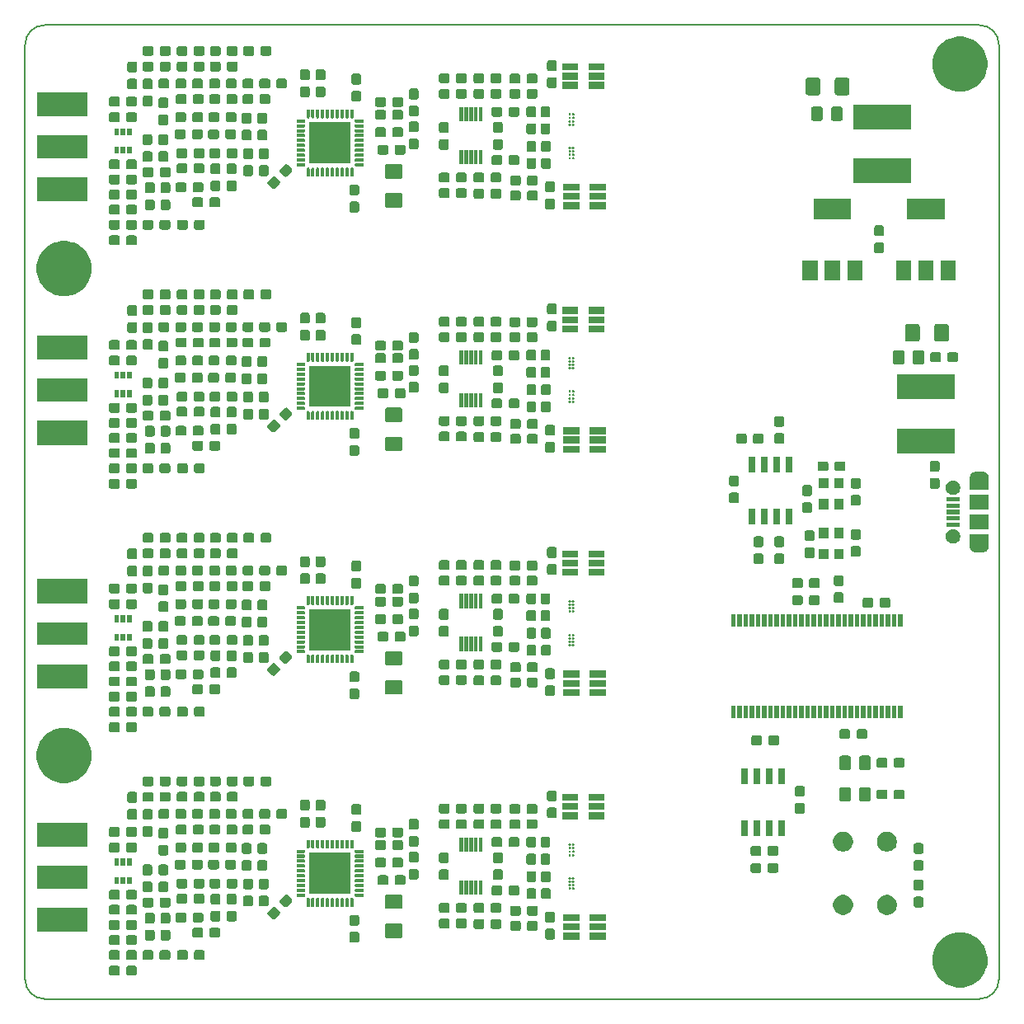
<source format=gbr>
%TF.GenerationSoftware,KiCad,Pcbnew,5.0.2-bee76a0~70~ubuntu18.04.1*%
%TF.CreationDate,2020-09-30T14:13:53+10:00*%
%TF.ProjectId,SDR_board,5344525f-626f-4617-9264-2e6b69636164,rev?*%
%TF.SameCoordinates,Original*%
%TF.FileFunction,Soldermask,Top*%
%TF.FilePolarity,Negative*%
%FSLAX46Y46*%
G04 Gerber Fmt 4.6, Leading zero omitted, Abs format (unit mm)*
G04 Created by KiCad (PCBNEW 5.0.2-bee76a0~70~ubuntu18.04.1) date Wed 30 Sep 2020 14:13:53 AEST*
%MOMM*%
%LPD*%
G01*
G04 APERTURE LIST*
%ADD10C,0.150000*%
%ADD11C,0.100000*%
G04 APERTURE END LIST*
D10*
X27000000Y-120000000D02*
G75*
G02X25000000Y-118000000I0J2000000D01*
G01*
X125000000Y-118000000D02*
G75*
G02X123000000Y-120000000I-2000000J0D01*
G01*
X123000000Y-20000000D02*
G75*
G02X125000000Y-22000000I0J-2000000D01*
G01*
X25000000Y-22000000D02*
G75*
G02X27000000Y-20000000I2000000J0D01*
G01*
X25000000Y-117999999D02*
X25000000Y-21999999D01*
X123000000Y-120000000D02*
X27000000Y-120000000D01*
X125000000Y-22000000D02*
X125000000Y-118000000D01*
X27000000Y-20000000D02*
X123000000Y-20000000D01*
D11*
G36*
X121825481Y-113278755D02*
X122082994Y-113385421D01*
X122340509Y-113492087D01*
X122804021Y-113801796D01*
X123198204Y-114195979D01*
X123507913Y-114659491D01*
X123507913Y-114659492D01*
X123721245Y-115174519D01*
X123830000Y-115721269D01*
X123830000Y-116278731D01*
X123726664Y-116798240D01*
X123721245Y-116825480D01*
X123507913Y-117340509D01*
X123198204Y-117804021D01*
X122804021Y-118198204D01*
X122340509Y-118507913D01*
X122082994Y-118614579D01*
X121825481Y-118721245D01*
X121278731Y-118830000D01*
X120721269Y-118830000D01*
X120174519Y-118721245D01*
X119917006Y-118614579D01*
X119659491Y-118507913D01*
X119195979Y-118198204D01*
X118801796Y-117804021D01*
X118492087Y-117340509D01*
X118278755Y-116825480D01*
X118273337Y-116798240D01*
X118170000Y-116278731D01*
X118170000Y-115721269D01*
X118278755Y-115174519D01*
X118492087Y-114659492D01*
X118492087Y-114659491D01*
X118801796Y-114195979D01*
X119195979Y-113801796D01*
X119659491Y-113492087D01*
X119917006Y-113385421D01*
X120174519Y-113278755D01*
X120721269Y-113170000D01*
X121278731Y-113170000D01*
X121825481Y-113278755D01*
X121825481Y-113278755D01*
G37*
G36*
X36296836Y-116599608D02*
X36339468Y-116612540D01*
X36378759Y-116633542D01*
X36413196Y-116661804D01*
X36441458Y-116696241D01*
X36462460Y-116735532D01*
X36475392Y-116778164D01*
X36480000Y-116824954D01*
X36480000Y-117375046D01*
X36475392Y-117421836D01*
X36462460Y-117464468D01*
X36441458Y-117503759D01*
X36413196Y-117538196D01*
X36378759Y-117566458D01*
X36339468Y-117587460D01*
X36296836Y-117600392D01*
X36250046Y-117605000D01*
X35599954Y-117605000D01*
X35553164Y-117600392D01*
X35510532Y-117587460D01*
X35471241Y-117566458D01*
X35436804Y-117538196D01*
X35408542Y-117503759D01*
X35387540Y-117464468D01*
X35374608Y-117421836D01*
X35370000Y-117375046D01*
X35370000Y-116824954D01*
X35374608Y-116778164D01*
X35387540Y-116735532D01*
X35408542Y-116696241D01*
X35436804Y-116661804D01*
X35471241Y-116633542D01*
X35510532Y-116612540D01*
X35553164Y-116599608D01*
X35599954Y-116595000D01*
X36250046Y-116595000D01*
X36296836Y-116599608D01*
X36296836Y-116599608D01*
G37*
G36*
X34546836Y-116599608D02*
X34589468Y-116612540D01*
X34628759Y-116633542D01*
X34663196Y-116661804D01*
X34691458Y-116696241D01*
X34712460Y-116735532D01*
X34725392Y-116778164D01*
X34730000Y-116824954D01*
X34730000Y-117375046D01*
X34725392Y-117421836D01*
X34712460Y-117464468D01*
X34691458Y-117503759D01*
X34663196Y-117538196D01*
X34628759Y-117566458D01*
X34589468Y-117587460D01*
X34546836Y-117600392D01*
X34500046Y-117605000D01*
X33849954Y-117605000D01*
X33803164Y-117600392D01*
X33760532Y-117587460D01*
X33721241Y-117566458D01*
X33686804Y-117538196D01*
X33658542Y-117503759D01*
X33637540Y-117464468D01*
X33624608Y-117421836D01*
X33620000Y-117375046D01*
X33620000Y-116824954D01*
X33624608Y-116778164D01*
X33637540Y-116735532D01*
X33658542Y-116696241D01*
X33686804Y-116661804D01*
X33721241Y-116633542D01*
X33760532Y-116612540D01*
X33803164Y-116599608D01*
X33849954Y-116595000D01*
X34500046Y-116595000D01*
X34546836Y-116599608D01*
X34546836Y-116599608D01*
G37*
G36*
X37971836Y-114999608D02*
X38014468Y-115012540D01*
X38053759Y-115033542D01*
X38088196Y-115061804D01*
X38116458Y-115096241D01*
X38137460Y-115135532D01*
X38150392Y-115178164D01*
X38155000Y-115224954D01*
X38155000Y-115775046D01*
X38150392Y-115821836D01*
X38137460Y-115864468D01*
X38116458Y-115903759D01*
X38088196Y-115938196D01*
X38053759Y-115966458D01*
X38014468Y-115987460D01*
X37971836Y-116000392D01*
X37925046Y-116005000D01*
X37274954Y-116005000D01*
X37228164Y-116000392D01*
X37185532Y-115987460D01*
X37146241Y-115966458D01*
X37111804Y-115938196D01*
X37083542Y-115903759D01*
X37062540Y-115864468D01*
X37049608Y-115821836D01*
X37045000Y-115775046D01*
X37045000Y-115224954D01*
X37049608Y-115178164D01*
X37062540Y-115135532D01*
X37083542Y-115096241D01*
X37111804Y-115061804D01*
X37146241Y-115033542D01*
X37185532Y-115012540D01*
X37228164Y-114999608D01*
X37274954Y-114995000D01*
X37925046Y-114995000D01*
X37971836Y-114999608D01*
X37971836Y-114999608D01*
G37*
G36*
X36296836Y-114999608D02*
X36339468Y-115012540D01*
X36378759Y-115033542D01*
X36413196Y-115061804D01*
X36441458Y-115096241D01*
X36462460Y-115135532D01*
X36475392Y-115178164D01*
X36480000Y-115224954D01*
X36480000Y-115775046D01*
X36475392Y-115821836D01*
X36462460Y-115864468D01*
X36441458Y-115903759D01*
X36413196Y-115938196D01*
X36378759Y-115966458D01*
X36339468Y-115987460D01*
X36296836Y-116000392D01*
X36250046Y-116005000D01*
X35599954Y-116005000D01*
X35553164Y-116000392D01*
X35510532Y-115987460D01*
X35471241Y-115966458D01*
X35436804Y-115938196D01*
X35408542Y-115903759D01*
X35387540Y-115864468D01*
X35374608Y-115821836D01*
X35370000Y-115775046D01*
X35370000Y-115224954D01*
X35374608Y-115178164D01*
X35387540Y-115135532D01*
X35408542Y-115096241D01*
X35436804Y-115061804D01*
X35471241Y-115033542D01*
X35510532Y-115012540D01*
X35553164Y-114999608D01*
X35599954Y-114995000D01*
X36250046Y-114995000D01*
X36296836Y-114999608D01*
X36296836Y-114999608D01*
G37*
G36*
X34546836Y-114999608D02*
X34589468Y-115012540D01*
X34628759Y-115033542D01*
X34663196Y-115061804D01*
X34691458Y-115096241D01*
X34712460Y-115135532D01*
X34725392Y-115178164D01*
X34730000Y-115224954D01*
X34730000Y-115775046D01*
X34725392Y-115821836D01*
X34712460Y-115864468D01*
X34691458Y-115903759D01*
X34663196Y-115938196D01*
X34628759Y-115966458D01*
X34589468Y-115987460D01*
X34546836Y-116000392D01*
X34500046Y-116005000D01*
X33849954Y-116005000D01*
X33803164Y-116000392D01*
X33760532Y-115987460D01*
X33721241Y-115966458D01*
X33686804Y-115938196D01*
X33658542Y-115903759D01*
X33637540Y-115864468D01*
X33624608Y-115821836D01*
X33620000Y-115775046D01*
X33620000Y-115224954D01*
X33624608Y-115178164D01*
X33637540Y-115135532D01*
X33658542Y-115096241D01*
X33686804Y-115061804D01*
X33721241Y-115033542D01*
X33760532Y-115012540D01*
X33803164Y-114999608D01*
X33849954Y-114995000D01*
X34500046Y-114995000D01*
X34546836Y-114999608D01*
X34546836Y-114999608D01*
G37*
G36*
X39721836Y-114999608D02*
X39764468Y-115012540D01*
X39803759Y-115033542D01*
X39838196Y-115061804D01*
X39866458Y-115096241D01*
X39887460Y-115135532D01*
X39900392Y-115178164D01*
X39905000Y-115224954D01*
X39905000Y-115775046D01*
X39900392Y-115821836D01*
X39887460Y-115864468D01*
X39866458Y-115903759D01*
X39838196Y-115938196D01*
X39803759Y-115966458D01*
X39764468Y-115987460D01*
X39721836Y-116000392D01*
X39675046Y-116005000D01*
X39024954Y-116005000D01*
X38978164Y-116000392D01*
X38935532Y-115987460D01*
X38896241Y-115966458D01*
X38861804Y-115938196D01*
X38833542Y-115903759D01*
X38812540Y-115864468D01*
X38799608Y-115821836D01*
X38795000Y-115775046D01*
X38795000Y-115224954D01*
X38799608Y-115178164D01*
X38812540Y-115135532D01*
X38833542Y-115096241D01*
X38861804Y-115061804D01*
X38896241Y-115033542D01*
X38935532Y-115012540D01*
X38978164Y-114999608D01*
X39024954Y-114995000D01*
X39675046Y-114995000D01*
X39721836Y-114999608D01*
X39721836Y-114999608D01*
G37*
G36*
X43271836Y-114999608D02*
X43314468Y-115012540D01*
X43353759Y-115033542D01*
X43388196Y-115061804D01*
X43416458Y-115096241D01*
X43437460Y-115135532D01*
X43450392Y-115178164D01*
X43455000Y-115224954D01*
X43455000Y-115775046D01*
X43450392Y-115821836D01*
X43437460Y-115864468D01*
X43416458Y-115903759D01*
X43388196Y-115938196D01*
X43353759Y-115966458D01*
X43314468Y-115987460D01*
X43271836Y-116000392D01*
X43225046Y-116005000D01*
X42574954Y-116005000D01*
X42528164Y-116000392D01*
X42485532Y-115987460D01*
X42446241Y-115966458D01*
X42411804Y-115938196D01*
X42383542Y-115903759D01*
X42362540Y-115864468D01*
X42349608Y-115821836D01*
X42345000Y-115775046D01*
X42345000Y-115224954D01*
X42349608Y-115178164D01*
X42362540Y-115135532D01*
X42383542Y-115096241D01*
X42411804Y-115061804D01*
X42446241Y-115033542D01*
X42485532Y-115012540D01*
X42528164Y-114999608D01*
X42574954Y-114995000D01*
X43225046Y-114995000D01*
X43271836Y-114999608D01*
X43271836Y-114999608D01*
G37*
G36*
X41521836Y-114999608D02*
X41564468Y-115012540D01*
X41603759Y-115033542D01*
X41638196Y-115061804D01*
X41666458Y-115096241D01*
X41687460Y-115135532D01*
X41700392Y-115178164D01*
X41705000Y-115224954D01*
X41705000Y-115775046D01*
X41700392Y-115821836D01*
X41687460Y-115864468D01*
X41666458Y-115903759D01*
X41638196Y-115938196D01*
X41603759Y-115966458D01*
X41564468Y-115987460D01*
X41521836Y-116000392D01*
X41475046Y-116005000D01*
X40824954Y-116005000D01*
X40778164Y-116000392D01*
X40735532Y-115987460D01*
X40696241Y-115966458D01*
X40661804Y-115938196D01*
X40633542Y-115903759D01*
X40612540Y-115864468D01*
X40599608Y-115821836D01*
X40595000Y-115775046D01*
X40595000Y-115224954D01*
X40599608Y-115178164D01*
X40612540Y-115135532D01*
X40633542Y-115096241D01*
X40661804Y-115061804D01*
X40696241Y-115033542D01*
X40735532Y-115012540D01*
X40778164Y-114999608D01*
X40824954Y-114995000D01*
X41475046Y-114995000D01*
X41521836Y-114999608D01*
X41521836Y-114999608D01*
G37*
G36*
X36296836Y-113449608D02*
X36339468Y-113462540D01*
X36378759Y-113483542D01*
X36413196Y-113511804D01*
X36441458Y-113546241D01*
X36462460Y-113585532D01*
X36475392Y-113628164D01*
X36480000Y-113674954D01*
X36480000Y-114225046D01*
X36475392Y-114271836D01*
X36462460Y-114314468D01*
X36441458Y-114353759D01*
X36413196Y-114388196D01*
X36378759Y-114416458D01*
X36339468Y-114437460D01*
X36296836Y-114450392D01*
X36250046Y-114455000D01*
X35599954Y-114455000D01*
X35553164Y-114450392D01*
X35510532Y-114437460D01*
X35471241Y-114416458D01*
X35436804Y-114388196D01*
X35408542Y-114353759D01*
X35387540Y-114314468D01*
X35374608Y-114271836D01*
X35370000Y-114225046D01*
X35370000Y-113674954D01*
X35374608Y-113628164D01*
X35387540Y-113585532D01*
X35408542Y-113546241D01*
X35436804Y-113511804D01*
X35471241Y-113483542D01*
X35510532Y-113462540D01*
X35553164Y-113449608D01*
X35599954Y-113445000D01*
X36250046Y-113445000D01*
X36296836Y-113449608D01*
X36296836Y-113449608D01*
G37*
G36*
X34546836Y-113449608D02*
X34589468Y-113462540D01*
X34628759Y-113483542D01*
X34663196Y-113511804D01*
X34691458Y-113546241D01*
X34712460Y-113585532D01*
X34725392Y-113628164D01*
X34730000Y-113674954D01*
X34730000Y-114225046D01*
X34725392Y-114271836D01*
X34712460Y-114314468D01*
X34691458Y-114353759D01*
X34663196Y-114388196D01*
X34628759Y-114416458D01*
X34589468Y-114437460D01*
X34546836Y-114450392D01*
X34500046Y-114455000D01*
X33849954Y-114455000D01*
X33803164Y-114450392D01*
X33760532Y-114437460D01*
X33721241Y-114416458D01*
X33686804Y-114388196D01*
X33658542Y-114353759D01*
X33637540Y-114314468D01*
X33624608Y-114271836D01*
X33620000Y-114225046D01*
X33620000Y-113674954D01*
X33624608Y-113628164D01*
X33637540Y-113585532D01*
X33658542Y-113546241D01*
X33686804Y-113511804D01*
X33721241Y-113483542D01*
X33760532Y-113462540D01*
X33803164Y-113449608D01*
X33849954Y-113445000D01*
X34500046Y-113445000D01*
X34546836Y-113449608D01*
X34546836Y-113449608D01*
G37*
G36*
X59121836Y-113124608D02*
X59164468Y-113137540D01*
X59203759Y-113158542D01*
X59238196Y-113186804D01*
X59266458Y-113221241D01*
X59287460Y-113260532D01*
X59300392Y-113303164D01*
X59305000Y-113349954D01*
X59305000Y-114000046D01*
X59300392Y-114046836D01*
X59287460Y-114089468D01*
X59266458Y-114128759D01*
X59238196Y-114163196D01*
X59203759Y-114191458D01*
X59164468Y-114212460D01*
X59121836Y-114225392D01*
X59075046Y-114230000D01*
X58524954Y-114230000D01*
X58478164Y-114225392D01*
X58435532Y-114212460D01*
X58396241Y-114191458D01*
X58361804Y-114163196D01*
X58333542Y-114128759D01*
X58312540Y-114089468D01*
X58299608Y-114046836D01*
X58295000Y-114000046D01*
X58295000Y-113349954D01*
X58299608Y-113303164D01*
X58312540Y-113260532D01*
X58333542Y-113221241D01*
X58361804Y-113186804D01*
X58396241Y-113158542D01*
X58435532Y-113137540D01*
X58478164Y-113124608D01*
X58524954Y-113120000D01*
X59075046Y-113120000D01*
X59121836Y-113124608D01*
X59121836Y-113124608D01*
G37*
G36*
X38121836Y-112899608D02*
X38164468Y-112912540D01*
X38203759Y-112933542D01*
X38238196Y-112961804D01*
X38266458Y-112996241D01*
X38287460Y-113035532D01*
X38300392Y-113078164D01*
X38305000Y-113124954D01*
X38305000Y-113775046D01*
X38300392Y-113821836D01*
X38287460Y-113864468D01*
X38266458Y-113903759D01*
X38238196Y-113938196D01*
X38203759Y-113966458D01*
X38164468Y-113987460D01*
X38121836Y-114000392D01*
X38075046Y-114005000D01*
X37524954Y-114005000D01*
X37478164Y-114000392D01*
X37435532Y-113987460D01*
X37396241Y-113966458D01*
X37361804Y-113938196D01*
X37333542Y-113903759D01*
X37312540Y-113864468D01*
X37299608Y-113821836D01*
X37295000Y-113775046D01*
X37295000Y-113124954D01*
X37299608Y-113078164D01*
X37312540Y-113035532D01*
X37333542Y-112996241D01*
X37361804Y-112961804D01*
X37396241Y-112933542D01*
X37435532Y-112912540D01*
X37478164Y-112899608D01*
X37524954Y-112895000D01*
X38075046Y-112895000D01*
X38121836Y-112899608D01*
X38121836Y-112899608D01*
G37*
G36*
X39721836Y-112899608D02*
X39764468Y-112912540D01*
X39803759Y-112933542D01*
X39838196Y-112961804D01*
X39866458Y-112996241D01*
X39887460Y-113035532D01*
X39900392Y-113078164D01*
X39905000Y-113124954D01*
X39905000Y-113775046D01*
X39900392Y-113821836D01*
X39887460Y-113864468D01*
X39866458Y-113903759D01*
X39838196Y-113938196D01*
X39803759Y-113966458D01*
X39764468Y-113987460D01*
X39721836Y-114000392D01*
X39675046Y-114005000D01*
X39124954Y-114005000D01*
X39078164Y-114000392D01*
X39035532Y-113987460D01*
X38996241Y-113966458D01*
X38961804Y-113938196D01*
X38933542Y-113903759D01*
X38912540Y-113864468D01*
X38899608Y-113821836D01*
X38895000Y-113775046D01*
X38895000Y-113124954D01*
X38899608Y-113078164D01*
X38912540Y-113035532D01*
X38933542Y-112996241D01*
X38961804Y-112961804D01*
X38996241Y-112933542D01*
X39035532Y-112912540D01*
X39078164Y-112899608D01*
X39124954Y-112895000D01*
X39675046Y-112895000D01*
X39721836Y-112899608D01*
X39721836Y-112899608D01*
G37*
G36*
X81910000Y-113905000D02*
X80290000Y-113905000D01*
X80290000Y-113195000D01*
X81910000Y-113195000D01*
X81910000Y-113905000D01*
X81910000Y-113905000D01*
G37*
G36*
X84610000Y-113905000D02*
X82990000Y-113905000D01*
X82990000Y-113195000D01*
X84610000Y-113195000D01*
X84610000Y-113905000D01*
X84610000Y-113905000D01*
G37*
G36*
X79221836Y-112799608D02*
X79264468Y-112812540D01*
X79303759Y-112833542D01*
X79338196Y-112861804D01*
X79366458Y-112896241D01*
X79387460Y-112935532D01*
X79400392Y-112978164D01*
X79405000Y-113024954D01*
X79405000Y-113675046D01*
X79400392Y-113721836D01*
X79387460Y-113764468D01*
X79366458Y-113803759D01*
X79338196Y-113838196D01*
X79303759Y-113866458D01*
X79264468Y-113887460D01*
X79221836Y-113900392D01*
X79175046Y-113905000D01*
X78624954Y-113905000D01*
X78578164Y-113900392D01*
X78535532Y-113887460D01*
X78496241Y-113866458D01*
X78461804Y-113838196D01*
X78433542Y-113803759D01*
X78412540Y-113764468D01*
X78399608Y-113721836D01*
X78395000Y-113675046D01*
X78395000Y-113024954D01*
X78399608Y-112978164D01*
X78412540Y-112935532D01*
X78433542Y-112896241D01*
X78461804Y-112861804D01*
X78496241Y-112833542D01*
X78535532Y-112812540D01*
X78578164Y-112799608D01*
X78624954Y-112795000D01*
X79175046Y-112795000D01*
X79221836Y-112799608D01*
X79221836Y-112799608D01*
G37*
G36*
X63571377Y-112262119D02*
X63614116Y-112275084D01*
X63653505Y-112296138D01*
X63688029Y-112324471D01*
X63716362Y-112358995D01*
X63737416Y-112398384D01*
X63750381Y-112441123D01*
X63755000Y-112488024D01*
X63755000Y-113511976D01*
X63750381Y-113558877D01*
X63737416Y-113601616D01*
X63716362Y-113641005D01*
X63688029Y-113675529D01*
X63653505Y-113703862D01*
X63614116Y-113724916D01*
X63571377Y-113737881D01*
X63524476Y-113742500D01*
X62175524Y-113742500D01*
X62128623Y-113737881D01*
X62085884Y-113724916D01*
X62046495Y-113703862D01*
X62011971Y-113675529D01*
X61983638Y-113641005D01*
X61962584Y-113601616D01*
X61949619Y-113558877D01*
X61945000Y-113511976D01*
X61945000Y-112488024D01*
X61949619Y-112441123D01*
X61962584Y-112398384D01*
X61983638Y-112358995D01*
X62011971Y-112324471D01*
X62046495Y-112296138D01*
X62085884Y-112275084D01*
X62128623Y-112262119D01*
X62175524Y-112257500D01*
X63524476Y-112257500D01*
X63571377Y-112262119D01*
X63571377Y-112262119D01*
G37*
G36*
X43096836Y-112699608D02*
X43139468Y-112712540D01*
X43178759Y-112733542D01*
X43213196Y-112761804D01*
X43241458Y-112796241D01*
X43262460Y-112835532D01*
X43275392Y-112878164D01*
X43280000Y-112924954D01*
X43280000Y-113475046D01*
X43275392Y-113521836D01*
X43262460Y-113564468D01*
X43241458Y-113603759D01*
X43213196Y-113638196D01*
X43178759Y-113666458D01*
X43139468Y-113687460D01*
X43096836Y-113700392D01*
X43050046Y-113705000D01*
X42399954Y-113705000D01*
X42353164Y-113700392D01*
X42310532Y-113687460D01*
X42271241Y-113666458D01*
X42236804Y-113638196D01*
X42208542Y-113603759D01*
X42187540Y-113564468D01*
X42174608Y-113521836D01*
X42170000Y-113475046D01*
X42170000Y-112924954D01*
X42174608Y-112878164D01*
X42187540Y-112835532D01*
X42208542Y-112796241D01*
X42236804Y-112761804D01*
X42271241Y-112733542D01*
X42310532Y-112712540D01*
X42353164Y-112699608D01*
X42399954Y-112695000D01*
X43050046Y-112695000D01*
X43096836Y-112699608D01*
X43096836Y-112699608D01*
G37*
G36*
X44846836Y-112699608D02*
X44889468Y-112712540D01*
X44928759Y-112733542D01*
X44963196Y-112761804D01*
X44991458Y-112796241D01*
X45012460Y-112835532D01*
X45025392Y-112878164D01*
X45030000Y-112924954D01*
X45030000Y-113475046D01*
X45025392Y-113521836D01*
X45012460Y-113564468D01*
X44991458Y-113603759D01*
X44963196Y-113638196D01*
X44928759Y-113666458D01*
X44889468Y-113687460D01*
X44846836Y-113700392D01*
X44800046Y-113705000D01*
X44149954Y-113705000D01*
X44103164Y-113700392D01*
X44060532Y-113687460D01*
X44021241Y-113666458D01*
X43986804Y-113638196D01*
X43958542Y-113603759D01*
X43937540Y-113564468D01*
X43924608Y-113521836D01*
X43920000Y-113475046D01*
X43920000Y-112924954D01*
X43924608Y-112878164D01*
X43937540Y-112835532D01*
X43958542Y-112796241D01*
X43986804Y-112761804D01*
X44021241Y-112733542D01*
X44060532Y-112712540D01*
X44103164Y-112699608D01*
X44149954Y-112695000D01*
X44800046Y-112695000D01*
X44846836Y-112699608D01*
X44846836Y-112699608D01*
G37*
G36*
X31370000Y-113120000D02*
X26230000Y-113120000D01*
X26230000Y-110640000D01*
X31370000Y-110640000D01*
X31370000Y-113120000D01*
X31370000Y-113120000D01*
G37*
G36*
X75721836Y-111999608D02*
X75764468Y-112012540D01*
X75803759Y-112033542D01*
X75838196Y-112061804D01*
X75866458Y-112096241D01*
X75887460Y-112135532D01*
X75900392Y-112178164D01*
X75905000Y-112224954D01*
X75905000Y-112775046D01*
X75900392Y-112821836D01*
X75887460Y-112864468D01*
X75866458Y-112903759D01*
X75838196Y-112938196D01*
X75803759Y-112966458D01*
X75764468Y-112987460D01*
X75721836Y-113000392D01*
X75675046Y-113005000D01*
X75024954Y-113005000D01*
X74978164Y-113000392D01*
X74935532Y-112987460D01*
X74896241Y-112966458D01*
X74861804Y-112938196D01*
X74833542Y-112903759D01*
X74812540Y-112864468D01*
X74799608Y-112821836D01*
X74795000Y-112775046D01*
X74795000Y-112224954D01*
X74799608Y-112178164D01*
X74812540Y-112135532D01*
X74833542Y-112096241D01*
X74861804Y-112061804D01*
X74896241Y-112033542D01*
X74935532Y-112012540D01*
X74978164Y-111999608D01*
X75024954Y-111995000D01*
X75675046Y-111995000D01*
X75721836Y-111999608D01*
X75721836Y-111999608D01*
G37*
G36*
X77471836Y-111999608D02*
X77514468Y-112012540D01*
X77553759Y-112033542D01*
X77588196Y-112061804D01*
X77616458Y-112096241D01*
X77637460Y-112135532D01*
X77650392Y-112178164D01*
X77655000Y-112224954D01*
X77655000Y-112775046D01*
X77650392Y-112821836D01*
X77637460Y-112864468D01*
X77616458Y-112903759D01*
X77588196Y-112938196D01*
X77553759Y-112966458D01*
X77514468Y-112987460D01*
X77471836Y-113000392D01*
X77425046Y-113005000D01*
X76774954Y-113005000D01*
X76728164Y-113000392D01*
X76685532Y-112987460D01*
X76646241Y-112966458D01*
X76611804Y-112938196D01*
X76583542Y-112903759D01*
X76562540Y-112864468D01*
X76549608Y-112821836D01*
X76545000Y-112775046D01*
X76545000Y-112224954D01*
X76549608Y-112178164D01*
X76562540Y-112135532D01*
X76583542Y-112096241D01*
X76611804Y-112061804D01*
X76646241Y-112033542D01*
X76685532Y-112012540D01*
X76728164Y-111999608D01*
X76774954Y-111995000D01*
X77425046Y-111995000D01*
X77471836Y-111999608D01*
X77471836Y-111999608D01*
G37*
G36*
X81910000Y-112955000D02*
X80290000Y-112955000D01*
X80290000Y-112245000D01*
X81910000Y-112245000D01*
X81910000Y-112955000D01*
X81910000Y-112955000D01*
G37*
G36*
X84610000Y-112955000D02*
X82990000Y-112955000D01*
X82990000Y-112245000D01*
X84610000Y-112245000D01*
X84610000Y-112955000D01*
X84610000Y-112955000D01*
G37*
G36*
X36296836Y-111899608D02*
X36339468Y-111912540D01*
X36378759Y-111933542D01*
X36413196Y-111961804D01*
X36441458Y-111996241D01*
X36462460Y-112035532D01*
X36475392Y-112078164D01*
X36480000Y-112124954D01*
X36480000Y-112675046D01*
X36475392Y-112721836D01*
X36462460Y-112764468D01*
X36441458Y-112803759D01*
X36413196Y-112838196D01*
X36378759Y-112866458D01*
X36339468Y-112887460D01*
X36296836Y-112900392D01*
X36250046Y-112905000D01*
X35599954Y-112905000D01*
X35553164Y-112900392D01*
X35510532Y-112887460D01*
X35471241Y-112866458D01*
X35436804Y-112838196D01*
X35408542Y-112803759D01*
X35387540Y-112764468D01*
X35374608Y-112721836D01*
X35370000Y-112675046D01*
X35370000Y-112124954D01*
X35374608Y-112078164D01*
X35387540Y-112035532D01*
X35408542Y-111996241D01*
X35436804Y-111961804D01*
X35471241Y-111933542D01*
X35510532Y-111912540D01*
X35553164Y-111899608D01*
X35599954Y-111895000D01*
X36250046Y-111895000D01*
X36296836Y-111899608D01*
X36296836Y-111899608D01*
G37*
G36*
X34546836Y-111899608D02*
X34589468Y-111912540D01*
X34628759Y-111933542D01*
X34663196Y-111961804D01*
X34691458Y-111996241D01*
X34712460Y-112035532D01*
X34725392Y-112078164D01*
X34730000Y-112124954D01*
X34730000Y-112675046D01*
X34725392Y-112721836D01*
X34712460Y-112764468D01*
X34691458Y-112803759D01*
X34663196Y-112838196D01*
X34628759Y-112866458D01*
X34589468Y-112887460D01*
X34546836Y-112900392D01*
X34500046Y-112905000D01*
X33849954Y-112905000D01*
X33803164Y-112900392D01*
X33760532Y-112887460D01*
X33721241Y-112866458D01*
X33686804Y-112838196D01*
X33658542Y-112803759D01*
X33637540Y-112764468D01*
X33624608Y-112721836D01*
X33620000Y-112675046D01*
X33620000Y-112124954D01*
X33624608Y-112078164D01*
X33637540Y-112035532D01*
X33658542Y-111996241D01*
X33686804Y-111961804D01*
X33721241Y-111933542D01*
X33760532Y-111912540D01*
X33803164Y-111899608D01*
X33849954Y-111895000D01*
X34500046Y-111895000D01*
X34546836Y-111899608D01*
X34546836Y-111899608D01*
G37*
G36*
X71971836Y-111799608D02*
X72014468Y-111812540D01*
X72053759Y-111833542D01*
X72088196Y-111861804D01*
X72116458Y-111896241D01*
X72137460Y-111935532D01*
X72150392Y-111978164D01*
X72155000Y-112024954D01*
X72155000Y-112575046D01*
X72150392Y-112621836D01*
X72137460Y-112664468D01*
X72116458Y-112703759D01*
X72088196Y-112738196D01*
X72053759Y-112766458D01*
X72014468Y-112787460D01*
X71971836Y-112800392D01*
X71925046Y-112805000D01*
X71274954Y-112805000D01*
X71228164Y-112800392D01*
X71185532Y-112787460D01*
X71146241Y-112766458D01*
X71111804Y-112738196D01*
X71083542Y-112703759D01*
X71062540Y-112664468D01*
X71049608Y-112621836D01*
X71045000Y-112575046D01*
X71045000Y-112024954D01*
X71049608Y-111978164D01*
X71062540Y-111935532D01*
X71083542Y-111896241D01*
X71111804Y-111861804D01*
X71146241Y-111833542D01*
X71185532Y-111812540D01*
X71228164Y-111799608D01*
X71274954Y-111795000D01*
X71925046Y-111795000D01*
X71971836Y-111799608D01*
X71971836Y-111799608D01*
G37*
G36*
X73721836Y-111799608D02*
X73764468Y-111812540D01*
X73803759Y-111833542D01*
X73838196Y-111861804D01*
X73866458Y-111896241D01*
X73887460Y-111935532D01*
X73900392Y-111978164D01*
X73905000Y-112024954D01*
X73905000Y-112575046D01*
X73900392Y-112621836D01*
X73887460Y-112664468D01*
X73866458Y-112703759D01*
X73838196Y-112738196D01*
X73803759Y-112766458D01*
X73764468Y-112787460D01*
X73721836Y-112800392D01*
X73675046Y-112805000D01*
X73024954Y-112805000D01*
X72978164Y-112800392D01*
X72935532Y-112787460D01*
X72896241Y-112766458D01*
X72861804Y-112738196D01*
X72833542Y-112703759D01*
X72812540Y-112664468D01*
X72799608Y-112621836D01*
X72795000Y-112575046D01*
X72795000Y-112024954D01*
X72799608Y-111978164D01*
X72812540Y-111935532D01*
X72833542Y-111896241D01*
X72861804Y-111861804D01*
X72896241Y-111833542D01*
X72935532Y-111812540D01*
X72978164Y-111799608D01*
X73024954Y-111795000D01*
X73675046Y-111795000D01*
X73721836Y-111799608D01*
X73721836Y-111799608D01*
G37*
G36*
X68421836Y-111749608D02*
X68464468Y-111762540D01*
X68503759Y-111783542D01*
X68538196Y-111811804D01*
X68566458Y-111846241D01*
X68587460Y-111885532D01*
X68600392Y-111928164D01*
X68605000Y-111974954D01*
X68605000Y-112525046D01*
X68600392Y-112571836D01*
X68587460Y-112614468D01*
X68566458Y-112653759D01*
X68538196Y-112688196D01*
X68503759Y-112716458D01*
X68464468Y-112737460D01*
X68421836Y-112750392D01*
X68375046Y-112755000D01*
X67724954Y-112755000D01*
X67678164Y-112750392D01*
X67635532Y-112737460D01*
X67596241Y-112716458D01*
X67561804Y-112688196D01*
X67533542Y-112653759D01*
X67512540Y-112614468D01*
X67499608Y-112571836D01*
X67495000Y-112525046D01*
X67495000Y-111974954D01*
X67499608Y-111928164D01*
X67512540Y-111885532D01*
X67533542Y-111846241D01*
X67561804Y-111811804D01*
X67596241Y-111783542D01*
X67635532Y-111762540D01*
X67678164Y-111749608D01*
X67724954Y-111745000D01*
X68375046Y-111745000D01*
X68421836Y-111749608D01*
X68421836Y-111749608D01*
G37*
G36*
X70171836Y-111749608D02*
X70214468Y-111762540D01*
X70253759Y-111783542D01*
X70288196Y-111811804D01*
X70316458Y-111846241D01*
X70337460Y-111885532D01*
X70350392Y-111928164D01*
X70355000Y-111974954D01*
X70355000Y-112525046D01*
X70350392Y-112571836D01*
X70337460Y-112614468D01*
X70316458Y-112653759D01*
X70288196Y-112688196D01*
X70253759Y-112716458D01*
X70214468Y-112737460D01*
X70171836Y-112750392D01*
X70125046Y-112755000D01*
X69474954Y-112755000D01*
X69428164Y-112750392D01*
X69385532Y-112737460D01*
X69346241Y-112716458D01*
X69311804Y-112688196D01*
X69283542Y-112653759D01*
X69262540Y-112614468D01*
X69249608Y-112571836D01*
X69245000Y-112525046D01*
X69245000Y-111974954D01*
X69249608Y-111928164D01*
X69262540Y-111885532D01*
X69283542Y-111846241D01*
X69311804Y-111811804D01*
X69346241Y-111783542D01*
X69385532Y-111762540D01*
X69428164Y-111749608D01*
X69474954Y-111745000D01*
X70125046Y-111745000D01*
X70171836Y-111749608D01*
X70171836Y-111749608D01*
G37*
G36*
X59121836Y-111374608D02*
X59164468Y-111387540D01*
X59203759Y-111408542D01*
X59238196Y-111436804D01*
X59266458Y-111471241D01*
X59287460Y-111510532D01*
X59300392Y-111553164D01*
X59305000Y-111599954D01*
X59305000Y-112250046D01*
X59300392Y-112296836D01*
X59287460Y-112339468D01*
X59266458Y-112378759D01*
X59238196Y-112413196D01*
X59203759Y-112441458D01*
X59164468Y-112462460D01*
X59121836Y-112475392D01*
X59075046Y-112480000D01*
X58524954Y-112480000D01*
X58478164Y-112475392D01*
X58435532Y-112462460D01*
X58396241Y-112441458D01*
X58361804Y-112413196D01*
X58333542Y-112378759D01*
X58312540Y-112339468D01*
X58299608Y-112296836D01*
X58295000Y-112250046D01*
X58295000Y-111599954D01*
X58299608Y-111553164D01*
X58312540Y-111510532D01*
X58333542Y-111471241D01*
X58361804Y-111436804D01*
X58396241Y-111408542D01*
X58435532Y-111387540D01*
X58478164Y-111374608D01*
X58524954Y-111370000D01*
X59075046Y-111370000D01*
X59121836Y-111374608D01*
X59121836Y-111374608D01*
G37*
G36*
X39721836Y-111149608D02*
X39764468Y-111162540D01*
X39803759Y-111183542D01*
X39838196Y-111211804D01*
X39866458Y-111246241D01*
X39887460Y-111285532D01*
X39900392Y-111328164D01*
X39905000Y-111374954D01*
X39905000Y-112025046D01*
X39900392Y-112071836D01*
X39887460Y-112114468D01*
X39866458Y-112153759D01*
X39838196Y-112188196D01*
X39803759Y-112216458D01*
X39764468Y-112237460D01*
X39721836Y-112250392D01*
X39675046Y-112255000D01*
X39124954Y-112255000D01*
X39078164Y-112250392D01*
X39035532Y-112237460D01*
X38996241Y-112216458D01*
X38961804Y-112188196D01*
X38933542Y-112153759D01*
X38912540Y-112114468D01*
X38899608Y-112071836D01*
X38895000Y-112025046D01*
X38895000Y-111374954D01*
X38899608Y-111328164D01*
X38912540Y-111285532D01*
X38933542Y-111246241D01*
X38961804Y-111211804D01*
X38996241Y-111183542D01*
X39035532Y-111162540D01*
X39078164Y-111149608D01*
X39124954Y-111145000D01*
X39675046Y-111145000D01*
X39721836Y-111149608D01*
X39721836Y-111149608D01*
G37*
G36*
X38121836Y-111149608D02*
X38164468Y-111162540D01*
X38203759Y-111183542D01*
X38238196Y-111211804D01*
X38266458Y-111246241D01*
X38287460Y-111285532D01*
X38300392Y-111328164D01*
X38305000Y-111374954D01*
X38305000Y-112025046D01*
X38300392Y-112071836D01*
X38287460Y-112114468D01*
X38266458Y-112153759D01*
X38238196Y-112188196D01*
X38203759Y-112216458D01*
X38164468Y-112237460D01*
X38121836Y-112250392D01*
X38075046Y-112255000D01*
X37524954Y-112255000D01*
X37478164Y-112250392D01*
X37435532Y-112237460D01*
X37396241Y-112216458D01*
X37361804Y-112188196D01*
X37333542Y-112153759D01*
X37312540Y-112114468D01*
X37299608Y-112071836D01*
X37295000Y-112025046D01*
X37295000Y-111374954D01*
X37299608Y-111328164D01*
X37312540Y-111285532D01*
X37333542Y-111246241D01*
X37361804Y-111211804D01*
X37396241Y-111183542D01*
X37435532Y-111162540D01*
X37478164Y-111149608D01*
X37524954Y-111145000D01*
X38075046Y-111145000D01*
X38121836Y-111149608D01*
X38121836Y-111149608D01*
G37*
G36*
X41371836Y-111154608D02*
X41414468Y-111167540D01*
X41453759Y-111188542D01*
X41488196Y-111216804D01*
X41516458Y-111251241D01*
X41537460Y-111290532D01*
X41550392Y-111333164D01*
X41555000Y-111379954D01*
X41555000Y-111930046D01*
X41550392Y-111976836D01*
X41537460Y-112019468D01*
X41516458Y-112058759D01*
X41488196Y-112093196D01*
X41453759Y-112121458D01*
X41414468Y-112142460D01*
X41371836Y-112155392D01*
X41325046Y-112160000D01*
X40674954Y-112160000D01*
X40628164Y-112155392D01*
X40585532Y-112142460D01*
X40546241Y-112121458D01*
X40511804Y-112093196D01*
X40483542Y-112058759D01*
X40462540Y-112019468D01*
X40449608Y-111976836D01*
X40445000Y-111930046D01*
X40445000Y-111379954D01*
X40449608Y-111333164D01*
X40462540Y-111290532D01*
X40483542Y-111251241D01*
X40511804Y-111216804D01*
X40546241Y-111188542D01*
X40585532Y-111167540D01*
X40628164Y-111154608D01*
X40674954Y-111150000D01*
X41325046Y-111150000D01*
X41371836Y-111154608D01*
X41371836Y-111154608D01*
G37*
G36*
X43121836Y-111154608D02*
X43164468Y-111167540D01*
X43203759Y-111188542D01*
X43238196Y-111216804D01*
X43266458Y-111251241D01*
X43287460Y-111290532D01*
X43300392Y-111333164D01*
X43305000Y-111379954D01*
X43305000Y-111930046D01*
X43300392Y-111976836D01*
X43287460Y-112019468D01*
X43266458Y-112058759D01*
X43238196Y-112093196D01*
X43203759Y-112121458D01*
X43164468Y-112142460D01*
X43121836Y-112155392D01*
X43075046Y-112160000D01*
X42424954Y-112160000D01*
X42378164Y-112155392D01*
X42335532Y-112142460D01*
X42296241Y-112121458D01*
X42261804Y-112093196D01*
X42233542Y-112058759D01*
X42212540Y-112019468D01*
X42199608Y-111976836D01*
X42195000Y-111930046D01*
X42195000Y-111379954D01*
X42199608Y-111333164D01*
X42212540Y-111290532D01*
X42233542Y-111251241D01*
X42261804Y-111216804D01*
X42296241Y-111188542D01*
X42335532Y-111167540D01*
X42378164Y-111154608D01*
X42424954Y-111150000D01*
X43075046Y-111150000D01*
X43121836Y-111154608D01*
X43121836Y-111154608D01*
G37*
G36*
X79221836Y-111049608D02*
X79264468Y-111062540D01*
X79303759Y-111083542D01*
X79338196Y-111111804D01*
X79366458Y-111146241D01*
X79387460Y-111185532D01*
X79400392Y-111228164D01*
X79405000Y-111274954D01*
X79405000Y-111925046D01*
X79400392Y-111971836D01*
X79387460Y-112014468D01*
X79366458Y-112053759D01*
X79338196Y-112088196D01*
X79303759Y-112116458D01*
X79264468Y-112137460D01*
X79221836Y-112150392D01*
X79175046Y-112155000D01*
X78624954Y-112155000D01*
X78578164Y-112150392D01*
X78535532Y-112137460D01*
X78496241Y-112116458D01*
X78461804Y-112088196D01*
X78433542Y-112053759D01*
X78412540Y-112014468D01*
X78399608Y-111971836D01*
X78395000Y-111925046D01*
X78395000Y-111274954D01*
X78399608Y-111228164D01*
X78412540Y-111185532D01*
X78433542Y-111146241D01*
X78461804Y-111111804D01*
X78496241Y-111083542D01*
X78535532Y-111062540D01*
X78578164Y-111049608D01*
X78624954Y-111045000D01*
X79175046Y-111045000D01*
X79221836Y-111049608D01*
X79221836Y-111049608D01*
G37*
G36*
X46521836Y-110949608D02*
X46564468Y-110962540D01*
X46603759Y-110983542D01*
X46638196Y-111011804D01*
X46666458Y-111046241D01*
X46687460Y-111085532D01*
X46700392Y-111128164D01*
X46705000Y-111174954D01*
X46705000Y-111825046D01*
X46700392Y-111871836D01*
X46687460Y-111914468D01*
X46666458Y-111953759D01*
X46638196Y-111988196D01*
X46603759Y-112016458D01*
X46564468Y-112037460D01*
X46521836Y-112050392D01*
X46475046Y-112055000D01*
X45924954Y-112055000D01*
X45878164Y-112050392D01*
X45835532Y-112037460D01*
X45796241Y-112016458D01*
X45761804Y-111988196D01*
X45733542Y-111953759D01*
X45712540Y-111914468D01*
X45699608Y-111871836D01*
X45695000Y-111825046D01*
X45695000Y-111174954D01*
X45699608Y-111128164D01*
X45712540Y-111085532D01*
X45733542Y-111046241D01*
X45761804Y-111011804D01*
X45796241Y-110983542D01*
X45835532Y-110962540D01*
X45878164Y-110949608D01*
X45924954Y-110945000D01*
X46475046Y-110945000D01*
X46521836Y-110949608D01*
X46521836Y-110949608D01*
G37*
G36*
X44871836Y-110949608D02*
X44914468Y-110962540D01*
X44953759Y-110983542D01*
X44988196Y-111011804D01*
X45016458Y-111046241D01*
X45037460Y-111085532D01*
X45050392Y-111128164D01*
X45055000Y-111174954D01*
X45055000Y-111825046D01*
X45050392Y-111871836D01*
X45037460Y-111914468D01*
X45016458Y-111953759D01*
X44988196Y-111988196D01*
X44953759Y-112016458D01*
X44914468Y-112037460D01*
X44871836Y-112050392D01*
X44825046Y-112055000D01*
X44274954Y-112055000D01*
X44228164Y-112050392D01*
X44185532Y-112037460D01*
X44146241Y-112016458D01*
X44111804Y-111988196D01*
X44083542Y-111953759D01*
X44062540Y-111914468D01*
X44049608Y-111871836D01*
X44045000Y-111825046D01*
X44045000Y-111174954D01*
X44049608Y-111128164D01*
X44062540Y-111085532D01*
X44083542Y-111046241D01*
X44111804Y-111011804D01*
X44146241Y-110983542D01*
X44185532Y-110962540D01*
X44228164Y-110949608D01*
X44274954Y-110945000D01*
X44825046Y-110945000D01*
X44871836Y-110949608D01*
X44871836Y-110949608D01*
G37*
G36*
X81910000Y-112005000D02*
X80290000Y-112005000D01*
X80290000Y-111295000D01*
X81910000Y-111295000D01*
X81910000Y-112005000D01*
X81910000Y-112005000D01*
G37*
G36*
X84610000Y-112005000D02*
X82990000Y-112005000D01*
X82990000Y-111295000D01*
X84610000Y-111295000D01*
X84610000Y-112005000D01*
X84610000Y-112005000D01*
G37*
G36*
X50610973Y-110518026D02*
X50653605Y-110530958D01*
X50692896Y-110551960D01*
X50729243Y-110581790D01*
X51118210Y-110970757D01*
X51148040Y-111007104D01*
X51169042Y-111046395D01*
X51181974Y-111089027D01*
X51186340Y-111133363D01*
X51181974Y-111177699D01*
X51169042Y-111220331D01*
X51148040Y-111259622D01*
X51118210Y-111295969D01*
X50658533Y-111755646D01*
X50622186Y-111785476D01*
X50582895Y-111806478D01*
X50540263Y-111819410D01*
X50495927Y-111823776D01*
X50451591Y-111819410D01*
X50408959Y-111806478D01*
X50369668Y-111785476D01*
X50333321Y-111755646D01*
X49944354Y-111366679D01*
X49914524Y-111330332D01*
X49893522Y-111291041D01*
X49880590Y-111248409D01*
X49876224Y-111204073D01*
X49880590Y-111159737D01*
X49893522Y-111117105D01*
X49914524Y-111077814D01*
X49944354Y-111041467D01*
X50404031Y-110581790D01*
X50440378Y-110551960D01*
X50479669Y-110530958D01*
X50522301Y-110518026D01*
X50566637Y-110513660D01*
X50610973Y-110518026D01*
X50610973Y-110518026D01*
G37*
G36*
X75721836Y-110449608D02*
X75764468Y-110462540D01*
X75803759Y-110483542D01*
X75838196Y-110511804D01*
X75866458Y-110546241D01*
X75887460Y-110585532D01*
X75900392Y-110628164D01*
X75905000Y-110674954D01*
X75905000Y-111225044D01*
X75900392Y-111271836D01*
X75887460Y-111314468D01*
X75866458Y-111353759D01*
X75838196Y-111388196D01*
X75803759Y-111416458D01*
X75764468Y-111437460D01*
X75721836Y-111450392D01*
X75675046Y-111455000D01*
X75024954Y-111455000D01*
X74978164Y-111450392D01*
X74935532Y-111437460D01*
X74896241Y-111416458D01*
X74861804Y-111388196D01*
X74833542Y-111353759D01*
X74812540Y-111314468D01*
X74799608Y-111271836D01*
X74795000Y-111225044D01*
X74795000Y-110674954D01*
X74799608Y-110628164D01*
X74812540Y-110585532D01*
X74833542Y-110546241D01*
X74861804Y-110511804D01*
X74896241Y-110483542D01*
X74935532Y-110462540D01*
X74978164Y-110449608D01*
X75024954Y-110445000D01*
X75675046Y-110445000D01*
X75721836Y-110449608D01*
X75721836Y-110449608D01*
G37*
G36*
X77471836Y-110449608D02*
X77514468Y-110462540D01*
X77553759Y-110483542D01*
X77588196Y-110511804D01*
X77616458Y-110546241D01*
X77637460Y-110585532D01*
X77650392Y-110628164D01*
X77655000Y-110674954D01*
X77655000Y-111225044D01*
X77650392Y-111271836D01*
X77637460Y-111314468D01*
X77616458Y-111353759D01*
X77588196Y-111388196D01*
X77553759Y-111416458D01*
X77514468Y-111437460D01*
X77471836Y-111450392D01*
X77425046Y-111455000D01*
X76774954Y-111455000D01*
X76728164Y-111450392D01*
X76685532Y-111437460D01*
X76646241Y-111416458D01*
X76611804Y-111388196D01*
X76583542Y-111353759D01*
X76562540Y-111314468D01*
X76549608Y-111271836D01*
X76545000Y-111225044D01*
X76545000Y-110674954D01*
X76549608Y-110628164D01*
X76562540Y-110585532D01*
X76583542Y-110546241D01*
X76611804Y-110511804D01*
X76646241Y-110483542D01*
X76685532Y-110462540D01*
X76728164Y-110449608D01*
X76774954Y-110445000D01*
X77425046Y-110445000D01*
X77471836Y-110449608D01*
X77471836Y-110449608D01*
G37*
G36*
X113800438Y-109359581D02*
X113987889Y-109437226D01*
X114156588Y-109549947D01*
X114300053Y-109693412D01*
X114412774Y-109862111D01*
X114490419Y-110049562D01*
X114530000Y-110248552D01*
X114530000Y-110451448D01*
X114490419Y-110650438D01*
X114412774Y-110837889D01*
X114300053Y-111006588D01*
X114156588Y-111150053D01*
X113987889Y-111262774D01*
X113800438Y-111340419D01*
X113601448Y-111380000D01*
X113398552Y-111380000D01*
X113199562Y-111340419D01*
X113012111Y-111262774D01*
X112843412Y-111150053D01*
X112699947Y-111006588D01*
X112587226Y-110837889D01*
X112509581Y-110650438D01*
X112470000Y-110451448D01*
X112470000Y-110248552D01*
X112509581Y-110049562D01*
X112587226Y-109862111D01*
X112699947Y-109693412D01*
X112843412Y-109549947D01*
X113012111Y-109437226D01*
X113199562Y-109359581D01*
X113398552Y-109320000D01*
X113601448Y-109320000D01*
X113800438Y-109359581D01*
X113800438Y-109359581D01*
G37*
G36*
X109300438Y-109359581D02*
X109487889Y-109437226D01*
X109656588Y-109549947D01*
X109800053Y-109693412D01*
X109912774Y-109862111D01*
X109990419Y-110049562D01*
X110030000Y-110248552D01*
X110030000Y-110451448D01*
X109990419Y-110650438D01*
X109912774Y-110837889D01*
X109800053Y-111006588D01*
X109656588Y-111150053D01*
X109487889Y-111262774D01*
X109300438Y-111340419D01*
X109101448Y-111380000D01*
X108898552Y-111380000D01*
X108699562Y-111340419D01*
X108512111Y-111262774D01*
X108343412Y-111150053D01*
X108199947Y-111006588D01*
X108087226Y-110837889D01*
X108009581Y-110650438D01*
X107970000Y-110451448D01*
X107970000Y-110248552D01*
X108009581Y-110049562D01*
X108087226Y-109862111D01*
X108199947Y-109693412D01*
X108343412Y-109549947D01*
X108512111Y-109437226D01*
X108699562Y-109359581D01*
X108898552Y-109320000D01*
X109101448Y-109320000D01*
X109300438Y-109359581D01*
X109300438Y-109359581D01*
G37*
G36*
X34546836Y-110349608D02*
X34589468Y-110362540D01*
X34628759Y-110383542D01*
X34663196Y-110411804D01*
X34691458Y-110446241D01*
X34712460Y-110485532D01*
X34725392Y-110528164D01*
X34730000Y-110574954D01*
X34730000Y-111125046D01*
X34725392Y-111171836D01*
X34712460Y-111214468D01*
X34691458Y-111253759D01*
X34663196Y-111288196D01*
X34628759Y-111316458D01*
X34589468Y-111337460D01*
X34546836Y-111350392D01*
X34500046Y-111355000D01*
X33849954Y-111355000D01*
X33803164Y-111350392D01*
X33760532Y-111337460D01*
X33721241Y-111316458D01*
X33686804Y-111288196D01*
X33658542Y-111253759D01*
X33637540Y-111214468D01*
X33624608Y-111171836D01*
X33620000Y-111125046D01*
X33620000Y-110574954D01*
X33624608Y-110528164D01*
X33637540Y-110485532D01*
X33658542Y-110446241D01*
X33686804Y-110411804D01*
X33721241Y-110383542D01*
X33760532Y-110362540D01*
X33803164Y-110349608D01*
X33849954Y-110345000D01*
X34500046Y-110345000D01*
X34546836Y-110349608D01*
X34546836Y-110349608D01*
G37*
G36*
X36296836Y-110349608D02*
X36339468Y-110362540D01*
X36378759Y-110383542D01*
X36413196Y-110411804D01*
X36441458Y-110446241D01*
X36462460Y-110485532D01*
X36475392Y-110528164D01*
X36480000Y-110574954D01*
X36480000Y-111125046D01*
X36475392Y-111171836D01*
X36462460Y-111214468D01*
X36441458Y-111253759D01*
X36413196Y-111288196D01*
X36378759Y-111316458D01*
X36339468Y-111337460D01*
X36296836Y-111350392D01*
X36250046Y-111355000D01*
X35599954Y-111355000D01*
X35553164Y-111350392D01*
X35510532Y-111337460D01*
X35471241Y-111316458D01*
X35436804Y-111288196D01*
X35408542Y-111253759D01*
X35387540Y-111214468D01*
X35374608Y-111171836D01*
X35370000Y-111125046D01*
X35370000Y-110574954D01*
X35374608Y-110528164D01*
X35387540Y-110485532D01*
X35408542Y-110446241D01*
X35436804Y-110411804D01*
X35471241Y-110383542D01*
X35510532Y-110362540D01*
X35553164Y-110349608D01*
X35599954Y-110345000D01*
X36250046Y-110345000D01*
X36296836Y-110349608D01*
X36296836Y-110349608D01*
G37*
G36*
X68421836Y-110149608D02*
X68464468Y-110162540D01*
X68503759Y-110183542D01*
X68538196Y-110211804D01*
X68566458Y-110246241D01*
X68587460Y-110285532D01*
X68600392Y-110328164D01*
X68605000Y-110374954D01*
X68605000Y-110925046D01*
X68600392Y-110971836D01*
X68587460Y-111014468D01*
X68566458Y-111053759D01*
X68538196Y-111088196D01*
X68503759Y-111116458D01*
X68464468Y-111137460D01*
X68421836Y-111150392D01*
X68375046Y-111155000D01*
X67724954Y-111155000D01*
X67678164Y-111150392D01*
X67635532Y-111137460D01*
X67596241Y-111116458D01*
X67561804Y-111088196D01*
X67533542Y-111053759D01*
X67512540Y-111014468D01*
X67499608Y-110971836D01*
X67495000Y-110925046D01*
X67495000Y-110374954D01*
X67499608Y-110328164D01*
X67512540Y-110285532D01*
X67533542Y-110246241D01*
X67561804Y-110211804D01*
X67596241Y-110183542D01*
X67635532Y-110162540D01*
X67678164Y-110149608D01*
X67724954Y-110145000D01*
X68375046Y-110145000D01*
X68421836Y-110149608D01*
X68421836Y-110149608D01*
G37*
G36*
X70171836Y-110149608D02*
X70214468Y-110162540D01*
X70253759Y-110183542D01*
X70288196Y-110211804D01*
X70316458Y-110246241D01*
X70337460Y-110285532D01*
X70350392Y-110328164D01*
X70355000Y-110374954D01*
X70355000Y-110925046D01*
X70350392Y-110971836D01*
X70337460Y-111014468D01*
X70316458Y-111053759D01*
X70288196Y-111088196D01*
X70253759Y-111116458D01*
X70214468Y-111137460D01*
X70171836Y-111150392D01*
X70125046Y-111155000D01*
X69474954Y-111155000D01*
X69428164Y-111150392D01*
X69385532Y-111137460D01*
X69346241Y-111116458D01*
X69311804Y-111088196D01*
X69283542Y-111053759D01*
X69262540Y-111014468D01*
X69249608Y-110971836D01*
X69245000Y-110925046D01*
X69245000Y-110374954D01*
X69249608Y-110328164D01*
X69262540Y-110285532D01*
X69283542Y-110246241D01*
X69311804Y-110211804D01*
X69346241Y-110183542D01*
X69385532Y-110162540D01*
X69428164Y-110149608D01*
X69474954Y-110145000D01*
X70125046Y-110145000D01*
X70171836Y-110149608D01*
X70171836Y-110149608D01*
G37*
G36*
X71971836Y-110149608D02*
X72014468Y-110162540D01*
X72053759Y-110183542D01*
X72088196Y-110211804D01*
X72116458Y-110246241D01*
X72137460Y-110285532D01*
X72150392Y-110328164D01*
X72155000Y-110374954D01*
X72155000Y-110925046D01*
X72150392Y-110971836D01*
X72137460Y-111014468D01*
X72116458Y-111053759D01*
X72088196Y-111088196D01*
X72053759Y-111116458D01*
X72014468Y-111137460D01*
X71971836Y-111150392D01*
X71925046Y-111155000D01*
X71274954Y-111155000D01*
X71228164Y-111150392D01*
X71185532Y-111137460D01*
X71146241Y-111116458D01*
X71111804Y-111088196D01*
X71083542Y-111053759D01*
X71062540Y-111014468D01*
X71049608Y-110971836D01*
X71045000Y-110925046D01*
X71045000Y-110374954D01*
X71049608Y-110328164D01*
X71062540Y-110285532D01*
X71083542Y-110246241D01*
X71111804Y-110211804D01*
X71146241Y-110183542D01*
X71185532Y-110162540D01*
X71228164Y-110149608D01*
X71274954Y-110145000D01*
X71925046Y-110145000D01*
X71971836Y-110149608D01*
X71971836Y-110149608D01*
G37*
G36*
X73721836Y-110149608D02*
X73764468Y-110162540D01*
X73803759Y-110183542D01*
X73838196Y-110211804D01*
X73866458Y-110246241D01*
X73887460Y-110285532D01*
X73900392Y-110328164D01*
X73905000Y-110374954D01*
X73905000Y-110925046D01*
X73900392Y-110971836D01*
X73887460Y-111014468D01*
X73866458Y-111053759D01*
X73838196Y-111088196D01*
X73803759Y-111116458D01*
X73764468Y-111137460D01*
X73721836Y-111150392D01*
X73675046Y-111155000D01*
X73024954Y-111155000D01*
X72978164Y-111150392D01*
X72935532Y-111137460D01*
X72896241Y-111116458D01*
X72861804Y-111088196D01*
X72833542Y-111053759D01*
X72812540Y-111014468D01*
X72799608Y-110971836D01*
X72795000Y-110925046D01*
X72795000Y-110374954D01*
X72799608Y-110328164D01*
X72812540Y-110285532D01*
X72833542Y-110246241D01*
X72861804Y-110211804D01*
X72896241Y-110183542D01*
X72935532Y-110162540D01*
X72978164Y-110149608D01*
X73024954Y-110145000D01*
X73675046Y-110145000D01*
X73721836Y-110149608D01*
X73721836Y-110149608D01*
G37*
G36*
X63571377Y-109287119D02*
X63614116Y-109300084D01*
X63653505Y-109321138D01*
X63688029Y-109349471D01*
X63716362Y-109383995D01*
X63737416Y-109423384D01*
X63750381Y-109466123D01*
X63755000Y-109513024D01*
X63755000Y-110536976D01*
X63750381Y-110583877D01*
X63737416Y-110626616D01*
X63716362Y-110666005D01*
X63688029Y-110700529D01*
X63653505Y-110728862D01*
X63614116Y-110749916D01*
X63571377Y-110762881D01*
X63524476Y-110767500D01*
X62175524Y-110767500D01*
X62128623Y-110762881D01*
X62085884Y-110749916D01*
X62046495Y-110728862D01*
X62011971Y-110700529D01*
X61983638Y-110666005D01*
X61962584Y-110626616D01*
X61949619Y-110583877D01*
X61945000Y-110536976D01*
X61945000Y-109513024D01*
X61949619Y-109466123D01*
X61962584Y-109423384D01*
X61983638Y-109383995D01*
X62011971Y-109349471D01*
X62046495Y-109321138D01*
X62085884Y-109300084D01*
X62128623Y-109287119D01*
X62175524Y-109282500D01*
X63524476Y-109282500D01*
X63571377Y-109287119D01*
X63571377Y-109287119D01*
G37*
G36*
X117071836Y-109499608D02*
X117114468Y-109512540D01*
X117153759Y-109533542D01*
X117188196Y-109561804D01*
X117216458Y-109596241D01*
X117237460Y-109635532D01*
X117250392Y-109678164D01*
X117255000Y-109724954D01*
X117255000Y-110375046D01*
X117250392Y-110421836D01*
X117237460Y-110464468D01*
X117216458Y-110503759D01*
X117188196Y-110538196D01*
X117153759Y-110566458D01*
X117114468Y-110587460D01*
X117071836Y-110600392D01*
X117025046Y-110605000D01*
X116474954Y-110605000D01*
X116428164Y-110600392D01*
X116385532Y-110587460D01*
X116346241Y-110566458D01*
X116311804Y-110538196D01*
X116283542Y-110503759D01*
X116262540Y-110464468D01*
X116249608Y-110421836D01*
X116245000Y-110375046D01*
X116245000Y-109724954D01*
X116249608Y-109678164D01*
X116262540Y-109635532D01*
X116283542Y-109596241D01*
X116311804Y-109561804D01*
X116346241Y-109533542D01*
X116385532Y-109512540D01*
X116428164Y-109499608D01*
X116474954Y-109495000D01*
X117025046Y-109495000D01*
X117071836Y-109499608D01*
X117071836Y-109499608D01*
G37*
G36*
X39746836Y-109599608D02*
X39789468Y-109612540D01*
X39828759Y-109633542D01*
X39863196Y-109661804D01*
X39891458Y-109696241D01*
X39912460Y-109735532D01*
X39925392Y-109778164D01*
X39930000Y-109824954D01*
X39930000Y-110375046D01*
X39925392Y-110421836D01*
X39912460Y-110464468D01*
X39891458Y-110503759D01*
X39863196Y-110538196D01*
X39828759Y-110566458D01*
X39789468Y-110587460D01*
X39746836Y-110600392D01*
X39700046Y-110605000D01*
X39049954Y-110605000D01*
X39003164Y-110600392D01*
X38960532Y-110587460D01*
X38921241Y-110566458D01*
X38886804Y-110538196D01*
X38858542Y-110503759D01*
X38837540Y-110464468D01*
X38824608Y-110421836D01*
X38820000Y-110375046D01*
X38820000Y-109824954D01*
X38824608Y-109778164D01*
X38837540Y-109735532D01*
X38858542Y-109696241D01*
X38886804Y-109661804D01*
X38921241Y-109633542D01*
X38960532Y-109612540D01*
X39003164Y-109599608D01*
X39049954Y-109595000D01*
X39700046Y-109595000D01*
X39746836Y-109599608D01*
X39746836Y-109599608D01*
G37*
G36*
X37996836Y-109599608D02*
X38039468Y-109612540D01*
X38078759Y-109633542D01*
X38113196Y-109661804D01*
X38141458Y-109696241D01*
X38162460Y-109735532D01*
X38175392Y-109778164D01*
X38180000Y-109824954D01*
X38180000Y-110375046D01*
X38175392Y-110421836D01*
X38162460Y-110464468D01*
X38141458Y-110503759D01*
X38113196Y-110538196D01*
X38078759Y-110566458D01*
X38039468Y-110587460D01*
X37996836Y-110600392D01*
X37950046Y-110605000D01*
X37299954Y-110605000D01*
X37253164Y-110600392D01*
X37210532Y-110587460D01*
X37171241Y-110566458D01*
X37136804Y-110538196D01*
X37108542Y-110503759D01*
X37087540Y-110464468D01*
X37074608Y-110421836D01*
X37070000Y-110375046D01*
X37070000Y-109824954D01*
X37074608Y-109778164D01*
X37087540Y-109735532D01*
X37108542Y-109696241D01*
X37136804Y-109661804D01*
X37171241Y-109633542D01*
X37210532Y-109612540D01*
X37253164Y-109599608D01*
X37299954Y-109595000D01*
X37950046Y-109595000D01*
X37996836Y-109599608D01*
X37996836Y-109599608D01*
G37*
G36*
X51848409Y-109280590D02*
X51891041Y-109293522D01*
X51930332Y-109314524D01*
X51966679Y-109344354D01*
X52355646Y-109733321D01*
X52385476Y-109769668D01*
X52406478Y-109808959D01*
X52419410Y-109851591D01*
X52423776Y-109895927D01*
X52419410Y-109940263D01*
X52406478Y-109982895D01*
X52385476Y-110022186D01*
X52355646Y-110058533D01*
X51895969Y-110518210D01*
X51859622Y-110548040D01*
X51820331Y-110569042D01*
X51777699Y-110581974D01*
X51733363Y-110586340D01*
X51689027Y-110581974D01*
X51646395Y-110569042D01*
X51607104Y-110548040D01*
X51570757Y-110518210D01*
X51181790Y-110129243D01*
X51151960Y-110092896D01*
X51130958Y-110053605D01*
X51118026Y-110010973D01*
X51113660Y-109966637D01*
X51118026Y-109922301D01*
X51130958Y-109879669D01*
X51151960Y-109840378D01*
X51181790Y-109804031D01*
X51641467Y-109344354D01*
X51677814Y-109314524D01*
X51717105Y-109293522D01*
X51759737Y-109280590D01*
X51804073Y-109276224D01*
X51848409Y-109280590D01*
X51848409Y-109280590D01*
G37*
G36*
X57099587Y-109626533D02*
X57130525Y-109639348D01*
X57158369Y-109657952D01*
X57182048Y-109681631D01*
X57200652Y-109709475D01*
X57208795Y-109729135D01*
X57213416Y-109737779D01*
X57219634Y-109745356D01*
X57220000Y-109745656D01*
X57220000Y-110530000D01*
X56880000Y-110530000D01*
X56880000Y-109745655D01*
X56880366Y-109745355D01*
X56886584Y-109737779D01*
X56891205Y-109729135D01*
X56899348Y-109709475D01*
X56917952Y-109681631D01*
X56941631Y-109657952D01*
X56969475Y-109639348D01*
X57000413Y-109626533D01*
X57033256Y-109620000D01*
X57066744Y-109620000D01*
X57099587Y-109626533D01*
X57099587Y-109626533D01*
G37*
G36*
X57599587Y-109626533D02*
X57630525Y-109639348D01*
X57658369Y-109657952D01*
X57682048Y-109681631D01*
X57700652Y-109709475D01*
X57708795Y-109729135D01*
X57713416Y-109737779D01*
X57719634Y-109745356D01*
X57720000Y-109745656D01*
X57720000Y-110530000D01*
X57380000Y-110530000D01*
X57380000Y-109745655D01*
X57380366Y-109745355D01*
X57386584Y-109737779D01*
X57391205Y-109729135D01*
X57399348Y-109709475D01*
X57417952Y-109681631D01*
X57441631Y-109657952D01*
X57469475Y-109639348D01*
X57500413Y-109626533D01*
X57533256Y-109620000D01*
X57566744Y-109620000D01*
X57599587Y-109626533D01*
X57599587Y-109626533D01*
G37*
G36*
X56599587Y-109626533D02*
X56630525Y-109639348D01*
X56658369Y-109657952D01*
X56682048Y-109681631D01*
X56700652Y-109709475D01*
X56708795Y-109729135D01*
X56713416Y-109737779D01*
X56719634Y-109745356D01*
X56720000Y-109745656D01*
X56720000Y-110530000D01*
X56380000Y-110530000D01*
X56380000Y-109745655D01*
X56380366Y-109745355D01*
X56386584Y-109737779D01*
X56391205Y-109729135D01*
X56399348Y-109709475D01*
X56417952Y-109681631D01*
X56441631Y-109657952D01*
X56469475Y-109639348D01*
X56500413Y-109626533D01*
X56533256Y-109620000D01*
X56566744Y-109620000D01*
X56599587Y-109626533D01*
X56599587Y-109626533D01*
G37*
G36*
X58099587Y-109626533D02*
X58130525Y-109639348D01*
X58158369Y-109657952D01*
X58182048Y-109681631D01*
X58200652Y-109709475D01*
X58208795Y-109729135D01*
X58213416Y-109737779D01*
X58219634Y-109745356D01*
X58220000Y-109745656D01*
X58220000Y-110530000D01*
X57880000Y-110530000D01*
X57880000Y-109745655D01*
X57880366Y-109745355D01*
X57886584Y-109737779D01*
X57891205Y-109729135D01*
X57899348Y-109709475D01*
X57917952Y-109681631D01*
X57941631Y-109657952D01*
X57969475Y-109639348D01*
X58000413Y-109626533D01*
X58033256Y-109620000D01*
X58066744Y-109620000D01*
X58099587Y-109626533D01*
X58099587Y-109626533D01*
G37*
G36*
X56099587Y-109626533D02*
X56130525Y-109639348D01*
X56158369Y-109657952D01*
X56182048Y-109681631D01*
X56200652Y-109709475D01*
X56208795Y-109729135D01*
X56213416Y-109737779D01*
X56219634Y-109745356D01*
X56220000Y-109745656D01*
X56220000Y-110530000D01*
X55880000Y-110530000D01*
X55880000Y-109745655D01*
X55880366Y-109745355D01*
X55886584Y-109737779D01*
X55891205Y-109729135D01*
X55899348Y-109709475D01*
X55917952Y-109681631D01*
X55941631Y-109657952D01*
X55969475Y-109639348D01*
X56000413Y-109626533D01*
X56033256Y-109620000D01*
X56066744Y-109620000D01*
X56099587Y-109626533D01*
X56099587Y-109626533D01*
G37*
G36*
X55099587Y-109626533D02*
X55130525Y-109639348D01*
X55158369Y-109657952D01*
X55182048Y-109681631D01*
X55200652Y-109709475D01*
X55208795Y-109729135D01*
X55213416Y-109737779D01*
X55219634Y-109745356D01*
X55220000Y-109745656D01*
X55220000Y-110530000D01*
X54880000Y-110530000D01*
X54880000Y-109745655D01*
X54880366Y-109745355D01*
X54886584Y-109737779D01*
X54891205Y-109729135D01*
X54899348Y-109709475D01*
X54917952Y-109681631D01*
X54941631Y-109657952D01*
X54969475Y-109639348D01*
X55000413Y-109626533D01*
X55033256Y-109620000D01*
X55066744Y-109620000D01*
X55099587Y-109626533D01*
X55099587Y-109626533D01*
G37*
G36*
X54599587Y-109626533D02*
X54630525Y-109639348D01*
X54658369Y-109657952D01*
X54682048Y-109681631D01*
X54700652Y-109709475D01*
X54708795Y-109729135D01*
X54713416Y-109737779D01*
X54719634Y-109745356D01*
X54720000Y-109745656D01*
X54720000Y-110530000D01*
X54380000Y-110530000D01*
X54380000Y-109745655D01*
X54380366Y-109745355D01*
X54386584Y-109737779D01*
X54391205Y-109729135D01*
X54399348Y-109709475D01*
X54417952Y-109681631D01*
X54441631Y-109657952D01*
X54469475Y-109639348D01*
X54500413Y-109626533D01*
X54533256Y-109620000D01*
X54566744Y-109620000D01*
X54599587Y-109626533D01*
X54599587Y-109626533D01*
G37*
G36*
X54099587Y-109626533D02*
X54130525Y-109639348D01*
X54158369Y-109657952D01*
X54182048Y-109681631D01*
X54200652Y-109709475D01*
X54208795Y-109729135D01*
X54213416Y-109737779D01*
X54219634Y-109745356D01*
X54220000Y-109745656D01*
X54220000Y-110530000D01*
X53880000Y-110530000D01*
X53880000Y-109745655D01*
X53880366Y-109745355D01*
X53886584Y-109737779D01*
X53891205Y-109729135D01*
X53899348Y-109709475D01*
X53917952Y-109681631D01*
X53941631Y-109657952D01*
X53969475Y-109639348D01*
X54000413Y-109626533D01*
X54033256Y-109620000D01*
X54066744Y-109620000D01*
X54099587Y-109626533D01*
X54099587Y-109626533D01*
G37*
G36*
X58599587Y-109626533D02*
X58630525Y-109639348D01*
X58658369Y-109657952D01*
X58682048Y-109681631D01*
X58700652Y-109709475D01*
X58708795Y-109729135D01*
X58713416Y-109737779D01*
X58719634Y-109745356D01*
X58720000Y-109745656D01*
X58720000Y-110530000D01*
X58380000Y-110530000D01*
X58380000Y-109745655D01*
X58380366Y-109745355D01*
X58386584Y-109737779D01*
X58391205Y-109729135D01*
X58399348Y-109709475D01*
X58417952Y-109681631D01*
X58441631Y-109657952D01*
X58469475Y-109639348D01*
X58500413Y-109626533D01*
X58533256Y-109620000D01*
X58566744Y-109620000D01*
X58599587Y-109626533D01*
X58599587Y-109626533D01*
G37*
G36*
X55599587Y-109626533D02*
X55630525Y-109639348D01*
X55658369Y-109657952D01*
X55682048Y-109681631D01*
X55700652Y-109709475D01*
X55708795Y-109729135D01*
X55713416Y-109737779D01*
X55719634Y-109745356D01*
X55720000Y-109745656D01*
X55720000Y-110530000D01*
X55380000Y-110530000D01*
X55380000Y-109745655D01*
X55380366Y-109745355D01*
X55386584Y-109737779D01*
X55391205Y-109729135D01*
X55399348Y-109709475D01*
X55417952Y-109681631D01*
X55441631Y-109657952D01*
X55469475Y-109639348D01*
X55500413Y-109626533D01*
X55533256Y-109620000D01*
X55566744Y-109620000D01*
X55599587Y-109626533D01*
X55599587Y-109626533D01*
G37*
G36*
X49821836Y-109394608D02*
X49864468Y-109407540D01*
X49903759Y-109428542D01*
X49938196Y-109456804D01*
X49966458Y-109491241D01*
X49987460Y-109530532D01*
X50000392Y-109573164D01*
X50005000Y-109619954D01*
X50005000Y-110270046D01*
X50000392Y-110316836D01*
X49987460Y-110359468D01*
X49966458Y-110398759D01*
X49938196Y-110433196D01*
X49903759Y-110461458D01*
X49864468Y-110482460D01*
X49821836Y-110495392D01*
X49775046Y-110500000D01*
X49224954Y-110500000D01*
X49178164Y-110495392D01*
X49135532Y-110482460D01*
X49096241Y-110461458D01*
X49061804Y-110433196D01*
X49033542Y-110398759D01*
X49012540Y-110359468D01*
X48999608Y-110316836D01*
X48995000Y-110270046D01*
X48995000Y-109619954D01*
X48999608Y-109573164D01*
X49012540Y-109530532D01*
X49033542Y-109491241D01*
X49061804Y-109456804D01*
X49096241Y-109428542D01*
X49135532Y-109407540D01*
X49178164Y-109394608D01*
X49224954Y-109390000D01*
X49775046Y-109390000D01*
X49821836Y-109394608D01*
X49821836Y-109394608D01*
G37*
G36*
X48221836Y-109394608D02*
X48264468Y-109407540D01*
X48303759Y-109428542D01*
X48338196Y-109456804D01*
X48366458Y-109491241D01*
X48387460Y-109530532D01*
X48400392Y-109573164D01*
X48405000Y-109619954D01*
X48405000Y-110270046D01*
X48400392Y-110316836D01*
X48387460Y-110359468D01*
X48366458Y-110398759D01*
X48338196Y-110433196D01*
X48303759Y-110461458D01*
X48264468Y-110482460D01*
X48221836Y-110495392D01*
X48175046Y-110500000D01*
X47624954Y-110500000D01*
X47578164Y-110495392D01*
X47535532Y-110482460D01*
X47496241Y-110461458D01*
X47461804Y-110433196D01*
X47433542Y-110398759D01*
X47412540Y-110359468D01*
X47399608Y-110316836D01*
X47395000Y-110270046D01*
X47395000Y-109619954D01*
X47399608Y-109573164D01*
X47412540Y-109530532D01*
X47433542Y-109491241D01*
X47461804Y-109456804D01*
X47496241Y-109428542D01*
X47535532Y-109407540D01*
X47578164Y-109394608D01*
X47624954Y-109390000D01*
X48175046Y-109390000D01*
X48221836Y-109394608D01*
X48221836Y-109394608D01*
G37*
G36*
X46521836Y-109199608D02*
X46564468Y-109212540D01*
X46603759Y-109233542D01*
X46638196Y-109261804D01*
X46666458Y-109296241D01*
X46687460Y-109335532D01*
X46700392Y-109378164D01*
X46705000Y-109424954D01*
X46705000Y-110075046D01*
X46700392Y-110121836D01*
X46687460Y-110164468D01*
X46666458Y-110203759D01*
X46638196Y-110238196D01*
X46603759Y-110266458D01*
X46564468Y-110287460D01*
X46521836Y-110300392D01*
X46475046Y-110305000D01*
X45924954Y-110305000D01*
X45878164Y-110300392D01*
X45835532Y-110287460D01*
X45796241Y-110266458D01*
X45761804Y-110238196D01*
X45733542Y-110203759D01*
X45712540Y-110164468D01*
X45699608Y-110121836D01*
X45695000Y-110075046D01*
X45695000Y-109424954D01*
X45699608Y-109378164D01*
X45712540Y-109335532D01*
X45733542Y-109296241D01*
X45761804Y-109261804D01*
X45796241Y-109233542D01*
X45835532Y-109212540D01*
X45878164Y-109199608D01*
X45924954Y-109195000D01*
X46475046Y-109195000D01*
X46521836Y-109199608D01*
X46521836Y-109199608D01*
G37*
G36*
X44871836Y-109199608D02*
X44914468Y-109212540D01*
X44953759Y-109233542D01*
X44988196Y-109261804D01*
X45016458Y-109296241D01*
X45037460Y-109335532D01*
X45050392Y-109378164D01*
X45055000Y-109424954D01*
X45055000Y-110075046D01*
X45050392Y-110121836D01*
X45037460Y-110164468D01*
X45016458Y-110203759D01*
X44988196Y-110238196D01*
X44953759Y-110266458D01*
X44914468Y-110287460D01*
X44871836Y-110300392D01*
X44825046Y-110305000D01*
X44274954Y-110305000D01*
X44228164Y-110300392D01*
X44185532Y-110287460D01*
X44146241Y-110266458D01*
X44111804Y-110238196D01*
X44083542Y-110203759D01*
X44062540Y-110164468D01*
X44049608Y-110121836D01*
X44045000Y-110075046D01*
X44045000Y-109424954D01*
X44049608Y-109378164D01*
X44062540Y-109335532D01*
X44083542Y-109296241D01*
X44111804Y-109261804D01*
X44146241Y-109233542D01*
X44185532Y-109212540D01*
X44228164Y-109199608D01*
X44274954Y-109195000D01*
X44825046Y-109195000D01*
X44871836Y-109199608D01*
X44871836Y-109199608D01*
G37*
G36*
X43221836Y-109199608D02*
X43264468Y-109212540D01*
X43303759Y-109233542D01*
X43338196Y-109261804D01*
X43366458Y-109296241D01*
X43387460Y-109335532D01*
X43400392Y-109378164D01*
X43405000Y-109424954D01*
X43405000Y-109975046D01*
X43400392Y-110021836D01*
X43387460Y-110064468D01*
X43366458Y-110103759D01*
X43338196Y-110138196D01*
X43303759Y-110166458D01*
X43264468Y-110187460D01*
X43221836Y-110200392D01*
X43175046Y-110205000D01*
X42524954Y-110205000D01*
X42478164Y-110200392D01*
X42435532Y-110187460D01*
X42396241Y-110166458D01*
X42361804Y-110138196D01*
X42333542Y-110103759D01*
X42312540Y-110064468D01*
X42299608Y-110021836D01*
X42295000Y-109975046D01*
X42295000Y-109424954D01*
X42299608Y-109378164D01*
X42312540Y-109335532D01*
X42333542Y-109296241D01*
X42361804Y-109261804D01*
X42396241Y-109233542D01*
X42435532Y-109212540D01*
X42478164Y-109199608D01*
X42524954Y-109195000D01*
X43175046Y-109195000D01*
X43221836Y-109199608D01*
X43221836Y-109199608D01*
G37*
G36*
X41471836Y-109199608D02*
X41514468Y-109212540D01*
X41553759Y-109233542D01*
X41588196Y-109261804D01*
X41616458Y-109296241D01*
X41637460Y-109335532D01*
X41650392Y-109378164D01*
X41655000Y-109424954D01*
X41655000Y-109975046D01*
X41650392Y-110021836D01*
X41637460Y-110064468D01*
X41616458Y-110103759D01*
X41588196Y-110138196D01*
X41553759Y-110166458D01*
X41514468Y-110187460D01*
X41471836Y-110200392D01*
X41425046Y-110205000D01*
X40774954Y-110205000D01*
X40728164Y-110200392D01*
X40685532Y-110187460D01*
X40646241Y-110166458D01*
X40611804Y-110138196D01*
X40583542Y-110103759D01*
X40562540Y-110064468D01*
X40549608Y-110021836D01*
X40545000Y-109975046D01*
X40545000Y-109424954D01*
X40549608Y-109378164D01*
X40562540Y-109335532D01*
X40583542Y-109296241D01*
X40611804Y-109261804D01*
X40646241Y-109233542D01*
X40685532Y-109212540D01*
X40728164Y-109199608D01*
X40774954Y-109195000D01*
X41425046Y-109195000D01*
X41471836Y-109199608D01*
X41471836Y-109199608D01*
G37*
G36*
X36296836Y-108799608D02*
X36339468Y-108812540D01*
X36378759Y-108833542D01*
X36413196Y-108861804D01*
X36441458Y-108896241D01*
X36462460Y-108935532D01*
X36475392Y-108978164D01*
X36480000Y-109024954D01*
X36480000Y-109575046D01*
X36475392Y-109621836D01*
X36462460Y-109664468D01*
X36441458Y-109703759D01*
X36413196Y-109738196D01*
X36378759Y-109766458D01*
X36339468Y-109787460D01*
X36296836Y-109800392D01*
X36250046Y-109805000D01*
X35599954Y-109805000D01*
X35553164Y-109800392D01*
X35510532Y-109787460D01*
X35471241Y-109766458D01*
X35436804Y-109738196D01*
X35408542Y-109703759D01*
X35387540Y-109664468D01*
X35374608Y-109621836D01*
X35370000Y-109575046D01*
X35370000Y-109024954D01*
X35374608Y-108978164D01*
X35387540Y-108935532D01*
X35408542Y-108896241D01*
X35436804Y-108861804D01*
X35471241Y-108833542D01*
X35510532Y-108812540D01*
X35553164Y-108799608D01*
X35599954Y-108795000D01*
X36250046Y-108795000D01*
X36296836Y-108799608D01*
X36296836Y-108799608D01*
G37*
G36*
X34546836Y-108799608D02*
X34589468Y-108812540D01*
X34628759Y-108833542D01*
X34663196Y-108861804D01*
X34691458Y-108896241D01*
X34712460Y-108935532D01*
X34725392Y-108978164D01*
X34730000Y-109024954D01*
X34730000Y-109575046D01*
X34725392Y-109621836D01*
X34712460Y-109664468D01*
X34691458Y-109703759D01*
X34663196Y-109738196D01*
X34628759Y-109766458D01*
X34589468Y-109787460D01*
X34546836Y-109800392D01*
X34500046Y-109805000D01*
X33849954Y-109805000D01*
X33803164Y-109800392D01*
X33760532Y-109787460D01*
X33721241Y-109766458D01*
X33686804Y-109738196D01*
X33658542Y-109703759D01*
X33637540Y-109664468D01*
X33624608Y-109621836D01*
X33620000Y-109575046D01*
X33620000Y-109024954D01*
X33624608Y-108978164D01*
X33637540Y-108935532D01*
X33658542Y-108896241D01*
X33686804Y-108861804D01*
X33721241Y-108833542D01*
X33760532Y-108812540D01*
X33803164Y-108799608D01*
X33849954Y-108795000D01*
X34500046Y-108795000D01*
X34546836Y-108799608D01*
X34546836Y-108799608D01*
G37*
G36*
X78808352Y-108645870D02*
X78850984Y-108658802D01*
X78890275Y-108679804D01*
X78924712Y-108708066D01*
X78952974Y-108742503D01*
X78973976Y-108781794D01*
X78986908Y-108824426D01*
X78991516Y-108871216D01*
X78991516Y-109521308D01*
X78986908Y-109568098D01*
X78973976Y-109610730D01*
X78952974Y-109650021D01*
X78924712Y-109684458D01*
X78890275Y-109712720D01*
X78850984Y-109733722D01*
X78808352Y-109746654D01*
X78761562Y-109751262D01*
X78211470Y-109751262D01*
X78164680Y-109746654D01*
X78122048Y-109733722D01*
X78082757Y-109712720D01*
X78048320Y-109684458D01*
X78020058Y-109650021D01*
X77999056Y-109610730D01*
X77986124Y-109568098D01*
X77981516Y-109521308D01*
X77981516Y-108871216D01*
X77986124Y-108824426D01*
X77999056Y-108781794D01*
X78020058Y-108742503D01*
X78048320Y-108708066D01*
X78082757Y-108679804D01*
X78122048Y-108658802D01*
X78164680Y-108645870D01*
X78211470Y-108641262D01*
X78761562Y-108641262D01*
X78808352Y-108645870D01*
X78808352Y-108645870D01*
G37*
G36*
X77308352Y-108645870D02*
X77350984Y-108658802D01*
X77390275Y-108679804D01*
X77424712Y-108708066D01*
X77452974Y-108742503D01*
X77473976Y-108781794D01*
X77486908Y-108824426D01*
X77491516Y-108871216D01*
X77491516Y-109521308D01*
X77486908Y-109568098D01*
X77473976Y-109610730D01*
X77452974Y-109650021D01*
X77424712Y-109684458D01*
X77390275Y-109712720D01*
X77350984Y-109733722D01*
X77308352Y-109746654D01*
X77261562Y-109751262D01*
X76711470Y-109751262D01*
X76664680Y-109746654D01*
X76622048Y-109733722D01*
X76582757Y-109712720D01*
X76548320Y-109684458D01*
X76520058Y-109650021D01*
X76499056Y-109610730D01*
X76486124Y-109568098D01*
X76481516Y-109521308D01*
X76481516Y-108871216D01*
X76486124Y-108824426D01*
X76499056Y-108781794D01*
X76520058Y-108742503D01*
X76548320Y-108708066D01*
X76582757Y-108679804D01*
X76622048Y-108658802D01*
X76664680Y-108645870D01*
X76711470Y-108641262D01*
X77261562Y-108641262D01*
X77308352Y-108645870D01*
X77308352Y-108645870D01*
G37*
G36*
X53654645Y-109180366D02*
X53662221Y-109186584D01*
X53670861Y-109191203D01*
X53690525Y-109199348D01*
X53718369Y-109217952D01*
X53742048Y-109241631D01*
X53760652Y-109269475D01*
X53773467Y-109300413D01*
X53780000Y-109333256D01*
X53780000Y-109366744D01*
X53773467Y-109399587D01*
X53760652Y-109430525D01*
X53742048Y-109458369D01*
X53718369Y-109482048D01*
X53690525Y-109500652D01*
X53670861Y-109508797D01*
X53662221Y-109513416D01*
X53654644Y-109519634D01*
X53654344Y-109520000D01*
X52870000Y-109520000D01*
X52870000Y-109180000D01*
X53654345Y-109180000D01*
X53654645Y-109180366D01*
X53654645Y-109180366D01*
G37*
G36*
X59730000Y-109520000D02*
X58945655Y-109520000D01*
X58945355Y-109519634D01*
X58937779Y-109513416D01*
X58929139Y-109508797D01*
X58909475Y-109500652D01*
X58881631Y-109482048D01*
X58857952Y-109458369D01*
X58839348Y-109430525D01*
X58826533Y-109399587D01*
X58820000Y-109366744D01*
X58820000Y-109333256D01*
X58826533Y-109300413D01*
X58839348Y-109269475D01*
X58857952Y-109241631D01*
X58881631Y-109217952D01*
X58909475Y-109199348D01*
X58929139Y-109191203D01*
X58937779Y-109186584D01*
X58945356Y-109180366D01*
X58945656Y-109180000D01*
X59730000Y-109180000D01*
X59730000Y-109520000D01*
X59730000Y-109520000D01*
G37*
G36*
X73821836Y-108349608D02*
X73864468Y-108362540D01*
X73903759Y-108383542D01*
X73938196Y-108411804D01*
X73966458Y-108446241D01*
X73987459Y-108485530D01*
X74000392Y-108528164D01*
X74005000Y-108574954D01*
X74005000Y-109125046D01*
X74000392Y-109171836D01*
X73987460Y-109214468D01*
X73966458Y-109253759D01*
X73938196Y-109288196D01*
X73903759Y-109316458D01*
X73864468Y-109337460D01*
X73821836Y-109350392D01*
X73775046Y-109355000D01*
X73124954Y-109355000D01*
X73078164Y-109350392D01*
X73035532Y-109337460D01*
X72996241Y-109316458D01*
X72961804Y-109288196D01*
X72933542Y-109253759D01*
X72912540Y-109214468D01*
X72899608Y-109171836D01*
X72895000Y-109125046D01*
X72895000Y-108574954D01*
X72899608Y-108528164D01*
X72912541Y-108485530D01*
X72933542Y-108446241D01*
X72961804Y-108411804D01*
X72996241Y-108383542D01*
X73035532Y-108362540D01*
X73078164Y-108349608D01*
X73124954Y-108345000D01*
X73775046Y-108345000D01*
X73821836Y-108349608D01*
X73821836Y-108349608D01*
G37*
G36*
X75571836Y-108349608D02*
X75614468Y-108362540D01*
X75653759Y-108383542D01*
X75688196Y-108411804D01*
X75716458Y-108446241D01*
X75737459Y-108485530D01*
X75750392Y-108528164D01*
X75755000Y-108574954D01*
X75755000Y-109125046D01*
X75750392Y-109171836D01*
X75737460Y-109214468D01*
X75716458Y-109253759D01*
X75688196Y-109288196D01*
X75653759Y-109316458D01*
X75614468Y-109337460D01*
X75571836Y-109350392D01*
X75525046Y-109355000D01*
X74874954Y-109355000D01*
X74828164Y-109350392D01*
X74785532Y-109337460D01*
X74746241Y-109316458D01*
X74711804Y-109288196D01*
X74683542Y-109253759D01*
X74662540Y-109214468D01*
X74649608Y-109171836D01*
X74645000Y-109125046D01*
X74645000Y-108574954D01*
X74649608Y-108528164D01*
X74662541Y-108485530D01*
X74683542Y-108446241D01*
X74711804Y-108411804D01*
X74746241Y-108383542D01*
X74785532Y-108362540D01*
X74828164Y-108349608D01*
X74874954Y-108345000D01*
X75525046Y-108345000D01*
X75571836Y-108349608D01*
X75571836Y-108349608D01*
G37*
G36*
X71980000Y-109280000D02*
X71620000Y-109280000D01*
X71620000Y-107820000D01*
X71980000Y-107820000D01*
X71980000Y-109280000D01*
X71980000Y-109280000D01*
G37*
G36*
X71480000Y-109280000D02*
X71120000Y-109280000D01*
X71120000Y-107820000D01*
X71480000Y-107820000D01*
X71480000Y-109280000D01*
X71480000Y-109280000D01*
G37*
G36*
X70980000Y-109280000D02*
X70620000Y-109280000D01*
X70620000Y-107820000D01*
X70980000Y-107820000D01*
X70980000Y-109280000D01*
X70980000Y-109280000D01*
G37*
G36*
X69980000Y-109280000D02*
X69620000Y-109280000D01*
X69620000Y-107820000D01*
X69980000Y-107820000D01*
X69980000Y-109280000D01*
X69980000Y-109280000D01*
G37*
G36*
X70480000Y-109280000D02*
X70120000Y-109280000D01*
X70120000Y-107820000D01*
X70480000Y-107820000D01*
X70480000Y-109280000D01*
X70480000Y-109280000D01*
G37*
G36*
X58405000Y-109205000D02*
X54195000Y-109205000D01*
X54195000Y-104995000D01*
X58405000Y-104995000D01*
X58405000Y-109205000D01*
X58405000Y-109205000D01*
G37*
G36*
X37871836Y-107949608D02*
X37914468Y-107962540D01*
X37953759Y-107983542D01*
X37988196Y-108011804D01*
X38016458Y-108046241D01*
X38037460Y-108085532D01*
X38050392Y-108128164D01*
X38055000Y-108174954D01*
X38055000Y-108825046D01*
X38050392Y-108871836D01*
X38037460Y-108914468D01*
X38016458Y-108953759D01*
X37988196Y-108988196D01*
X37953759Y-109016458D01*
X37914468Y-109037460D01*
X37871836Y-109050392D01*
X37825046Y-109055000D01*
X37274954Y-109055000D01*
X37228164Y-109050392D01*
X37185532Y-109037460D01*
X37146241Y-109016458D01*
X37111804Y-108988196D01*
X37083542Y-108953759D01*
X37062540Y-108914468D01*
X37049608Y-108871836D01*
X37045000Y-108825046D01*
X37045000Y-108174954D01*
X37049608Y-108128164D01*
X37062540Y-108085532D01*
X37083542Y-108046241D01*
X37111804Y-108011804D01*
X37146241Y-107983542D01*
X37185532Y-107962540D01*
X37228164Y-107949608D01*
X37274954Y-107945000D01*
X37825046Y-107945000D01*
X37871836Y-107949608D01*
X37871836Y-107949608D01*
G37*
G36*
X39521836Y-107949608D02*
X39564468Y-107962540D01*
X39603759Y-107983542D01*
X39638196Y-108011804D01*
X39666458Y-108046241D01*
X39687460Y-108085532D01*
X39700392Y-108128164D01*
X39705000Y-108174954D01*
X39705000Y-108825046D01*
X39700392Y-108871836D01*
X39687460Y-108914468D01*
X39666458Y-108953759D01*
X39638196Y-108988196D01*
X39603759Y-109016458D01*
X39564468Y-109037460D01*
X39521836Y-109050392D01*
X39475046Y-109055000D01*
X38924954Y-109055000D01*
X38878164Y-109050392D01*
X38835532Y-109037460D01*
X38796241Y-109016458D01*
X38761804Y-108988196D01*
X38733542Y-108953759D01*
X38712540Y-108914468D01*
X38699608Y-108871836D01*
X38695000Y-108825046D01*
X38695000Y-108174954D01*
X38699608Y-108128164D01*
X38712540Y-108085532D01*
X38733542Y-108046241D01*
X38761804Y-108011804D01*
X38796241Y-107983542D01*
X38835532Y-107962540D01*
X38878164Y-107949608D01*
X38924954Y-107945000D01*
X39475046Y-107945000D01*
X39521836Y-107949608D01*
X39521836Y-107949608D01*
G37*
G36*
X53654645Y-108680366D02*
X53662221Y-108686584D01*
X53670861Y-108691203D01*
X53690525Y-108699348D01*
X53718369Y-108717952D01*
X53742048Y-108741631D01*
X53760652Y-108769475D01*
X53773467Y-108800413D01*
X53780000Y-108833256D01*
X53780000Y-108866744D01*
X53773467Y-108899587D01*
X53760652Y-108930525D01*
X53742048Y-108958369D01*
X53718369Y-108982048D01*
X53690525Y-109000652D01*
X53670861Y-109008797D01*
X53662221Y-109013416D01*
X53654644Y-109019634D01*
X53654344Y-109020000D01*
X52870000Y-109020000D01*
X52870000Y-108680000D01*
X53654345Y-108680000D01*
X53654645Y-108680366D01*
X53654645Y-108680366D01*
G37*
G36*
X59730000Y-109020000D02*
X58945655Y-109020000D01*
X58945355Y-109019634D01*
X58937779Y-109013416D01*
X58929139Y-109008797D01*
X58909475Y-109000652D01*
X58881631Y-108982048D01*
X58857952Y-108958369D01*
X58839348Y-108930525D01*
X58826533Y-108899587D01*
X58820000Y-108866744D01*
X58820000Y-108833256D01*
X58826533Y-108800413D01*
X58839348Y-108769475D01*
X58857952Y-108741631D01*
X58881631Y-108717952D01*
X58909475Y-108699348D01*
X58929139Y-108691203D01*
X58937779Y-108686584D01*
X58945356Y-108680366D01*
X58945656Y-108680000D01*
X59730000Y-108680000D01*
X59730000Y-109020000D01*
X59730000Y-109020000D01*
G37*
G36*
X117071836Y-107749608D02*
X117114468Y-107762540D01*
X117153759Y-107783542D01*
X117188196Y-107811804D01*
X117216458Y-107846241D01*
X117237460Y-107885532D01*
X117250392Y-107928164D01*
X117255000Y-107974954D01*
X117255000Y-108625046D01*
X117250392Y-108671836D01*
X117237460Y-108714468D01*
X117216458Y-108753759D01*
X117188196Y-108788196D01*
X117153759Y-108816458D01*
X117114468Y-108837460D01*
X117071836Y-108850392D01*
X117025046Y-108855000D01*
X116474954Y-108855000D01*
X116428164Y-108850392D01*
X116385532Y-108837460D01*
X116346241Y-108816458D01*
X116311804Y-108788196D01*
X116283542Y-108753759D01*
X116262540Y-108714468D01*
X116249608Y-108671836D01*
X116245000Y-108625046D01*
X116245000Y-107974954D01*
X116249608Y-107928164D01*
X116262540Y-107885532D01*
X116283542Y-107846241D01*
X116311804Y-107811804D01*
X116346241Y-107783542D01*
X116385532Y-107762540D01*
X116428164Y-107749608D01*
X116474954Y-107745000D01*
X117025046Y-107745000D01*
X117071836Y-107749608D01*
X117071836Y-107749608D01*
G37*
G36*
X80926292Y-108527778D02*
X80932510Y-108535355D01*
X80940087Y-108541573D01*
X80948731Y-108546194D01*
X80958112Y-108549039D01*
X80962918Y-108549995D01*
X80986578Y-108559795D01*
X81007871Y-108574023D01*
X81025977Y-108592129D01*
X81040205Y-108613422D01*
X81050005Y-108637082D01*
X81050961Y-108641888D01*
X81053806Y-108651268D01*
X81058426Y-108659912D01*
X81064644Y-108667489D01*
X81072221Y-108673707D01*
X81074640Y-108675000D01*
X81072222Y-108676292D01*
X81064645Y-108682510D01*
X81058427Y-108690087D01*
X81053806Y-108698731D01*
X81050961Y-108708112D01*
X81050005Y-108712918D01*
X81040205Y-108736578D01*
X81025977Y-108757871D01*
X81007871Y-108775977D01*
X80986578Y-108790205D01*
X80962918Y-108800005D01*
X80937806Y-108805000D01*
X80912194Y-108805000D01*
X80887082Y-108800005D01*
X80863422Y-108790205D01*
X80842129Y-108775977D01*
X80824023Y-108757871D01*
X80809795Y-108736578D01*
X80799995Y-108712918D01*
X80795000Y-108687806D01*
X80795000Y-108662194D01*
X80799995Y-108637082D01*
X80809795Y-108613422D01*
X80824023Y-108592129D01*
X80842129Y-108574023D01*
X80863422Y-108559795D01*
X80887082Y-108549995D01*
X80891888Y-108549039D01*
X80901268Y-108546194D01*
X80909912Y-108541574D01*
X80917489Y-108535356D01*
X80923707Y-108527779D01*
X80925000Y-108525360D01*
X80926292Y-108527778D01*
X80926292Y-108527778D01*
G37*
G36*
X81276292Y-108527778D02*
X81282510Y-108535355D01*
X81290087Y-108541573D01*
X81298731Y-108546194D01*
X81308112Y-108549039D01*
X81312918Y-108549995D01*
X81336578Y-108559795D01*
X81357871Y-108574023D01*
X81375977Y-108592129D01*
X81390205Y-108613422D01*
X81400005Y-108637082D01*
X81405000Y-108662194D01*
X81405000Y-108687806D01*
X81400005Y-108712918D01*
X81390205Y-108736578D01*
X81375977Y-108757871D01*
X81357871Y-108775977D01*
X81336578Y-108790205D01*
X81312918Y-108800005D01*
X81287806Y-108805000D01*
X81262194Y-108805000D01*
X81237082Y-108800005D01*
X81213422Y-108790205D01*
X81192129Y-108775977D01*
X81174023Y-108757871D01*
X81159795Y-108736578D01*
X81149995Y-108712918D01*
X81149039Y-108708112D01*
X81146194Y-108698732D01*
X81141574Y-108690088D01*
X81135356Y-108682511D01*
X81127779Y-108676293D01*
X81125360Y-108675000D01*
X81127778Y-108673708D01*
X81135355Y-108667490D01*
X81141573Y-108659913D01*
X81146194Y-108651269D01*
X81149039Y-108641888D01*
X81149995Y-108637082D01*
X81159795Y-108613422D01*
X81174023Y-108592129D01*
X81192129Y-108574023D01*
X81213422Y-108559795D01*
X81237082Y-108549995D01*
X81241888Y-108549039D01*
X81251268Y-108546194D01*
X81259912Y-108541574D01*
X81267489Y-108535356D01*
X81273707Y-108527779D01*
X81275000Y-108525360D01*
X81276292Y-108527778D01*
X81276292Y-108527778D01*
G37*
G36*
X49821836Y-107644608D02*
X49864468Y-107657540D01*
X49903759Y-107678542D01*
X49938196Y-107706804D01*
X49966458Y-107741241D01*
X49987460Y-107780532D01*
X50000392Y-107823164D01*
X50005000Y-107869954D01*
X50005000Y-108520046D01*
X50000392Y-108566836D01*
X49987460Y-108609468D01*
X49966458Y-108648759D01*
X49938196Y-108683196D01*
X49903759Y-108711458D01*
X49864468Y-108732460D01*
X49821836Y-108745392D01*
X49775046Y-108750000D01*
X49224954Y-108750000D01*
X49178164Y-108745392D01*
X49135532Y-108732460D01*
X49096241Y-108711458D01*
X49061804Y-108683196D01*
X49033542Y-108648759D01*
X49012540Y-108609468D01*
X48999608Y-108566836D01*
X48995000Y-108520046D01*
X48995000Y-107869954D01*
X48999608Y-107823164D01*
X49012540Y-107780532D01*
X49033542Y-107741241D01*
X49061804Y-107706804D01*
X49096241Y-107678542D01*
X49135532Y-107657540D01*
X49178164Y-107644608D01*
X49224954Y-107640000D01*
X49775046Y-107640000D01*
X49821836Y-107644608D01*
X49821836Y-107644608D01*
G37*
G36*
X48221836Y-107644608D02*
X48264468Y-107657540D01*
X48303759Y-107678542D01*
X48338196Y-107706804D01*
X48366458Y-107741241D01*
X48387460Y-107780532D01*
X48400392Y-107823164D01*
X48405000Y-107869954D01*
X48405000Y-108520046D01*
X48400392Y-108566836D01*
X48387460Y-108609468D01*
X48366458Y-108648759D01*
X48338196Y-108683196D01*
X48303759Y-108711458D01*
X48264468Y-108732460D01*
X48221836Y-108745392D01*
X48175046Y-108750000D01*
X47624954Y-108750000D01*
X47578164Y-108745392D01*
X47535532Y-108732460D01*
X47496241Y-108711458D01*
X47461804Y-108683196D01*
X47433542Y-108648759D01*
X47412540Y-108609468D01*
X47399608Y-108566836D01*
X47395000Y-108520046D01*
X47395000Y-107869954D01*
X47399608Y-107823164D01*
X47412540Y-107780532D01*
X47433542Y-107741241D01*
X47461804Y-107706804D01*
X47496241Y-107678542D01*
X47535532Y-107657540D01*
X47578164Y-107644608D01*
X47624954Y-107640000D01*
X48175046Y-107640000D01*
X48221836Y-107644608D01*
X48221836Y-107644608D01*
G37*
G36*
X31370000Y-108675000D02*
X26230000Y-108675000D01*
X26230000Y-106325000D01*
X31370000Y-106325000D01*
X31370000Y-108675000D01*
X31370000Y-108675000D01*
G37*
G36*
X46616836Y-107649608D02*
X46659468Y-107662540D01*
X46698759Y-107683542D01*
X46733196Y-107711804D01*
X46761458Y-107746241D01*
X46782460Y-107785532D01*
X46795392Y-107828164D01*
X46800000Y-107874954D01*
X46800000Y-108425046D01*
X46795392Y-108471836D01*
X46782460Y-108514468D01*
X46761458Y-108553759D01*
X46733196Y-108588196D01*
X46698759Y-108616458D01*
X46659468Y-108637460D01*
X46616836Y-108650392D01*
X46570046Y-108655000D01*
X45919954Y-108655000D01*
X45873164Y-108650392D01*
X45830532Y-108637460D01*
X45791241Y-108616458D01*
X45756804Y-108588196D01*
X45728542Y-108553759D01*
X45707540Y-108514468D01*
X45694608Y-108471836D01*
X45690000Y-108425046D01*
X45690000Y-107874954D01*
X45694608Y-107828164D01*
X45707540Y-107785532D01*
X45728542Y-107746241D01*
X45756804Y-107711804D01*
X45791241Y-107683542D01*
X45830532Y-107662540D01*
X45873164Y-107649608D01*
X45919954Y-107645000D01*
X46570046Y-107645000D01*
X46616836Y-107649608D01*
X46616836Y-107649608D01*
G37*
G36*
X43221836Y-107649608D02*
X43264468Y-107662540D01*
X43303759Y-107683542D01*
X43338196Y-107711804D01*
X43366458Y-107746241D01*
X43387460Y-107785532D01*
X43400392Y-107828164D01*
X43405000Y-107874954D01*
X43405000Y-108425046D01*
X43400392Y-108471836D01*
X43387460Y-108514468D01*
X43366458Y-108553759D01*
X43338196Y-108588196D01*
X43303759Y-108616458D01*
X43264468Y-108637460D01*
X43221836Y-108650392D01*
X43175046Y-108655000D01*
X42524954Y-108655000D01*
X42478164Y-108650392D01*
X42435532Y-108637460D01*
X42396241Y-108616458D01*
X42361804Y-108588196D01*
X42333542Y-108553759D01*
X42312540Y-108514468D01*
X42299608Y-108471836D01*
X42295000Y-108425046D01*
X42295000Y-107874954D01*
X42299608Y-107828164D01*
X42312540Y-107785532D01*
X42333542Y-107746241D01*
X42361804Y-107711804D01*
X42396241Y-107683542D01*
X42435532Y-107662540D01*
X42478164Y-107649608D01*
X42524954Y-107645000D01*
X43175046Y-107645000D01*
X43221836Y-107649608D01*
X43221836Y-107649608D01*
G37*
G36*
X44866836Y-107649608D02*
X44909468Y-107662540D01*
X44948759Y-107683542D01*
X44983196Y-107711804D01*
X45011458Y-107746241D01*
X45032460Y-107785532D01*
X45045392Y-107828164D01*
X45050000Y-107874954D01*
X45050000Y-108425046D01*
X45045392Y-108471836D01*
X45032460Y-108514468D01*
X45011458Y-108553759D01*
X44983196Y-108588196D01*
X44948759Y-108616458D01*
X44909468Y-108637460D01*
X44866836Y-108650392D01*
X44820046Y-108655000D01*
X44169954Y-108655000D01*
X44123164Y-108650392D01*
X44080532Y-108637460D01*
X44041241Y-108616458D01*
X44006804Y-108588196D01*
X43978542Y-108553759D01*
X43957540Y-108514468D01*
X43944608Y-108471836D01*
X43940000Y-108425046D01*
X43940000Y-107874954D01*
X43944608Y-107828164D01*
X43957540Y-107785532D01*
X43978542Y-107746241D01*
X44006804Y-107711804D01*
X44041241Y-107683542D01*
X44080532Y-107662540D01*
X44123164Y-107649608D01*
X44169954Y-107645000D01*
X44820046Y-107645000D01*
X44866836Y-107649608D01*
X44866836Y-107649608D01*
G37*
G36*
X41471836Y-107649608D02*
X41514468Y-107662540D01*
X41553759Y-107683542D01*
X41588196Y-107711804D01*
X41616458Y-107746241D01*
X41637460Y-107785532D01*
X41650392Y-107828164D01*
X41655000Y-107874954D01*
X41655000Y-108425046D01*
X41650392Y-108471836D01*
X41637460Y-108514468D01*
X41616458Y-108553759D01*
X41588196Y-108588196D01*
X41553759Y-108616458D01*
X41514468Y-108637460D01*
X41471836Y-108650392D01*
X41425046Y-108655000D01*
X40774954Y-108655000D01*
X40728164Y-108650392D01*
X40685532Y-108637460D01*
X40646241Y-108616458D01*
X40611804Y-108588196D01*
X40583542Y-108553759D01*
X40562540Y-108514468D01*
X40549608Y-108471836D01*
X40545000Y-108425046D01*
X40545000Y-107874954D01*
X40549608Y-107828164D01*
X40562540Y-107785532D01*
X40583542Y-107746241D01*
X40611804Y-107711804D01*
X40646241Y-107683542D01*
X40685532Y-107662540D01*
X40728164Y-107649608D01*
X40774954Y-107645000D01*
X41425046Y-107645000D01*
X41471836Y-107649608D01*
X41471836Y-107649608D01*
G37*
G36*
X59730000Y-108520000D02*
X58945655Y-108520000D01*
X58945355Y-108519634D01*
X58937779Y-108513416D01*
X58929139Y-108508797D01*
X58909475Y-108500652D01*
X58881631Y-108482048D01*
X58857952Y-108458369D01*
X58839348Y-108430525D01*
X58826533Y-108399587D01*
X58820000Y-108366744D01*
X58820000Y-108333256D01*
X58826533Y-108300413D01*
X58839348Y-108269475D01*
X58857952Y-108241631D01*
X58881631Y-108217952D01*
X58909475Y-108199348D01*
X58929139Y-108191203D01*
X58937779Y-108186584D01*
X58945356Y-108180366D01*
X58945656Y-108180000D01*
X59730000Y-108180000D01*
X59730000Y-108520000D01*
X59730000Y-108520000D01*
G37*
G36*
X53654645Y-108180366D02*
X53662221Y-108186584D01*
X53670861Y-108191203D01*
X53690525Y-108199348D01*
X53718369Y-108217952D01*
X53742048Y-108241631D01*
X53760652Y-108269475D01*
X53773467Y-108300413D01*
X53780000Y-108333256D01*
X53780000Y-108366744D01*
X53773467Y-108399587D01*
X53760652Y-108430525D01*
X53742048Y-108458369D01*
X53718369Y-108482048D01*
X53690525Y-108500652D01*
X53670861Y-108508797D01*
X53662221Y-108513416D01*
X53654644Y-108519634D01*
X53654344Y-108520000D01*
X52870000Y-108520000D01*
X52870000Y-108180000D01*
X53654345Y-108180000D01*
X53654645Y-108180366D01*
X53654645Y-108180366D01*
G37*
G36*
X80926292Y-108177778D02*
X80932510Y-108185355D01*
X80940087Y-108191573D01*
X80948731Y-108196194D01*
X80958112Y-108199039D01*
X80962918Y-108199995D01*
X80986578Y-108209795D01*
X81007871Y-108224023D01*
X81025977Y-108242129D01*
X81040205Y-108263422D01*
X81050005Y-108287082D01*
X81050961Y-108291888D01*
X81053806Y-108301268D01*
X81058426Y-108309912D01*
X81064644Y-108317489D01*
X81072221Y-108323707D01*
X81074640Y-108325000D01*
X81072222Y-108326292D01*
X81064645Y-108332510D01*
X81058427Y-108340087D01*
X81053806Y-108348731D01*
X81050961Y-108358112D01*
X81050005Y-108362918D01*
X81040205Y-108386578D01*
X81025977Y-108407871D01*
X81007871Y-108425977D01*
X80986578Y-108440205D01*
X80962918Y-108450005D01*
X80958112Y-108450961D01*
X80948732Y-108453806D01*
X80940088Y-108458426D01*
X80932511Y-108464644D01*
X80926293Y-108472221D01*
X80925000Y-108474640D01*
X80923708Y-108472222D01*
X80917490Y-108464645D01*
X80909913Y-108458427D01*
X80901269Y-108453806D01*
X80891888Y-108450961D01*
X80887082Y-108450005D01*
X80863422Y-108440205D01*
X80842129Y-108425977D01*
X80824023Y-108407871D01*
X80809795Y-108386578D01*
X80799995Y-108362918D01*
X80795000Y-108337806D01*
X80795000Y-108312194D01*
X80799995Y-108287082D01*
X80809795Y-108263422D01*
X80824023Y-108242129D01*
X80842129Y-108224023D01*
X80863422Y-108209795D01*
X80887082Y-108199995D01*
X80891888Y-108199039D01*
X80901268Y-108196194D01*
X80909912Y-108191574D01*
X80917489Y-108185356D01*
X80923707Y-108177779D01*
X80925000Y-108175360D01*
X80926292Y-108177778D01*
X80926292Y-108177778D01*
G37*
G36*
X81276292Y-108177778D02*
X81282510Y-108185355D01*
X81290087Y-108191573D01*
X81298731Y-108196194D01*
X81308112Y-108199039D01*
X81312918Y-108199995D01*
X81336578Y-108209795D01*
X81357871Y-108224023D01*
X81375977Y-108242129D01*
X81390205Y-108263422D01*
X81400005Y-108287082D01*
X81405000Y-108312194D01*
X81405000Y-108337806D01*
X81400005Y-108362918D01*
X81390205Y-108386578D01*
X81375977Y-108407871D01*
X81357871Y-108425977D01*
X81336578Y-108440205D01*
X81312918Y-108450005D01*
X81308112Y-108450961D01*
X81298732Y-108453806D01*
X81290088Y-108458426D01*
X81282511Y-108464644D01*
X81276293Y-108472221D01*
X81275000Y-108474640D01*
X81273708Y-108472222D01*
X81267490Y-108464645D01*
X81259913Y-108458427D01*
X81251269Y-108453806D01*
X81241888Y-108450961D01*
X81237082Y-108450005D01*
X81213422Y-108440205D01*
X81192129Y-108425977D01*
X81174023Y-108407871D01*
X81159795Y-108386578D01*
X81149995Y-108362918D01*
X81149039Y-108358112D01*
X81146194Y-108348732D01*
X81141574Y-108340088D01*
X81135356Y-108332511D01*
X81127779Y-108326293D01*
X81125360Y-108325000D01*
X81127778Y-108323708D01*
X81135355Y-108317490D01*
X81141573Y-108309913D01*
X81146194Y-108301269D01*
X81149039Y-108291888D01*
X81149995Y-108287082D01*
X81159795Y-108263422D01*
X81174023Y-108242129D01*
X81192129Y-108224023D01*
X81213422Y-108209795D01*
X81237082Y-108199995D01*
X81241888Y-108199039D01*
X81251268Y-108196194D01*
X81259912Y-108191574D01*
X81267489Y-108185356D01*
X81273707Y-108177779D01*
X81275000Y-108175360D01*
X81276292Y-108177778D01*
X81276292Y-108177778D01*
G37*
G36*
X63871836Y-107299608D02*
X63914468Y-107312540D01*
X63953759Y-107333542D01*
X63988196Y-107361804D01*
X64016458Y-107396241D01*
X64037460Y-107435532D01*
X64050392Y-107478164D01*
X64055000Y-107524954D01*
X64055000Y-108075046D01*
X64050392Y-108121836D01*
X64037460Y-108164468D01*
X64016458Y-108203759D01*
X63988196Y-108238196D01*
X63953759Y-108266458D01*
X63914468Y-108287460D01*
X63871836Y-108300392D01*
X63825046Y-108305000D01*
X63174954Y-108305000D01*
X63128164Y-108300392D01*
X63085532Y-108287460D01*
X63046241Y-108266458D01*
X63011804Y-108238196D01*
X62983542Y-108203759D01*
X62962540Y-108164468D01*
X62949608Y-108121836D01*
X62945000Y-108075046D01*
X62945000Y-107524954D01*
X62949608Y-107478164D01*
X62962540Y-107435532D01*
X62983542Y-107396241D01*
X63011804Y-107361804D01*
X63046241Y-107333542D01*
X63085532Y-107312540D01*
X63128164Y-107299608D01*
X63174954Y-107295000D01*
X63825046Y-107295000D01*
X63871836Y-107299608D01*
X63871836Y-107299608D01*
G37*
G36*
X62121836Y-107299608D02*
X62164468Y-107312540D01*
X62203759Y-107333542D01*
X62238196Y-107361804D01*
X62266458Y-107396241D01*
X62287460Y-107435532D01*
X62300392Y-107478164D01*
X62305000Y-107524954D01*
X62305000Y-108075046D01*
X62300392Y-108121836D01*
X62287460Y-108164468D01*
X62266458Y-108203759D01*
X62238196Y-108238196D01*
X62203759Y-108266458D01*
X62164468Y-108287460D01*
X62121836Y-108300392D01*
X62075046Y-108305000D01*
X61424954Y-108305000D01*
X61378164Y-108300392D01*
X61335532Y-108287460D01*
X61296241Y-108266458D01*
X61261804Y-108238196D01*
X61233542Y-108203759D01*
X61212540Y-108164468D01*
X61199608Y-108121836D01*
X61195000Y-108075046D01*
X61195000Y-107524954D01*
X61199608Y-107478164D01*
X61212540Y-107435532D01*
X61233542Y-107396241D01*
X61261804Y-107361804D01*
X61296241Y-107333542D01*
X61335532Y-107312540D01*
X61378164Y-107299608D01*
X61424954Y-107295000D01*
X62075046Y-107295000D01*
X62121836Y-107299608D01*
X62121836Y-107299608D01*
G37*
G36*
X34630000Y-108205000D02*
X34170000Y-108205000D01*
X34170000Y-107495000D01*
X34630000Y-107495000D01*
X34630000Y-108205000D01*
X34630000Y-108205000D01*
G37*
G36*
X35280000Y-108205000D02*
X34820000Y-108205000D01*
X34820000Y-107495000D01*
X35280000Y-107495000D01*
X35280000Y-108205000D01*
X35280000Y-108205000D01*
G37*
G36*
X35930000Y-108205000D02*
X35470000Y-108205000D01*
X35470000Y-107495000D01*
X35930000Y-107495000D01*
X35930000Y-108205000D01*
X35930000Y-108205000D01*
G37*
G36*
X80926292Y-107827778D02*
X80932510Y-107835355D01*
X80940087Y-107841573D01*
X80948731Y-107846194D01*
X80958112Y-107849039D01*
X80962918Y-107849995D01*
X80986578Y-107859795D01*
X81007871Y-107874023D01*
X81025977Y-107892129D01*
X81040205Y-107913422D01*
X81050005Y-107937082D01*
X81050961Y-107941888D01*
X81053806Y-107951268D01*
X81058426Y-107959912D01*
X81064644Y-107967489D01*
X81072221Y-107973707D01*
X81074640Y-107975000D01*
X81072222Y-107976292D01*
X81064645Y-107982510D01*
X81058427Y-107990087D01*
X81053806Y-107998731D01*
X81050961Y-108008112D01*
X81050005Y-108012918D01*
X81040205Y-108036578D01*
X81025977Y-108057871D01*
X81007871Y-108075977D01*
X80986578Y-108090205D01*
X80962918Y-108100005D01*
X80958112Y-108100961D01*
X80948732Y-108103806D01*
X80940088Y-108108426D01*
X80932511Y-108114644D01*
X80926293Y-108122221D01*
X80925000Y-108124640D01*
X80923708Y-108122222D01*
X80917490Y-108114645D01*
X80909913Y-108108427D01*
X80901269Y-108103806D01*
X80891888Y-108100961D01*
X80887082Y-108100005D01*
X80863422Y-108090205D01*
X80842129Y-108075977D01*
X80824023Y-108057871D01*
X80809795Y-108036578D01*
X80799995Y-108012918D01*
X80795000Y-107987806D01*
X80795000Y-107962194D01*
X80799995Y-107937082D01*
X80809795Y-107913422D01*
X80824023Y-107892129D01*
X80842129Y-107874023D01*
X80863422Y-107859795D01*
X80887082Y-107849995D01*
X80891888Y-107849039D01*
X80901268Y-107846194D01*
X80909912Y-107841574D01*
X80917489Y-107835356D01*
X80923707Y-107827779D01*
X80925000Y-107825360D01*
X80926292Y-107827778D01*
X80926292Y-107827778D01*
G37*
G36*
X81276292Y-107827778D02*
X81282510Y-107835355D01*
X81290087Y-107841573D01*
X81298731Y-107846194D01*
X81308112Y-107849039D01*
X81312918Y-107849995D01*
X81336578Y-107859795D01*
X81357871Y-107874023D01*
X81375977Y-107892129D01*
X81390205Y-107913422D01*
X81400005Y-107937082D01*
X81405000Y-107962194D01*
X81405000Y-107987806D01*
X81400005Y-108012918D01*
X81390205Y-108036578D01*
X81375977Y-108057871D01*
X81357871Y-108075977D01*
X81336578Y-108090205D01*
X81312918Y-108100005D01*
X81308112Y-108100961D01*
X81298732Y-108103806D01*
X81290088Y-108108426D01*
X81282511Y-108114644D01*
X81276293Y-108122221D01*
X81275000Y-108124640D01*
X81273708Y-108122222D01*
X81267490Y-108114645D01*
X81259913Y-108108427D01*
X81251269Y-108103806D01*
X81241888Y-108100961D01*
X81237082Y-108100005D01*
X81213422Y-108090205D01*
X81192129Y-108075977D01*
X81174023Y-108057871D01*
X81159795Y-108036578D01*
X81149995Y-108012918D01*
X81149039Y-108008112D01*
X81146194Y-107998732D01*
X81141574Y-107990088D01*
X81135356Y-107982511D01*
X81127779Y-107976293D01*
X81125360Y-107975000D01*
X81127778Y-107973708D01*
X81135355Y-107967490D01*
X81141573Y-107959913D01*
X81146194Y-107951269D01*
X81149039Y-107941888D01*
X81149995Y-107937082D01*
X81159795Y-107913422D01*
X81174023Y-107892129D01*
X81192129Y-107874023D01*
X81213422Y-107859795D01*
X81237082Y-107849995D01*
X81241888Y-107849039D01*
X81251268Y-107846194D01*
X81259912Y-107841574D01*
X81267489Y-107835356D01*
X81273707Y-107827779D01*
X81275000Y-107825360D01*
X81276292Y-107827778D01*
X81276292Y-107827778D01*
G37*
G36*
X59730000Y-108020000D02*
X58945655Y-108020000D01*
X58945355Y-108019634D01*
X58937779Y-108013416D01*
X58929139Y-108008797D01*
X58909475Y-108000652D01*
X58881631Y-107982048D01*
X58857952Y-107958369D01*
X58839348Y-107930525D01*
X58826533Y-107899587D01*
X58820000Y-107866744D01*
X58820000Y-107833256D01*
X58826533Y-107800413D01*
X58839348Y-107769475D01*
X58857952Y-107741631D01*
X58881631Y-107717952D01*
X58909475Y-107699348D01*
X58929139Y-107691203D01*
X58937779Y-107686584D01*
X58945356Y-107680366D01*
X58945656Y-107680000D01*
X59730000Y-107680000D01*
X59730000Y-108020000D01*
X59730000Y-108020000D01*
G37*
G36*
X53654645Y-107680366D02*
X53662221Y-107686584D01*
X53670861Y-107691203D01*
X53690525Y-107699348D01*
X53718369Y-107717952D01*
X53742048Y-107741631D01*
X53760652Y-107769475D01*
X53773467Y-107800413D01*
X53780000Y-107833256D01*
X53780000Y-107866744D01*
X53773467Y-107899587D01*
X53760652Y-107930525D01*
X53742048Y-107958369D01*
X53718369Y-107982048D01*
X53690525Y-108000652D01*
X53670861Y-108008797D01*
X53662221Y-108013416D01*
X53654644Y-108019634D01*
X53654344Y-108020000D01*
X52870000Y-108020000D01*
X52870000Y-107680000D01*
X53654345Y-107680000D01*
X53654645Y-107680366D01*
X53654645Y-107680366D01*
G37*
G36*
X78808352Y-106895870D02*
X78850984Y-106908802D01*
X78890275Y-106929804D01*
X78924712Y-106958066D01*
X78952974Y-106992503D01*
X78973976Y-107031794D01*
X78986908Y-107074426D01*
X78991516Y-107121216D01*
X78991516Y-107771308D01*
X78986908Y-107818098D01*
X78973976Y-107860730D01*
X78952974Y-107900021D01*
X78924712Y-107934458D01*
X78890275Y-107962720D01*
X78850984Y-107983722D01*
X78808352Y-107996654D01*
X78761562Y-108001262D01*
X78211470Y-108001262D01*
X78164680Y-107996654D01*
X78122048Y-107983722D01*
X78082757Y-107962720D01*
X78048320Y-107934458D01*
X78020058Y-107900021D01*
X77999056Y-107860730D01*
X77986124Y-107818098D01*
X77981516Y-107771308D01*
X77981516Y-107121216D01*
X77986124Y-107074426D01*
X77999056Y-107031794D01*
X78020058Y-106992503D01*
X78048320Y-106958066D01*
X78082757Y-106929804D01*
X78122048Y-106908802D01*
X78164680Y-106895870D01*
X78211470Y-106891262D01*
X78761562Y-106891262D01*
X78808352Y-106895870D01*
X78808352Y-106895870D01*
G37*
G36*
X77308352Y-106895870D02*
X77350984Y-106908802D01*
X77390275Y-106929804D01*
X77424712Y-106958066D01*
X77452974Y-106992503D01*
X77473976Y-107031794D01*
X77486908Y-107074426D01*
X77491516Y-107121216D01*
X77491516Y-107771308D01*
X77486908Y-107818098D01*
X77473976Y-107860730D01*
X77452974Y-107900021D01*
X77424712Y-107934458D01*
X77390275Y-107962720D01*
X77350984Y-107983722D01*
X77308352Y-107996654D01*
X77261562Y-108001262D01*
X76711470Y-108001262D01*
X76664680Y-107996654D01*
X76622048Y-107983722D01*
X76582757Y-107962720D01*
X76548320Y-107934458D01*
X76520058Y-107900021D01*
X76499056Y-107860730D01*
X76486124Y-107818098D01*
X76481516Y-107771308D01*
X76481516Y-107121216D01*
X76486124Y-107074426D01*
X76499056Y-107031794D01*
X76520058Y-106992503D01*
X76548320Y-106958066D01*
X76582757Y-106929804D01*
X76622048Y-106908802D01*
X76664680Y-106895870D01*
X76711470Y-106891262D01*
X77261562Y-106891262D01*
X77308352Y-106895870D01*
X77308352Y-106895870D01*
G37*
G36*
X68326836Y-106699608D02*
X68369468Y-106712540D01*
X68408759Y-106733542D01*
X68443196Y-106761804D01*
X68471458Y-106796241D01*
X68492460Y-106835532D01*
X68505392Y-106878164D01*
X68510000Y-106924954D01*
X68510000Y-107575046D01*
X68505392Y-107621836D01*
X68492460Y-107664468D01*
X68471458Y-107703759D01*
X68443196Y-107738196D01*
X68408759Y-107766458D01*
X68369468Y-107787460D01*
X68326836Y-107800392D01*
X68280046Y-107805000D01*
X67729954Y-107805000D01*
X67683164Y-107800392D01*
X67640532Y-107787460D01*
X67601241Y-107766458D01*
X67566804Y-107738196D01*
X67538542Y-107703759D01*
X67517540Y-107664468D01*
X67504608Y-107621836D01*
X67500000Y-107575046D01*
X67500000Y-106924954D01*
X67504608Y-106878164D01*
X67517540Y-106835532D01*
X67538542Y-106796241D01*
X67566804Y-106761804D01*
X67601241Y-106733542D01*
X67640532Y-106712540D01*
X67683164Y-106699608D01*
X67729954Y-106695000D01*
X68280046Y-106695000D01*
X68326836Y-106699608D01*
X68326836Y-106699608D01*
G37*
G36*
X73871836Y-106699608D02*
X73914468Y-106712540D01*
X73953759Y-106733542D01*
X73988196Y-106761804D01*
X74016458Y-106796241D01*
X74037460Y-106835532D01*
X74050392Y-106878164D01*
X74055000Y-106924954D01*
X74055000Y-107575046D01*
X74050392Y-107621836D01*
X74037460Y-107664468D01*
X74016458Y-107703759D01*
X73988196Y-107738196D01*
X73953759Y-107766458D01*
X73914468Y-107787460D01*
X73871836Y-107800392D01*
X73825046Y-107805000D01*
X73274954Y-107805000D01*
X73228164Y-107800392D01*
X73185532Y-107787460D01*
X73146241Y-107766458D01*
X73111804Y-107738196D01*
X73083542Y-107703759D01*
X73062540Y-107664468D01*
X73049608Y-107621836D01*
X73045000Y-107575046D01*
X73045000Y-106924954D01*
X73049608Y-106878164D01*
X73062540Y-106835532D01*
X73083542Y-106796241D01*
X73111804Y-106761804D01*
X73146241Y-106733542D01*
X73185532Y-106712540D01*
X73228164Y-106699608D01*
X73274954Y-106695000D01*
X73825046Y-106695000D01*
X73871836Y-106699608D01*
X73871836Y-106699608D01*
G37*
G36*
X80962918Y-107499995D02*
X80986578Y-107509795D01*
X81007871Y-107524023D01*
X81025977Y-107542129D01*
X81040205Y-107563422D01*
X81050005Y-107587082D01*
X81050961Y-107591888D01*
X81053806Y-107601268D01*
X81058426Y-107609912D01*
X81064644Y-107617489D01*
X81072221Y-107623707D01*
X81074640Y-107625000D01*
X81072222Y-107626292D01*
X81064645Y-107632510D01*
X81058427Y-107640087D01*
X81053806Y-107648731D01*
X81050961Y-107658112D01*
X81050005Y-107662918D01*
X81040205Y-107686578D01*
X81025977Y-107707871D01*
X81007871Y-107725977D01*
X80986578Y-107740205D01*
X80962918Y-107750005D01*
X80958112Y-107750961D01*
X80948732Y-107753806D01*
X80940088Y-107758426D01*
X80932511Y-107764644D01*
X80926293Y-107772221D01*
X80925000Y-107774640D01*
X80923708Y-107772222D01*
X80917490Y-107764645D01*
X80909913Y-107758427D01*
X80901269Y-107753806D01*
X80891888Y-107750961D01*
X80887082Y-107750005D01*
X80863422Y-107740205D01*
X80842129Y-107725977D01*
X80824023Y-107707871D01*
X80809795Y-107686578D01*
X80799995Y-107662918D01*
X80795000Y-107637806D01*
X80795000Y-107612194D01*
X80799995Y-107587082D01*
X80809795Y-107563422D01*
X80824023Y-107542129D01*
X80842129Y-107524023D01*
X80863422Y-107509795D01*
X80887082Y-107499995D01*
X80912194Y-107495000D01*
X80937806Y-107495000D01*
X80962918Y-107499995D01*
X80962918Y-107499995D01*
G37*
G36*
X81312918Y-107499995D02*
X81336578Y-107509795D01*
X81357871Y-107524023D01*
X81375977Y-107542129D01*
X81390205Y-107563422D01*
X81400005Y-107587082D01*
X81405000Y-107612194D01*
X81405000Y-107637806D01*
X81400005Y-107662918D01*
X81390205Y-107686578D01*
X81375977Y-107707871D01*
X81357871Y-107725977D01*
X81336578Y-107740205D01*
X81312918Y-107750005D01*
X81308112Y-107750961D01*
X81298732Y-107753806D01*
X81290088Y-107758426D01*
X81282511Y-107764644D01*
X81276293Y-107772221D01*
X81275000Y-107774640D01*
X81273708Y-107772222D01*
X81267490Y-107764645D01*
X81259913Y-107758427D01*
X81251269Y-107753806D01*
X81241888Y-107750961D01*
X81237082Y-107750005D01*
X81213422Y-107740205D01*
X81192129Y-107725977D01*
X81174023Y-107707871D01*
X81159795Y-107686578D01*
X81149995Y-107662918D01*
X81149039Y-107658112D01*
X81146194Y-107648732D01*
X81141574Y-107640088D01*
X81135356Y-107632511D01*
X81127779Y-107626293D01*
X81125360Y-107625000D01*
X81127778Y-107623708D01*
X81135355Y-107617490D01*
X81141573Y-107609913D01*
X81146194Y-107601269D01*
X81149039Y-107591888D01*
X81149995Y-107587082D01*
X81159795Y-107563422D01*
X81174023Y-107542129D01*
X81192129Y-107524023D01*
X81213422Y-107509795D01*
X81237082Y-107499995D01*
X81262194Y-107495000D01*
X81287806Y-107495000D01*
X81312918Y-107499995D01*
X81312918Y-107499995D01*
G37*
G36*
X65221836Y-106649608D02*
X65264468Y-106662540D01*
X65303759Y-106683542D01*
X65338196Y-106711804D01*
X65366458Y-106746241D01*
X65387460Y-106785532D01*
X65400392Y-106828164D01*
X65405000Y-106874954D01*
X65405000Y-107525046D01*
X65400392Y-107571836D01*
X65387460Y-107614468D01*
X65366458Y-107653759D01*
X65338196Y-107688196D01*
X65303759Y-107716458D01*
X65264468Y-107737460D01*
X65221836Y-107750392D01*
X65175046Y-107755000D01*
X64624954Y-107755000D01*
X64578164Y-107750392D01*
X64535532Y-107737460D01*
X64496241Y-107716458D01*
X64461804Y-107688196D01*
X64433542Y-107653759D01*
X64412540Y-107614468D01*
X64399608Y-107571836D01*
X64395000Y-107525046D01*
X64395000Y-106874954D01*
X64399608Y-106828164D01*
X64412540Y-106785532D01*
X64433542Y-106746241D01*
X64461804Y-106711804D01*
X64496241Y-106683542D01*
X64535532Y-106662540D01*
X64578164Y-106649608D01*
X64624954Y-106645000D01*
X65175046Y-106645000D01*
X65221836Y-106649608D01*
X65221836Y-106649608D01*
G37*
G36*
X53654645Y-107180366D02*
X53662221Y-107186584D01*
X53670861Y-107191203D01*
X53690525Y-107199348D01*
X53718369Y-107217952D01*
X53742048Y-107241631D01*
X53760652Y-107269475D01*
X53773467Y-107300413D01*
X53780000Y-107333256D01*
X53780000Y-107366744D01*
X53773467Y-107399587D01*
X53760652Y-107430525D01*
X53742048Y-107458369D01*
X53718369Y-107482048D01*
X53690525Y-107500652D01*
X53670861Y-107508797D01*
X53662221Y-107513416D01*
X53654644Y-107519634D01*
X53654344Y-107520000D01*
X52870000Y-107520000D01*
X52870000Y-107180000D01*
X53654345Y-107180000D01*
X53654645Y-107180366D01*
X53654645Y-107180366D01*
G37*
G36*
X59730000Y-107520000D02*
X58945655Y-107520000D01*
X58945355Y-107519634D01*
X58937779Y-107513416D01*
X58929139Y-107508797D01*
X58909475Y-107500652D01*
X58881631Y-107482048D01*
X58857952Y-107458369D01*
X58839348Y-107430525D01*
X58826533Y-107399587D01*
X58820000Y-107366744D01*
X58820000Y-107333256D01*
X58826533Y-107300413D01*
X58839348Y-107269475D01*
X58857952Y-107241631D01*
X58881631Y-107217952D01*
X58909475Y-107199348D01*
X58929139Y-107191203D01*
X58937779Y-107186584D01*
X58945356Y-107180366D01*
X58945656Y-107180000D01*
X59730000Y-107180000D01*
X59730000Y-107520000D01*
X59730000Y-107520000D01*
G37*
G36*
X37871836Y-106199608D02*
X37914468Y-106212540D01*
X37953759Y-106233542D01*
X37988196Y-106261804D01*
X38016458Y-106296241D01*
X38037460Y-106335532D01*
X38050392Y-106378164D01*
X38055000Y-106424954D01*
X38055000Y-107075046D01*
X38050392Y-107121836D01*
X38037460Y-107164468D01*
X38016458Y-107203759D01*
X37988196Y-107238196D01*
X37953759Y-107266458D01*
X37914468Y-107287460D01*
X37871836Y-107300392D01*
X37825046Y-107305000D01*
X37274954Y-107305000D01*
X37228164Y-107300392D01*
X37185532Y-107287460D01*
X37146241Y-107266458D01*
X37111804Y-107238196D01*
X37083542Y-107203759D01*
X37062540Y-107164468D01*
X37049608Y-107121836D01*
X37045000Y-107075046D01*
X37045000Y-106424954D01*
X37049608Y-106378164D01*
X37062540Y-106335532D01*
X37083542Y-106296241D01*
X37111804Y-106261804D01*
X37146241Y-106233542D01*
X37185532Y-106212540D01*
X37228164Y-106199608D01*
X37274954Y-106195000D01*
X37825046Y-106195000D01*
X37871836Y-106199608D01*
X37871836Y-106199608D01*
G37*
G36*
X39521836Y-106199608D02*
X39564468Y-106212540D01*
X39603759Y-106233542D01*
X39638196Y-106261804D01*
X39666458Y-106296241D01*
X39687460Y-106335532D01*
X39700392Y-106378164D01*
X39705000Y-106424954D01*
X39705000Y-107075046D01*
X39700392Y-107121836D01*
X39687460Y-107164468D01*
X39666458Y-107203759D01*
X39638196Y-107238196D01*
X39603759Y-107266458D01*
X39564468Y-107287460D01*
X39521836Y-107300392D01*
X39475046Y-107305000D01*
X38924954Y-107305000D01*
X38878164Y-107300392D01*
X38835532Y-107287460D01*
X38796241Y-107266458D01*
X38761804Y-107238196D01*
X38733542Y-107203759D01*
X38712540Y-107164468D01*
X38699608Y-107121836D01*
X38695000Y-107075046D01*
X38695000Y-106424954D01*
X38699608Y-106378164D01*
X38712540Y-106335532D01*
X38733542Y-106296241D01*
X38761804Y-106261804D01*
X38796241Y-106233542D01*
X38835532Y-106212540D01*
X38878164Y-106199608D01*
X38924954Y-106195000D01*
X39475046Y-106195000D01*
X39521836Y-106199608D01*
X39521836Y-106199608D01*
G37*
G36*
X100421836Y-106049608D02*
X100464468Y-106062540D01*
X100503759Y-106083542D01*
X100538196Y-106111804D01*
X100566458Y-106146241D01*
X100587460Y-106185532D01*
X100600392Y-106228164D01*
X100605000Y-106274954D01*
X100605000Y-106825046D01*
X100600392Y-106871836D01*
X100587460Y-106914468D01*
X100566458Y-106953759D01*
X100538196Y-106988196D01*
X100503759Y-107016458D01*
X100464468Y-107037460D01*
X100421836Y-107050392D01*
X100375046Y-107055000D01*
X99724954Y-107055000D01*
X99678164Y-107050392D01*
X99635532Y-107037460D01*
X99596241Y-107016458D01*
X99561804Y-106988196D01*
X99533542Y-106953759D01*
X99512540Y-106914468D01*
X99499608Y-106871836D01*
X99495000Y-106825046D01*
X99495000Y-106274954D01*
X99499608Y-106228164D01*
X99512540Y-106185532D01*
X99533542Y-106146241D01*
X99561804Y-106111804D01*
X99596241Y-106083542D01*
X99635532Y-106062540D01*
X99678164Y-106049608D01*
X99724954Y-106045000D01*
X100375046Y-106045000D01*
X100421836Y-106049608D01*
X100421836Y-106049608D01*
G37*
G36*
X102171836Y-106049608D02*
X102214468Y-106062540D01*
X102253759Y-106083542D01*
X102288196Y-106111804D01*
X102316458Y-106146241D01*
X102337460Y-106185532D01*
X102350392Y-106228164D01*
X102355000Y-106274954D01*
X102355000Y-106825046D01*
X102350392Y-106871836D01*
X102337460Y-106914468D01*
X102316458Y-106953759D01*
X102288196Y-106988196D01*
X102253759Y-107016458D01*
X102214468Y-107037460D01*
X102171836Y-107050392D01*
X102125046Y-107055000D01*
X101474954Y-107055000D01*
X101428164Y-107050392D01*
X101385532Y-107037460D01*
X101346241Y-107016458D01*
X101311804Y-106988196D01*
X101283542Y-106953759D01*
X101262540Y-106914468D01*
X101249608Y-106871836D01*
X101245000Y-106825046D01*
X101245000Y-106274954D01*
X101249608Y-106228164D01*
X101262540Y-106185532D01*
X101283542Y-106146241D01*
X101311804Y-106111804D01*
X101346241Y-106083542D01*
X101385532Y-106062540D01*
X101428164Y-106049608D01*
X101474954Y-106045000D01*
X102125046Y-106045000D01*
X102171836Y-106049608D01*
X102171836Y-106049608D01*
G37*
G36*
X53654645Y-106680366D02*
X53662221Y-106686584D01*
X53670861Y-106691203D01*
X53690525Y-106699348D01*
X53718369Y-106717952D01*
X53742048Y-106741631D01*
X53760652Y-106769475D01*
X53773467Y-106800413D01*
X53780000Y-106833256D01*
X53780000Y-106866744D01*
X53773467Y-106899587D01*
X53760652Y-106930525D01*
X53742048Y-106958369D01*
X53718369Y-106982048D01*
X53690525Y-107000652D01*
X53670861Y-107008797D01*
X53662221Y-107013416D01*
X53654644Y-107019634D01*
X53654344Y-107020000D01*
X52870000Y-107020000D01*
X52870000Y-106680000D01*
X53654345Y-106680000D01*
X53654645Y-106680366D01*
X53654645Y-106680366D01*
G37*
G36*
X59730000Y-107020000D02*
X58945655Y-107020000D01*
X58945355Y-107019634D01*
X58937779Y-107013416D01*
X58929139Y-107008797D01*
X58909475Y-107000652D01*
X58881631Y-106982048D01*
X58857952Y-106958369D01*
X58839348Y-106930525D01*
X58826533Y-106899587D01*
X58820000Y-106866744D01*
X58820000Y-106833256D01*
X58826533Y-106800413D01*
X58839348Y-106769475D01*
X58857952Y-106741631D01*
X58881631Y-106717952D01*
X58909475Y-106699348D01*
X58929139Y-106691203D01*
X58937779Y-106686584D01*
X58945356Y-106680366D01*
X58945656Y-106680000D01*
X59730000Y-106680000D01*
X59730000Y-107020000D01*
X59730000Y-107020000D01*
G37*
G36*
X49671836Y-105749608D02*
X49714468Y-105762540D01*
X49753759Y-105783542D01*
X49788196Y-105811804D01*
X49816458Y-105846241D01*
X49837460Y-105885532D01*
X49850392Y-105928164D01*
X49855000Y-105974954D01*
X49855000Y-106625046D01*
X49850392Y-106671836D01*
X49837460Y-106714468D01*
X49816458Y-106753759D01*
X49788196Y-106788196D01*
X49753759Y-106816458D01*
X49714468Y-106837460D01*
X49671836Y-106850392D01*
X49625046Y-106855000D01*
X49074954Y-106855000D01*
X49028164Y-106850392D01*
X48985532Y-106837460D01*
X48946241Y-106816458D01*
X48911804Y-106788196D01*
X48883542Y-106753759D01*
X48862540Y-106714468D01*
X48849608Y-106671836D01*
X48845000Y-106625046D01*
X48845000Y-105974954D01*
X48849608Y-105928164D01*
X48862540Y-105885532D01*
X48883542Y-105846241D01*
X48911804Y-105811804D01*
X48946241Y-105783542D01*
X48985532Y-105762540D01*
X49028164Y-105749608D01*
X49074954Y-105745000D01*
X49625046Y-105745000D01*
X49671836Y-105749608D01*
X49671836Y-105749608D01*
G37*
G36*
X117071836Y-105749608D02*
X117114468Y-105762540D01*
X117153759Y-105783542D01*
X117188196Y-105811804D01*
X117216458Y-105846241D01*
X117237460Y-105885532D01*
X117250392Y-105928164D01*
X117255000Y-105974954D01*
X117255000Y-106625046D01*
X117250392Y-106671836D01*
X117237460Y-106714468D01*
X117216458Y-106753759D01*
X117188196Y-106788196D01*
X117153759Y-106816458D01*
X117114468Y-106837460D01*
X117071836Y-106850392D01*
X117025046Y-106855000D01*
X116474954Y-106855000D01*
X116428164Y-106850392D01*
X116385532Y-106837460D01*
X116346241Y-106816458D01*
X116311804Y-106788196D01*
X116283542Y-106753759D01*
X116262540Y-106714468D01*
X116249608Y-106671836D01*
X116245000Y-106625046D01*
X116245000Y-105974954D01*
X116249608Y-105928164D01*
X116262540Y-105885532D01*
X116283542Y-105846241D01*
X116311804Y-105811804D01*
X116346241Y-105783542D01*
X116385532Y-105762540D01*
X116428164Y-105749608D01*
X116474954Y-105745000D01*
X117025046Y-105745000D01*
X117071836Y-105749608D01*
X117071836Y-105749608D01*
G37*
G36*
X48071836Y-105749608D02*
X48114468Y-105762540D01*
X48153759Y-105783542D01*
X48188196Y-105811804D01*
X48216458Y-105846241D01*
X48237460Y-105885532D01*
X48250392Y-105928164D01*
X48255000Y-105974954D01*
X48255000Y-106625046D01*
X48250392Y-106671836D01*
X48237460Y-106714468D01*
X48216458Y-106753759D01*
X48188196Y-106788196D01*
X48153759Y-106816458D01*
X48114468Y-106837460D01*
X48071836Y-106850392D01*
X48025046Y-106855000D01*
X47474954Y-106855000D01*
X47428164Y-106850392D01*
X47385532Y-106837460D01*
X47346241Y-106816458D01*
X47311804Y-106788196D01*
X47283542Y-106753759D01*
X47262540Y-106714468D01*
X47249608Y-106671836D01*
X47245000Y-106625046D01*
X47245000Y-105974954D01*
X47249608Y-105928164D01*
X47262540Y-105885532D01*
X47283542Y-105846241D01*
X47311804Y-105811804D01*
X47346241Y-105783542D01*
X47385532Y-105762540D01*
X47428164Y-105749608D01*
X47474954Y-105745000D01*
X48025046Y-105745000D01*
X48071836Y-105749608D01*
X48071836Y-105749608D01*
G37*
G36*
X44721836Y-105699608D02*
X44764468Y-105712540D01*
X44803759Y-105733542D01*
X44838196Y-105761804D01*
X44866458Y-105796241D01*
X44887460Y-105835532D01*
X44900392Y-105878164D01*
X44905000Y-105924954D01*
X44905000Y-106475046D01*
X44900392Y-106521836D01*
X44887460Y-106564468D01*
X44866458Y-106603759D01*
X44838196Y-106638196D01*
X44803759Y-106666458D01*
X44764468Y-106687460D01*
X44721836Y-106700392D01*
X44675046Y-106705000D01*
X44024954Y-106705000D01*
X43978164Y-106700392D01*
X43935532Y-106687460D01*
X43896241Y-106666458D01*
X43861804Y-106638196D01*
X43833542Y-106603759D01*
X43812540Y-106564468D01*
X43799608Y-106521836D01*
X43795000Y-106475046D01*
X43795000Y-105924954D01*
X43799608Y-105878164D01*
X43812540Y-105835532D01*
X43833542Y-105796241D01*
X43861804Y-105761804D01*
X43896241Y-105733542D01*
X43935532Y-105712540D01*
X43978164Y-105699608D01*
X44024954Y-105695000D01*
X44675046Y-105695000D01*
X44721836Y-105699608D01*
X44721836Y-105699608D01*
G37*
G36*
X43046836Y-105699608D02*
X43089468Y-105712540D01*
X43128759Y-105733542D01*
X43163196Y-105761804D01*
X43191458Y-105796241D01*
X43212460Y-105835532D01*
X43225392Y-105878164D01*
X43230000Y-105924954D01*
X43230000Y-106475046D01*
X43225392Y-106521836D01*
X43212460Y-106564468D01*
X43191458Y-106603759D01*
X43163196Y-106638196D01*
X43128759Y-106666458D01*
X43089468Y-106687460D01*
X43046836Y-106700392D01*
X43000046Y-106705000D01*
X42349954Y-106705000D01*
X42303164Y-106700392D01*
X42260532Y-106687460D01*
X42221241Y-106666458D01*
X42186804Y-106638196D01*
X42158542Y-106603759D01*
X42137540Y-106564468D01*
X42124608Y-106521836D01*
X42120000Y-106475046D01*
X42120000Y-105924954D01*
X42124608Y-105878164D01*
X42137540Y-105835532D01*
X42158542Y-105796241D01*
X42186804Y-105761804D01*
X42221241Y-105733542D01*
X42260532Y-105712540D01*
X42303164Y-105699608D01*
X42349954Y-105695000D01*
X43000046Y-105695000D01*
X43046836Y-105699608D01*
X43046836Y-105699608D01*
G37*
G36*
X46471836Y-105699608D02*
X46514468Y-105712540D01*
X46553759Y-105733542D01*
X46588196Y-105761804D01*
X46616458Y-105796241D01*
X46637460Y-105835532D01*
X46650392Y-105878164D01*
X46655000Y-105924954D01*
X46655000Y-106475046D01*
X46650392Y-106521836D01*
X46637460Y-106564468D01*
X46616458Y-106603759D01*
X46588196Y-106638196D01*
X46553759Y-106666458D01*
X46514468Y-106687460D01*
X46471836Y-106700392D01*
X46425046Y-106705000D01*
X45774954Y-106705000D01*
X45728164Y-106700392D01*
X45685532Y-106687460D01*
X45646241Y-106666458D01*
X45611804Y-106638196D01*
X45583542Y-106603759D01*
X45562540Y-106564468D01*
X45549608Y-106521836D01*
X45545000Y-106475046D01*
X45545000Y-105924954D01*
X45549608Y-105878164D01*
X45562540Y-105835532D01*
X45583542Y-105796241D01*
X45611804Y-105761804D01*
X45646241Y-105733542D01*
X45685532Y-105712540D01*
X45728164Y-105699608D01*
X45774954Y-105695000D01*
X46425046Y-105695000D01*
X46471836Y-105699608D01*
X46471836Y-105699608D01*
G37*
G36*
X41296836Y-105699608D02*
X41339468Y-105712540D01*
X41378759Y-105733542D01*
X41413196Y-105761804D01*
X41441458Y-105796241D01*
X41462460Y-105835532D01*
X41475392Y-105878164D01*
X41480000Y-105924954D01*
X41480000Y-106475046D01*
X41475392Y-106521836D01*
X41462460Y-106564468D01*
X41441458Y-106603759D01*
X41413196Y-106638196D01*
X41378759Y-106666458D01*
X41339468Y-106687460D01*
X41296836Y-106700392D01*
X41250046Y-106705000D01*
X40599954Y-106705000D01*
X40553164Y-106700392D01*
X40510532Y-106687460D01*
X40471241Y-106666458D01*
X40436804Y-106638196D01*
X40408542Y-106603759D01*
X40387540Y-106564468D01*
X40374608Y-106521836D01*
X40370000Y-106475046D01*
X40370000Y-105924954D01*
X40374608Y-105878164D01*
X40387540Y-105835532D01*
X40408542Y-105796241D01*
X40436804Y-105761804D01*
X40471241Y-105733542D01*
X40510532Y-105712540D01*
X40553164Y-105699608D01*
X40599954Y-105695000D01*
X41250046Y-105695000D01*
X41296836Y-105699608D01*
X41296836Y-105699608D01*
G37*
G36*
X59730000Y-106520000D02*
X58945655Y-106520000D01*
X58945355Y-106519634D01*
X58937779Y-106513416D01*
X58929139Y-106508797D01*
X58909475Y-106500652D01*
X58881631Y-106482048D01*
X58857952Y-106458369D01*
X58839348Y-106430525D01*
X58826533Y-106399587D01*
X58820000Y-106366744D01*
X58820000Y-106333256D01*
X58826533Y-106300413D01*
X58839348Y-106269475D01*
X58857952Y-106241631D01*
X58881631Y-106217952D01*
X58909475Y-106199348D01*
X58929139Y-106191203D01*
X58937779Y-106186584D01*
X58945356Y-106180366D01*
X58945656Y-106180000D01*
X59730000Y-106180000D01*
X59730000Y-106520000D01*
X59730000Y-106520000D01*
G37*
G36*
X53654645Y-106180366D02*
X53662221Y-106186584D01*
X53670861Y-106191203D01*
X53690525Y-106199348D01*
X53718369Y-106217952D01*
X53742048Y-106241631D01*
X53760652Y-106269475D01*
X53773467Y-106300413D01*
X53780000Y-106333256D01*
X53780000Y-106366744D01*
X53773467Y-106399587D01*
X53760652Y-106430525D01*
X53742048Y-106458369D01*
X53718369Y-106482048D01*
X53690525Y-106500652D01*
X53670861Y-106508797D01*
X53662221Y-106513416D01*
X53654644Y-106519634D01*
X53654344Y-106520000D01*
X52870000Y-106520000D01*
X52870000Y-106180000D01*
X53654345Y-106180000D01*
X53654645Y-106180366D01*
X53654645Y-106180366D01*
G37*
G36*
X63621836Y-105499608D02*
X63664468Y-105512540D01*
X63703759Y-105533542D01*
X63738196Y-105561804D01*
X63766458Y-105596241D01*
X63787460Y-105635532D01*
X63800392Y-105678164D01*
X63805000Y-105724954D01*
X63805000Y-106275046D01*
X63800392Y-106321836D01*
X63787460Y-106364468D01*
X63766458Y-106403759D01*
X63738196Y-106438196D01*
X63703759Y-106466458D01*
X63664468Y-106487460D01*
X63621836Y-106500392D01*
X63575046Y-106505000D01*
X62924954Y-106505000D01*
X62878164Y-106500392D01*
X62835532Y-106487460D01*
X62796241Y-106466458D01*
X62761804Y-106438196D01*
X62733542Y-106403759D01*
X62712540Y-106364468D01*
X62699608Y-106321836D01*
X62695000Y-106275046D01*
X62695000Y-105724954D01*
X62699608Y-105678164D01*
X62712540Y-105635532D01*
X62733542Y-105596241D01*
X62761804Y-105561804D01*
X62796241Y-105533542D01*
X62835532Y-105512540D01*
X62878164Y-105499608D01*
X62924954Y-105495000D01*
X63575046Y-105495000D01*
X63621836Y-105499608D01*
X63621836Y-105499608D01*
G37*
G36*
X61871836Y-105499608D02*
X61914468Y-105512540D01*
X61953759Y-105533542D01*
X61988196Y-105561804D01*
X62016458Y-105596241D01*
X62037460Y-105635532D01*
X62050392Y-105678164D01*
X62055000Y-105724954D01*
X62055000Y-106275046D01*
X62050392Y-106321836D01*
X62037460Y-106364468D01*
X62016458Y-106403759D01*
X61988196Y-106438196D01*
X61953759Y-106466458D01*
X61914468Y-106487460D01*
X61871836Y-106500392D01*
X61825046Y-106505000D01*
X61174954Y-106505000D01*
X61128164Y-106500392D01*
X61085532Y-106487460D01*
X61046241Y-106466458D01*
X61011804Y-106438196D01*
X60983542Y-106403759D01*
X60962540Y-106364468D01*
X60949608Y-106321836D01*
X60945000Y-106275046D01*
X60945000Y-105724954D01*
X60949608Y-105678164D01*
X60962540Y-105635532D01*
X60983542Y-105596241D01*
X61011804Y-105561804D01*
X61046241Y-105533542D01*
X61085532Y-105512540D01*
X61128164Y-105499608D01*
X61174954Y-105495000D01*
X61825046Y-105495000D01*
X61871836Y-105499608D01*
X61871836Y-105499608D01*
G37*
G36*
X35280000Y-106305000D02*
X34820000Y-106305000D01*
X34820000Y-105595000D01*
X35280000Y-105595000D01*
X35280000Y-106305000D01*
X35280000Y-106305000D01*
G37*
G36*
X34630000Y-106305000D02*
X34170000Y-106305000D01*
X34170000Y-105595000D01*
X34630000Y-105595000D01*
X34630000Y-106305000D01*
X34630000Y-106305000D01*
G37*
G36*
X35930000Y-106305000D02*
X35470000Y-106305000D01*
X35470000Y-105595000D01*
X35930000Y-105595000D01*
X35930000Y-106305000D01*
X35930000Y-106305000D01*
G37*
G36*
X78751836Y-105099608D02*
X78794468Y-105112540D01*
X78833759Y-105133542D01*
X78868196Y-105161804D01*
X78896458Y-105196241D01*
X78917460Y-105235532D01*
X78930392Y-105278164D01*
X78935000Y-105324954D01*
X78935000Y-105975046D01*
X78930392Y-106021836D01*
X78917460Y-106064468D01*
X78896458Y-106103759D01*
X78868196Y-106138196D01*
X78833759Y-106166458D01*
X78794468Y-106187460D01*
X78751836Y-106200392D01*
X78705046Y-106205000D01*
X78154954Y-106205000D01*
X78108164Y-106200392D01*
X78065532Y-106187460D01*
X78026241Y-106166458D01*
X77991804Y-106138196D01*
X77963542Y-106103759D01*
X77942540Y-106064468D01*
X77929608Y-106021836D01*
X77925000Y-105975046D01*
X77925000Y-105324954D01*
X77929608Y-105278164D01*
X77942540Y-105235532D01*
X77963542Y-105196241D01*
X77991804Y-105161804D01*
X78026241Y-105133542D01*
X78065532Y-105112540D01*
X78108164Y-105099608D01*
X78154954Y-105095000D01*
X78705046Y-105095000D01*
X78751836Y-105099608D01*
X78751836Y-105099608D01*
G37*
G36*
X77301836Y-105099608D02*
X77344468Y-105112540D01*
X77383759Y-105133542D01*
X77418196Y-105161804D01*
X77446458Y-105196241D01*
X77467460Y-105235532D01*
X77480392Y-105278164D01*
X77485000Y-105324954D01*
X77485000Y-105975046D01*
X77480392Y-106021836D01*
X77467460Y-106064468D01*
X77446458Y-106103759D01*
X77418196Y-106138196D01*
X77383759Y-106166458D01*
X77344468Y-106187460D01*
X77301836Y-106200392D01*
X77255046Y-106205000D01*
X76704954Y-106205000D01*
X76658164Y-106200392D01*
X76615532Y-106187460D01*
X76576241Y-106166458D01*
X76541804Y-106138196D01*
X76513542Y-106103759D01*
X76492540Y-106064468D01*
X76479608Y-106021836D01*
X76475000Y-105975046D01*
X76475000Y-105324954D01*
X76479608Y-105278164D01*
X76492540Y-105235532D01*
X76513542Y-105196241D01*
X76541804Y-105161804D01*
X76576241Y-105133542D01*
X76615532Y-105112540D01*
X76658164Y-105099608D01*
X76704954Y-105095000D01*
X77255046Y-105095000D01*
X77301836Y-105099608D01*
X77301836Y-105099608D01*
G37*
G36*
X73871836Y-104949608D02*
X73914468Y-104962540D01*
X73953759Y-104983542D01*
X73988196Y-105011804D01*
X74016458Y-105046241D01*
X74037460Y-105085532D01*
X74050392Y-105128164D01*
X74055000Y-105174951D01*
X74055000Y-105825046D01*
X74050392Y-105871836D01*
X74037460Y-105914468D01*
X74016458Y-105953759D01*
X73988196Y-105988196D01*
X73953759Y-106016458D01*
X73914468Y-106037460D01*
X73871836Y-106050392D01*
X73825046Y-106055000D01*
X73274954Y-106055000D01*
X73228164Y-106050392D01*
X73185532Y-106037460D01*
X73146241Y-106016458D01*
X73111804Y-105988196D01*
X73083542Y-105953759D01*
X73062540Y-105914468D01*
X73049608Y-105871836D01*
X73045000Y-105825046D01*
X73045000Y-105174951D01*
X73049608Y-105128164D01*
X73062540Y-105085532D01*
X73083542Y-105046241D01*
X73111804Y-105011804D01*
X73146241Y-104983542D01*
X73185532Y-104962540D01*
X73228164Y-104949608D01*
X73274954Y-104945000D01*
X73825046Y-104945000D01*
X73871836Y-104949608D01*
X73871836Y-104949608D01*
G37*
G36*
X68326836Y-104949608D02*
X68369468Y-104962540D01*
X68408759Y-104983542D01*
X68443196Y-105011804D01*
X68471458Y-105046241D01*
X68492460Y-105085532D01*
X68505392Y-105128164D01*
X68510000Y-105174951D01*
X68510000Y-105825046D01*
X68505392Y-105871836D01*
X68492460Y-105914468D01*
X68471458Y-105953759D01*
X68443196Y-105988196D01*
X68408759Y-106016458D01*
X68369468Y-106037460D01*
X68326836Y-106050392D01*
X68280046Y-106055000D01*
X67729954Y-106055000D01*
X67683164Y-106050392D01*
X67640532Y-106037460D01*
X67601241Y-106016458D01*
X67566804Y-105988196D01*
X67538542Y-105953759D01*
X67517540Y-105914468D01*
X67504608Y-105871836D01*
X67500000Y-105825046D01*
X67500000Y-105174951D01*
X67504608Y-105128164D01*
X67517540Y-105085532D01*
X67538542Y-105046241D01*
X67566804Y-105011804D01*
X67601241Y-104983542D01*
X67640532Y-104962540D01*
X67683164Y-104949608D01*
X67729954Y-104945000D01*
X68280046Y-104945000D01*
X68326836Y-104949608D01*
X68326836Y-104949608D01*
G37*
G36*
X53654645Y-105680366D02*
X53662221Y-105686584D01*
X53670861Y-105691203D01*
X53690525Y-105699348D01*
X53718369Y-105717952D01*
X53742048Y-105741631D01*
X53760652Y-105769475D01*
X53773467Y-105800413D01*
X53780000Y-105833256D01*
X53780000Y-105866744D01*
X53773467Y-105899587D01*
X53760652Y-105930525D01*
X53742048Y-105958369D01*
X53718369Y-105982048D01*
X53690525Y-106000652D01*
X53670861Y-106008797D01*
X53662221Y-106013416D01*
X53654644Y-106019634D01*
X53654344Y-106020000D01*
X52870000Y-106020000D01*
X52870000Y-105680000D01*
X53654345Y-105680000D01*
X53654645Y-105680366D01*
X53654645Y-105680366D01*
G37*
G36*
X59730000Y-106020000D02*
X58945655Y-106020000D01*
X58945355Y-106019634D01*
X58937779Y-106013416D01*
X58929139Y-106008797D01*
X58909475Y-106000652D01*
X58881631Y-105982048D01*
X58857952Y-105958369D01*
X58839348Y-105930525D01*
X58826533Y-105899587D01*
X58820000Y-105866744D01*
X58820000Y-105833256D01*
X58826533Y-105800413D01*
X58839348Y-105769475D01*
X58857952Y-105741631D01*
X58881631Y-105717952D01*
X58909475Y-105699348D01*
X58929139Y-105691203D01*
X58937779Y-105686584D01*
X58945356Y-105680366D01*
X58945656Y-105680000D01*
X59730000Y-105680000D01*
X59730000Y-106020000D01*
X59730000Y-106020000D01*
G37*
G36*
X65221836Y-104899608D02*
X65264468Y-104912540D01*
X65303759Y-104933542D01*
X65338196Y-104961804D01*
X65366458Y-104996241D01*
X65387460Y-105035532D01*
X65400392Y-105078164D01*
X65405000Y-105124954D01*
X65405000Y-105775046D01*
X65400392Y-105821836D01*
X65387460Y-105864468D01*
X65366458Y-105903759D01*
X65338196Y-105938196D01*
X65303759Y-105966458D01*
X65264468Y-105987460D01*
X65221836Y-106000392D01*
X65175046Y-106005000D01*
X64624954Y-106005000D01*
X64578164Y-106000392D01*
X64535532Y-105987460D01*
X64496241Y-105966458D01*
X64461804Y-105938196D01*
X64433542Y-105903759D01*
X64412540Y-105864468D01*
X64399608Y-105821836D01*
X64395000Y-105775046D01*
X64395000Y-105124954D01*
X64399608Y-105078164D01*
X64412540Y-105035532D01*
X64433542Y-104996241D01*
X64461804Y-104961804D01*
X64496241Y-104933542D01*
X64535532Y-104912540D01*
X64578164Y-104899608D01*
X64624954Y-104895000D01*
X65175046Y-104895000D01*
X65221836Y-104899608D01*
X65221836Y-104899608D01*
G37*
G36*
X53654645Y-105180366D02*
X53662221Y-105186584D01*
X53670861Y-105191203D01*
X53690525Y-105199348D01*
X53718369Y-105217952D01*
X53742048Y-105241631D01*
X53760652Y-105269475D01*
X53773467Y-105300413D01*
X53780000Y-105333256D01*
X53780000Y-105366744D01*
X53773467Y-105399587D01*
X53760652Y-105430525D01*
X53742048Y-105458369D01*
X53718369Y-105482048D01*
X53690525Y-105500652D01*
X53670861Y-105508797D01*
X53662221Y-105513416D01*
X53654644Y-105519634D01*
X53654344Y-105520000D01*
X52870000Y-105520000D01*
X52870000Y-105180000D01*
X53654345Y-105180000D01*
X53654645Y-105180366D01*
X53654645Y-105180366D01*
G37*
G36*
X59730000Y-105520000D02*
X58945655Y-105520000D01*
X58945355Y-105519634D01*
X58937779Y-105513416D01*
X58929139Y-105508797D01*
X58909475Y-105500652D01*
X58881631Y-105482048D01*
X58857952Y-105458369D01*
X58839348Y-105430525D01*
X58826533Y-105399587D01*
X58820000Y-105366744D01*
X58820000Y-105333256D01*
X58826533Y-105300413D01*
X58839348Y-105269475D01*
X58857952Y-105241631D01*
X58881631Y-105217952D01*
X58909475Y-105199348D01*
X58929139Y-105191203D01*
X58937779Y-105186584D01*
X58945356Y-105180366D01*
X58945656Y-105180000D01*
X59730000Y-105180000D01*
X59730000Y-105520000D01*
X59730000Y-105520000D01*
G37*
G36*
X80926292Y-105077778D02*
X80932510Y-105085355D01*
X80940087Y-105091573D01*
X80948731Y-105096194D01*
X80958112Y-105099039D01*
X80962918Y-105099995D01*
X80986578Y-105109795D01*
X81007871Y-105124023D01*
X81025977Y-105142129D01*
X81040205Y-105163422D01*
X81050005Y-105187082D01*
X81050961Y-105191888D01*
X81053806Y-105201268D01*
X81058426Y-105209912D01*
X81064644Y-105217489D01*
X81072221Y-105223707D01*
X81074640Y-105225000D01*
X81072222Y-105226292D01*
X81064645Y-105232510D01*
X81058427Y-105240087D01*
X81053806Y-105248731D01*
X81050961Y-105258112D01*
X81050005Y-105262918D01*
X81040205Y-105286578D01*
X81030974Y-105300392D01*
X81027896Y-105305000D01*
X81025977Y-105307871D01*
X81007871Y-105325977D01*
X80986578Y-105340205D01*
X80962918Y-105350005D01*
X80937806Y-105355000D01*
X80912194Y-105355000D01*
X80887082Y-105350005D01*
X80863422Y-105340205D01*
X80842129Y-105325977D01*
X80824023Y-105307871D01*
X80822105Y-105305000D01*
X80819026Y-105300392D01*
X80809795Y-105286578D01*
X80799995Y-105262918D01*
X80795000Y-105237806D01*
X80795000Y-105212194D01*
X80799995Y-105187082D01*
X80809795Y-105163422D01*
X80824023Y-105142129D01*
X80842129Y-105124023D01*
X80863422Y-105109795D01*
X80887082Y-105099995D01*
X80891888Y-105099039D01*
X80901268Y-105096194D01*
X80909912Y-105091574D01*
X80917489Y-105085356D01*
X80923707Y-105077779D01*
X80925000Y-105075360D01*
X80926292Y-105077778D01*
X80926292Y-105077778D01*
G37*
G36*
X81276292Y-105077778D02*
X81282510Y-105085355D01*
X81290087Y-105091573D01*
X81298731Y-105096194D01*
X81308112Y-105099039D01*
X81312918Y-105099995D01*
X81336578Y-105109795D01*
X81357871Y-105124023D01*
X81375977Y-105142129D01*
X81390205Y-105163422D01*
X81400005Y-105187082D01*
X81405000Y-105212194D01*
X81405000Y-105237806D01*
X81400005Y-105262918D01*
X81390205Y-105286578D01*
X81380974Y-105300392D01*
X81377896Y-105305000D01*
X81375977Y-105307871D01*
X81357871Y-105325977D01*
X81336578Y-105340205D01*
X81312918Y-105350005D01*
X81287806Y-105355000D01*
X81262194Y-105355000D01*
X81237082Y-105350005D01*
X81213422Y-105340205D01*
X81192129Y-105325977D01*
X81174023Y-105307871D01*
X81172105Y-105305000D01*
X81169026Y-105300392D01*
X81159795Y-105286578D01*
X81149995Y-105262918D01*
X81149039Y-105258112D01*
X81146194Y-105248732D01*
X81141574Y-105240088D01*
X81135356Y-105232511D01*
X81127779Y-105226293D01*
X81125360Y-105225000D01*
X81127778Y-105223708D01*
X81135355Y-105217490D01*
X81141573Y-105209913D01*
X81146194Y-105201269D01*
X81149039Y-105191888D01*
X81149995Y-105187082D01*
X81159795Y-105163422D01*
X81174023Y-105142129D01*
X81192129Y-105124023D01*
X81213422Y-105109795D01*
X81237082Y-105099995D01*
X81241888Y-105099039D01*
X81251268Y-105096194D01*
X81259912Y-105091574D01*
X81267489Y-105085356D01*
X81273707Y-105077779D01*
X81275000Y-105075360D01*
X81276292Y-105077778D01*
X81276292Y-105077778D01*
G37*
G36*
X100421836Y-104299608D02*
X100464468Y-104312540D01*
X100503759Y-104333542D01*
X100538196Y-104361804D01*
X100566458Y-104396241D01*
X100587460Y-104435532D01*
X100600392Y-104478164D01*
X100605000Y-104524954D01*
X100605000Y-105075046D01*
X100600392Y-105121836D01*
X100587460Y-105164468D01*
X100566458Y-105203759D01*
X100538196Y-105238196D01*
X100503759Y-105266458D01*
X100464468Y-105287460D01*
X100421836Y-105300392D01*
X100375046Y-105305000D01*
X99724954Y-105305000D01*
X99678164Y-105300392D01*
X99635532Y-105287460D01*
X99596241Y-105266458D01*
X99561804Y-105238196D01*
X99533542Y-105203759D01*
X99512540Y-105164468D01*
X99499608Y-105121836D01*
X99495000Y-105075046D01*
X99495000Y-104524954D01*
X99499608Y-104478164D01*
X99512540Y-104435532D01*
X99533542Y-104396241D01*
X99561804Y-104361804D01*
X99596241Y-104333542D01*
X99635532Y-104312540D01*
X99678164Y-104299608D01*
X99724954Y-104295000D01*
X100375046Y-104295000D01*
X100421836Y-104299608D01*
X100421836Y-104299608D01*
G37*
G36*
X102171836Y-104299608D02*
X102214468Y-104312540D01*
X102253759Y-104333542D01*
X102288196Y-104361804D01*
X102316458Y-104396241D01*
X102337460Y-104435532D01*
X102350392Y-104478164D01*
X102355000Y-104524954D01*
X102355000Y-105075046D01*
X102350392Y-105121836D01*
X102337460Y-105164468D01*
X102316458Y-105203759D01*
X102288196Y-105238196D01*
X102253759Y-105266458D01*
X102214468Y-105287460D01*
X102171836Y-105300392D01*
X102125046Y-105305000D01*
X101474954Y-105305000D01*
X101428164Y-105300392D01*
X101385532Y-105287460D01*
X101346241Y-105266458D01*
X101311804Y-105238196D01*
X101283542Y-105203759D01*
X101262540Y-105164468D01*
X101249608Y-105121836D01*
X101245000Y-105075046D01*
X101245000Y-104524954D01*
X101249608Y-104478164D01*
X101262540Y-104435532D01*
X101283542Y-104396241D01*
X101311804Y-104361804D01*
X101346241Y-104333542D01*
X101385532Y-104312540D01*
X101428164Y-104299608D01*
X101474954Y-104295000D01*
X102125046Y-104295000D01*
X102171836Y-104299608D01*
X102171836Y-104299608D01*
G37*
G36*
X39521836Y-104174608D02*
X39564468Y-104187540D01*
X39603759Y-104208542D01*
X39638196Y-104236804D01*
X39666458Y-104271241D01*
X39687460Y-104310532D01*
X39700392Y-104353164D01*
X39705000Y-104399954D01*
X39705000Y-105050046D01*
X39700392Y-105096836D01*
X39687460Y-105139468D01*
X39666458Y-105178759D01*
X39638196Y-105213196D01*
X39603759Y-105241458D01*
X39564468Y-105262460D01*
X39521836Y-105275392D01*
X39475046Y-105280000D01*
X38924954Y-105280000D01*
X38878164Y-105275392D01*
X38835532Y-105262460D01*
X38796241Y-105241458D01*
X38761804Y-105213196D01*
X38733542Y-105178759D01*
X38712540Y-105139468D01*
X38699608Y-105096836D01*
X38695000Y-105050046D01*
X38695000Y-104399954D01*
X38699608Y-104353164D01*
X38712540Y-104310532D01*
X38733542Y-104271241D01*
X38761804Y-104236804D01*
X38796241Y-104208542D01*
X38835532Y-104187540D01*
X38878164Y-104174608D01*
X38924954Y-104170000D01*
X39475046Y-104170000D01*
X39521836Y-104174608D01*
X39521836Y-104174608D01*
G37*
G36*
X48071836Y-103999608D02*
X48114468Y-104012540D01*
X48153759Y-104033542D01*
X48188196Y-104061804D01*
X48216458Y-104096241D01*
X48237460Y-104135532D01*
X48250392Y-104178164D01*
X48255000Y-104224954D01*
X48255000Y-104875046D01*
X48250392Y-104921836D01*
X48237460Y-104964468D01*
X48216458Y-105003759D01*
X48188196Y-105038196D01*
X48153759Y-105066458D01*
X48114468Y-105087460D01*
X48071836Y-105100392D01*
X48025046Y-105105000D01*
X47474954Y-105105000D01*
X47428164Y-105100392D01*
X47385532Y-105087460D01*
X47346241Y-105066458D01*
X47311804Y-105038196D01*
X47283542Y-105003759D01*
X47262540Y-104964468D01*
X47249608Y-104921836D01*
X47245000Y-104875046D01*
X47245000Y-104224954D01*
X47249608Y-104178164D01*
X47262540Y-104135532D01*
X47283542Y-104096241D01*
X47311804Y-104061804D01*
X47346241Y-104033542D01*
X47385532Y-104012540D01*
X47428164Y-103999608D01*
X47474954Y-103995000D01*
X48025046Y-103995000D01*
X48071836Y-103999608D01*
X48071836Y-103999608D01*
G37*
G36*
X117071836Y-103999608D02*
X117114468Y-104012540D01*
X117153759Y-104033542D01*
X117188196Y-104061804D01*
X117216458Y-104096241D01*
X117237460Y-104135532D01*
X117250392Y-104178164D01*
X117255000Y-104224954D01*
X117255000Y-104875046D01*
X117250392Y-104921836D01*
X117237460Y-104964468D01*
X117216458Y-105003759D01*
X117188196Y-105038196D01*
X117153759Y-105066458D01*
X117114468Y-105087460D01*
X117071836Y-105100392D01*
X117025046Y-105105000D01*
X116474954Y-105105000D01*
X116428164Y-105100392D01*
X116385532Y-105087460D01*
X116346241Y-105066458D01*
X116311804Y-105038196D01*
X116283542Y-105003759D01*
X116262540Y-104964468D01*
X116249608Y-104921836D01*
X116245000Y-104875046D01*
X116245000Y-104224954D01*
X116249608Y-104178164D01*
X116262540Y-104135532D01*
X116283542Y-104096241D01*
X116311804Y-104061804D01*
X116346241Y-104033542D01*
X116385532Y-104012540D01*
X116428164Y-103999608D01*
X116474954Y-103995000D01*
X117025046Y-103995000D01*
X117071836Y-103999608D01*
X117071836Y-103999608D01*
G37*
G36*
X49671836Y-103999608D02*
X49714468Y-104012540D01*
X49753759Y-104033542D01*
X49788196Y-104061804D01*
X49816458Y-104096241D01*
X49837460Y-104135532D01*
X49850392Y-104178164D01*
X49855000Y-104224954D01*
X49855000Y-104875046D01*
X49850392Y-104921836D01*
X49837460Y-104964468D01*
X49816458Y-105003759D01*
X49788196Y-105038196D01*
X49753759Y-105066458D01*
X49714468Y-105087460D01*
X49671836Y-105100392D01*
X49625046Y-105105000D01*
X49074954Y-105105000D01*
X49028164Y-105100392D01*
X48985532Y-105087460D01*
X48946241Y-105066458D01*
X48911804Y-105038196D01*
X48883542Y-105003759D01*
X48862540Y-104964468D01*
X48849608Y-104921836D01*
X48845000Y-104875046D01*
X48845000Y-104224954D01*
X48849608Y-104178164D01*
X48862540Y-104135532D01*
X48883542Y-104096241D01*
X48911804Y-104061804D01*
X48946241Y-104033542D01*
X48985532Y-104012540D01*
X49028164Y-103999608D01*
X49074954Y-103995000D01*
X49625046Y-103995000D01*
X49671836Y-103999608D01*
X49671836Y-103999608D01*
G37*
G36*
X81276292Y-104727778D02*
X81282510Y-104735355D01*
X81290087Y-104741573D01*
X81298731Y-104746194D01*
X81308112Y-104749039D01*
X81312918Y-104749995D01*
X81336578Y-104759795D01*
X81357871Y-104774023D01*
X81375977Y-104792129D01*
X81390205Y-104813422D01*
X81400005Y-104837082D01*
X81405000Y-104862194D01*
X81405000Y-104887806D01*
X81400005Y-104912918D01*
X81390205Y-104936578D01*
X81380974Y-104950392D01*
X81377896Y-104955000D01*
X81375977Y-104957871D01*
X81357871Y-104975977D01*
X81336578Y-104990205D01*
X81312918Y-105000005D01*
X81308112Y-105000961D01*
X81298732Y-105003806D01*
X81290088Y-105008426D01*
X81282511Y-105014644D01*
X81276293Y-105022221D01*
X81275000Y-105024640D01*
X81273708Y-105022222D01*
X81267490Y-105014645D01*
X81259913Y-105008427D01*
X81251269Y-105003806D01*
X81241888Y-105000961D01*
X81237082Y-105000005D01*
X81213422Y-104990205D01*
X81192129Y-104975977D01*
X81174023Y-104957871D01*
X81172105Y-104955000D01*
X81169026Y-104950392D01*
X81159795Y-104936578D01*
X81149995Y-104912918D01*
X81149039Y-104908112D01*
X81146194Y-104898732D01*
X81141574Y-104890088D01*
X81135356Y-104882511D01*
X81127779Y-104876293D01*
X81125360Y-104875000D01*
X81127778Y-104873708D01*
X81135355Y-104867490D01*
X81141573Y-104859913D01*
X81146194Y-104851269D01*
X81149039Y-104841888D01*
X81149995Y-104837082D01*
X81159795Y-104813422D01*
X81174023Y-104792129D01*
X81192129Y-104774023D01*
X81213422Y-104759795D01*
X81237082Y-104749995D01*
X81241888Y-104749039D01*
X81251268Y-104746194D01*
X81259912Y-104741574D01*
X81267489Y-104735356D01*
X81273707Y-104727779D01*
X81275000Y-104725360D01*
X81276292Y-104727778D01*
X81276292Y-104727778D01*
G37*
G36*
X80926292Y-104727778D02*
X80932510Y-104735355D01*
X80940087Y-104741573D01*
X80948731Y-104746194D01*
X80958112Y-104749039D01*
X80962918Y-104749995D01*
X80986578Y-104759795D01*
X81007871Y-104774023D01*
X81025977Y-104792129D01*
X81040205Y-104813422D01*
X81050005Y-104837082D01*
X81050961Y-104841888D01*
X81053806Y-104851268D01*
X81058426Y-104859912D01*
X81064644Y-104867489D01*
X81072221Y-104873707D01*
X81074640Y-104875000D01*
X81072222Y-104876292D01*
X81064645Y-104882510D01*
X81058427Y-104890087D01*
X81053806Y-104898731D01*
X81050961Y-104908112D01*
X81050005Y-104912918D01*
X81040205Y-104936578D01*
X81030974Y-104950392D01*
X81027896Y-104955000D01*
X81025977Y-104957871D01*
X81007871Y-104975977D01*
X80986578Y-104990205D01*
X80962918Y-105000005D01*
X80958112Y-105000961D01*
X80948732Y-105003806D01*
X80940088Y-105008426D01*
X80932511Y-105014644D01*
X80926293Y-105022221D01*
X80925000Y-105024640D01*
X80923708Y-105022222D01*
X80917490Y-105014645D01*
X80909913Y-105008427D01*
X80901269Y-105003806D01*
X80891888Y-105000961D01*
X80887082Y-105000005D01*
X80863422Y-104990205D01*
X80842129Y-104975977D01*
X80824023Y-104957871D01*
X80822105Y-104955000D01*
X80819026Y-104950392D01*
X80809795Y-104936578D01*
X80799995Y-104912918D01*
X80795000Y-104887806D01*
X80795000Y-104862194D01*
X80799995Y-104837082D01*
X80809795Y-104813422D01*
X80824023Y-104792129D01*
X80842129Y-104774023D01*
X80863422Y-104759795D01*
X80887082Y-104749995D01*
X80891888Y-104749039D01*
X80901268Y-104746194D01*
X80909912Y-104741574D01*
X80917489Y-104735356D01*
X80923707Y-104727779D01*
X80925000Y-104725360D01*
X80926292Y-104727778D01*
X80926292Y-104727778D01*
G37*
G36*
X59730000Y-105020000D02*
X58945655Y-105020000D01*
X58945355Y-105019634D01*
X58937779Y-105013416D01*
X58929139Y-105008797D01*
X58909475Y-105000652D01*
X58881631Y-104982048D01*
X58857952Y-104958369D01*
X58839348Y-104930525D01*
X58826533Y-104899587D01*
X58820000Y-104866744D01*
X58820000Y-104833256D01*
X58826533Y-104800413D01*
X58839348Y-104769475D01*
X58857952Y-104741631D01*
X58881631Y-104717952D01*
X58909475Y-104699348D01*
X58929139Y-104691203D01*
X58937779Y-104686584D01*
X58945356Y-104680366D01*
X58945656Y-104680000D01*
X59730000Y-104680000D01*
X59730000Y-105020000D01*
X59730000Y-105020000D01*
G37*
G36*
X53654645Y-104680366D02*
X53662221Y-104686584D01*
X53670861Y-104691203D01*
X53690525Y-104699348D01*
X53718369Y-104717952D01*
X53742048Y-104741631D01*
X53760652Y-104769475D01*
X53773467Y-104800413D01*
X53780000Y-104833256D01*
X53780000Y-104866744D01*
X53773467Y-104899587D01*
X53760652Y-104930525D01*
X53742048Y-104958369D01*
X53718369Y-104982048D01*
X53690525Y-105000652D01*
X53670861Y-105008797D01*
X53662221Y-105013416D01*
X53654644Y-105019634D01*
X53654344Y-105020000D01*
X52870000Y-105020000D01*
X52870000Y-104680000D01*
X53654345Y-104680000D01*
X53654645Y-104680366D01*
X53654645Y-104680366D01*
G37*
G36*
X44771836Y-103949608D02*
X44814468Y-103962540D01*
X44853759Y-103983542D01*
X44888196Y-104011804D01*
X44916458Y-104046241D01*
X44937460Y-104085532D01*
X44950392Y-104128164D01*
X44955000Y-104174954D01*
X44955000Y-104725046D01*
X44950392Y-104771836D01*
X44937460Y-104814468D01*
X44916458Y-104853759D01*
X44888196Y-104888196D01*
X44853759Y-104916458D01*
X44814468Y-104937460D01*
X44771836Y-104950392D01*
X44725046Y-104955000D01*
X44074954Y-104955000D01*
X44028164Y-104950392D01*
X43985532Y-104937460D01*
X43946241Y-104916458D01*
X43911804Y-104888196D01*
X43883542Y-104853759D01*
X43862540Y-104814468D01*
X43849608Y-104771836D01*
X43845000Y-104725046D01*
X43845000Y-104174954D01*
X43849608Y-104128164D01*
X43862540Y-104085532D01*
X43883542Y-104046241D01*
X43911804Y-104011804D01*
X43946241Y-103983542D01*
X43985532Y-103962540D01*
X44028164Y-103949608D01*
X44074954Y-103945000D01*
X44725046Y-103945000D01*
X44771836Y-103949608D01*
X44771836Y-103949608D01*
G37*
G36*
X34546836Y-103949608D02*
X34589468Y-103962540D01*
X34628759Y-103983542D01*
X34663196Y-104011804D01*
X34691458Y-104046241D01*
X34712460Y-104085532D01*
X34725392Y-104128164D01*
X34730000Y-104174954D01*
X34730000Y-104725046D01*
X34725392Y-104771836D01*
X34712460Y-104814468D01*
X34691458Y-104853759D01*
X34663196Y-104888196D01*
X34628759Y-104916458D01*
X34589468Y-104937460D01*
X34546836Y-104950392D01*
X34500046Y-104955000D01*
X33849954Y-104955000D01*
X33803164Y-104950392D01*
X33760532Y-104937460D01*
X33721241Y-104916458D01*
X33686804Y-104888196D01*
X33658542Y-104853759D01*
X33637540Y-104814468D01*
X33624608Y-104771836D01*
X33620000Y-104725046D01*
X33620000Y-104174954D01*
X33624608Y-104128164D01*
X33637540Y-104085532D01*
X33658542Y-104046241D01*
X33686804Y-104011804D01*
X33721241Y-103983542D01*
X33760532Y-103962540D01*
X33803164Y-103949608D01*
X33849954Y-103945000D01*
X34500046Y-103945000D01*
X34546836Y-103949608D01*
X34546836Y-103949608D01*
G37*
G36*
X36296836Y-103949608D02*
X36339468Y-103962540D01*
X36378759Y-103983542D01*
X36413196Y-104011804D01*
X36441458Y-104046241D01*
X36462460Y-104085532D01*
X36475392Y-104128164D01*
X36480000Y-104174954D01*
X36480000Y-104725046D01*
X36475392Y-104771836D01*
X36462460Y-104814468D01*
X36441458Y-104853759D01*
X36413196Y-104888196D01*
X36378759Y-104916458D01*
X36339468Y-104937460D01*
X36296836Y-104950392D01*
X36250046Y-104955000D01*
X35599954Y-104955000D01*
X35553164Y-104950392D01*
X35510532Y-104937460D01*
X35471241Y-104916458D01*
X35436804Y-104888196D01*
X35408542Y-104853759D01*
X35387540Y-104814468D01*
X35374608Y-104771836D01*
X35370000Y-104725046D01*
X35370000Y-104174954D01*
X35374608Y-104128164D01*
X35387540Y-104085532D01*
X35408542Y-104046241D01*
X35436804Y-104011804D01*
X35471241Y-103983542D01*
X35510532Y-103962540D01*
X35553164Y-103949608D01*
X35599954Y-103945000D01*
X36250046Y-103945000D01*
X36296836Y-103949608D01*
X36296836Y-103949608D01*
G37*
G36*
X41346836Y-103949608D02*
X41389468Y-103962540D01*
X41428759Y-103983542D01*
X41463196Y-104011804D01*
X41491458Y-104046241D01*
X41512460Y-104085532D01*
X41525392Y-104128164D01*
X41530000Y-104174954D01*
X41530000Y-104725046D01*
X41525392Y-104771836D01*
X41512460Y-104814468D01*
X41491458Y-104853759D01*
X41463196Y-104888196D01*
X41428759Y-104916458D01*
X41389468Y-104937460D01*
X41346836Y-104950392D01*
X41300046Y-104955000D01*
X40649954Y-104955000D01*
X40603164Y-104950392D01*
X40560532Y-104937460D01*
X40521241Y-104916458D01*
X40486804Y-104888196D01*
X40458542Y-104853759D01*
X40437540Y-104814468D01*
X40424608Y-104771836D01*
X40420000Y-104725046D01*
X40420000Y-104174954D01*
X40424608Y-104128164D01*
X40437540Y-104085532D01*
X40458542Y-104046241D01*
X40486804Y-104011804D01*
X40521241Y-103983542D01*
X40560532Y-103962540D01*
X40603164Y-103949608D01*
X40649954Y-103945000D01*
X41300046Y-103945000D01*
X41346836Y-103949608D01*
X41346836Y-103949608D01*
G37*
G36*
X43096836Y-103949608D02*
X43139468Y-103962540D01*
X43178759Y-103983542D01*
X43213196Y-104011804D01*
X43241458Y-104046241D01*
X43262460Y-104085532D01*
X43275392Y-104128164D01*
X43280000Y-104174954D01*
X43280000Y-104725046D01*
X43275392Y-104771836D01*
X43262460Y-104814468D01*
X43241458Y-104853759D01*
X43213196Y-104888196D01*
X43178759Y-104916458D01*
X43139468Y-104937460D01*
X43096836Y-104950392D01*
X43050046Y-104955000D01*
X42399954Y-104955000D01*
X42353164Y-104950392D01*
X42310532Y-104937460D01*
X42271241Y-104916458D01*
X42236804Y-104888196D01*
X42208542Y-104853759D01*
X42187540Y-104814468D01*
X42174608Y-104771836D01*
X42170000Y-104725046D01*
X42170000Y-104174954D01*
X42174608Y-104128164D01*
X42187540Y-104085532D01*
X42208542Y-104046241D01*
X42236804Y-104011804D01*
X42271241Y-103983542D01*
X42310532Y-103962540D01*
X42353164Y-103949608D01*
X42399954Y-103945000D01*
X43050046Y-103945000D01*
X43096836Y-103949608D01*
X43096836Y-103949608D01*
G37*
G36*
X46521836Y-103949608D02*
X46564468Y-103962540D01*
X46603759Y-103983542D01*
X46638196Y-104011804D01*
X46666458Y-104046241D01*
X46687460Y-104085532D01*
X46700392Y-104128164D01*
X46705000Y-104174954D01*
X46705000Y-104725046D01*
X46700392Y-104771836D01*
X46687460Y-104814468D01*
X46666458Y-104853759D01*
X46638196Y-104888196D01*
X46603759Y-104916458D01*
X46564468Y-104937460D01*
X46521836Y-104950392D01*
X46475046Y-104955000D01*
X45824954Y-104955000D01*
X45778164Y-104950392D01*
X45735532Y-104937460D01*
X45696241Y-104916458D01*
X45661804Y-104888196D01*
X45633542Y-104853759D01*
X45612540Y-104814468D01*
X45599608Y-104771836D01*
X45595000Y-104725046D01*
X45595000Y-104174954D01*
X45599608Y-104128164D01*
X45612540Y-104085532D01*
X45633542Y-104046241D01*
X45661804Y-104011804D01*
X45696241Y-103983542D01*
X45735532Y-103962540D01*
X45778164Y-103949608D01*
X45824954Y-103945000D01*
X46475046Y-103945000D01*
X46521836Y-103949608D01*
X46521836Y-103949608D01*
G37*
G36*
X70980000Y-104880000D02*
X70620000Y-104880000D01*
X70620000Y-103420000D01*
X70980000Y-103420000D01*
X70980000Y-104880000D01*
X70980000Y-104880000D01*
G37*
G36*
X71980000Y-104880000D02*
X71620000Y-104880000D01*
X71620000Y-103420000D01*
X71980000Y-103420000D01*
X71980000Y-104880000D01*
X71980000Y-104880000D01*
G37*
G36*
X71480000Y-104880000D02*
X71120000Y-104880000D01*
X71120000Y-103420000D01*
X71480000Y-103420000D01*
X71480000Y-104880000D01*
X71480000Y-104880000D01*
G37*
G36*
X69980000Y-104880000D02*
X69620000Y-104880000D01*
X69620000Y-103420000D01*
X69980000Y-103420000D01*
X69980000Y-104880000D01*
X69980000Y-104880000D01*
G37*
G36*
X113800438Y-102859581D02*
X113987889Y-102937226D01*
X114156588Y-103049947D01*
X114300053Y-103193412D01*
X114412774Y-103362111D01*
X114490419Y-103549562D01*
X114530000Y-103748552D01*
X114530000Y-103951448D01*
X114490419Y-104150438D01*
X114412774Y-104337889D01*
X114300053Y-104506588D01*
X114156588Y-104650053D01*
X113987889Y-104762774D01*
X113800438Y-104840419D01*
X113601448Y-104880000D01*
X113398552Y-104880000D01*
X113199562Y-104840419D01*
X113012111Y-104762774D01*
X112843412Y-104650053D01*
X112699947Y-104506588D01*
X112587226Y-104337889D01*
X112509581Y-104150438D01*
X112470000Y-103951448D01*
X112470000Y-103748552D01*
X112509581Y-103549562D01*
X112587226Y-103362111D01*
X112699947Y-103193412D01*
X112843412Y-103049947D01*
X113012111Y-102937226D01*
X113199562Y-102859581D01*
X113398552Y-102820000D01*
X113601448Y-102820000D01*
X113800438Y-102859581D01*
X113800438Y-102859581D01*
G37*
G36*
X109300438Y-102859581D02*
X109487889Y-102937226D01*
X109656588Y-103049947D01*
X109800053Y-103193412D01*
X109912774Y-103362111D01*
X109990419Y-103549562D01*
X110030000Y-103748552D01*
X110030000Y-103951448D01*
X109990419Y-104150438D01*
X109912774Y-104337889D01*
X109800053Y-104506588D01*
X109656588Y-104650053D01*
X109487889Y-104762774D01*
X109300438Y-104840419D01*
X109101448Y-104880000D01*
X108898552Y-104880000D01*
X108699562Y-104840419D01*
X108512111Y-104762774D01*
X108343412Y-104650053D01*
X108199947Y-104506588D01*
X108087226Y-104337889D01*
X108009581Y-104150438D01*
X107970000Y-103951448D01*
X107970000Y-103748552D01*
X108009581Y-103549562D01*
X108087226Y-103362111D01*
X108199947Y-103193412D01*
X108343412Y-103049947D01*
X108512111Y-102937226D01*
X108699562Y-102859581D01*
X108898552Y-102820000D01*
X109101448Y-102820000D01*
X109300438Y-102859581D01*
X109300438Y-102859581D01*
G37*
G36*
X70480000Y-104880000D02*
X70120000Y-104880000D01*
X70120000Y-103420000D01*
X70480000Y-103420000D01*
X70480000Y-104880000D01*
X70480000Y-104880000D01*
G37*
G36*
X61871836Y-103699608D02*
X61914468Y-103712540D01*
X61953759Y-103733542D01*
X61988196Y-103761804D01*
X62016458Y-103796241D01*
X62037460Y-103835532D01*
X62050392Y-103878164D01*
X62055000Y-103924954D01*
X62055000Y-104475046D01*
X62050392Y-104521836D01*
X62037460Y-104564468D01*
X62016458Y-104603759D01*
X61988196Y-104638196D01*
X61953759Y-104666458D01*
X61914468Y-104687460D01*
X61871836Y-104700392D01*
X61825046Y-104705000D01*
X61174954Y-104705000D01*
X61128164Y-104700392D01*
X61085532Y-104687460D01*
X61046241Y-104666458D01*
X61011804Y-104638196D01*
X60983542Y-104603759D01*
X60962540Y-104564468D01*
X60949608Y-104521836D01*
X60945000Y-104475046D01*
X60945000Y-103924954D01*
X60949608Y-103878164D01*
X60962540Y-103835532D01*
X60983542Y-103796241D01*
X61011804Y-103761804D01*
X61046241Y-103733542D01*
X61085532Y-103712540D01*
X61128164Y-103699608D01*
X61174954Y-103695000D01*
X61825046Y-103695000D01*
X61871836Y-103699608D01*
X61871836Y-103699608D01*
G37*
G36*
X63621836Y-103699608D02*
X63664468Y-103712540D01*
X63703759Y-103733542D01*
X63738196Y-103761804D01*
X63766458Y-103796241D01*
X63787460Y-103835532D01*
X63800392Y-103878164D01*
X63805000Y-103924954D01*
X63805000Y-104475046D01*
X63800392Y-104521836D01*
X63787460Y-104564468D01*
X63766458Y-104603759D01*
X63738196Y-104638196D01*
X63703759Y-104666458D01*
X63664468Y-104687460D01*
X63621836Y-104700392D01*
X63575046Y-104705000D01*
X62924954Y-104705000D01*
X62878164Y-104700392D01*
X62835532Y-104687460D01*
X62796241Y-104666458D01*
X62761804Y-104638196D01*
X62733542Y-104603759D01*
X62712540Y-104564468D01*
X62699608Y-104521836D01*
X62695000Y-104475046D01*
X62695000Y-103924954D01*
X62699608Y-103878164D01*
X62712540Y-103835532D01*
X62733542Y-103796241D01*
X62761804Y-103761804D01*
X62796241Y-103733542D01*
X62835532Y-103712540D01*
X62878164Y-103699608D01*
X62924954Y-103695000D01*
X63575046Y-103695000D01*
X63621836Y-103699608D01*
X63621836Y-103699608D01*
G37*
G36*
X80926292Y-104377778D02*
X80932510Y-104385355D01*
X80940087Y-104391573D01*
X80948731Y-104396194D01*
X80958112Y-104399039D01*
X80962918Y-104399995D01*
X80986578Y-104409795D01*
X81007871Y-104424023D01*
X81025977Y-104442129D01*
X81040205Y-104463422D01*
X81050005Y-104487082D01*
X81050961Y-104491888D01*
X81053806Y-104501268D01*
X81058426Y-104509912D01*
X81064644Y-104517489D01*
X81072221Y-104523707D01*
X81074640Y-104525000D01*
X81072222Y-104526292D01*
X81064645Y-104532510D01*
X81058427Y-104540087D01*
X81053806Y-104548731D01*
X81050961Y-104558112D01*
X81050005Y-104562918D01*
X81040205Y-104586578D01*
X81025977Y-104607871D01*
X81007871Y-104625977D01*
X80986578Y-104640205D01*
X80962918Y-104650005D01*
X80958112Y-104650961D01*
X80948732Y-104653806D01*
X80940088Y-104658426D01*
X80932511Y-104664644D01*
X80926293Y-104672221D01*
X80925000Y-104674640D01*
X80923708Y-104672222D01*
X80917490Y-104664645D01*
X80909913Y-104658427D01*
X80901269Y-104653806D01*
X80891888Y-104650961D01*
X80887082Y-104650005D01*
X80863422Y-104640205D01*
X80842129Y-104625977D01*
X80824023Y-104607871D01*
X80809795Y-104586578D01*
X80799995Y-104562918D01*
X80795000Y-104537806D01*
X80795000Y-104512194D01*
X80799995Y-104487082D01*
X80809795Y-104463422D01*
X80824023Y-104442129D01*
X80842129Y-104424023D01*
X80863422Y-104409795D01*
X80887082Y-104399995D01*
X80891888Y-104399039D01*
X80901268Y-104396194D01*
X80909912Y-104391574D01*
X80917489Y-104385356D01*
X80923707Y-104377779D01*
X80925000Y-104375360D01*
X80926292Y-104377778D01*
X80926292Y-104377778D01*
G37*
G36*
X81276292Y-104377778D02*
X81282510Y-104385355D01*
X81290087Y-104391573D01*
X81298731Y-104396194D01*
X81308112Y-104399039D01*
X81312918Y-104399995D01*
X81336578Y-104409795D01*
X81357871Y-104424023D01*
X81375977Y-104442129D01*
X81390205Y-104463422D01*
X81400005Y-104487082D01*
X81405000Y-104512194D01*
X81405000Y-104537806D01*
X81400005Y-104562918D01*
X81390205Y-104586578D01*
X81375977Y-104607871D01*
X81357871Y-104625977D01*
X81336578Y-104640205D01*
X81312918Y-104650005D01*
X81308112Y-104650961D01*
X81298732Y-104653806D01*
X81290088Y-104658426D01*
X81282511Y-104664644D01*
X81276293Y-104672221D01*
X81275000Y-104674640D01*
X81273708Y-104672222D01*
X81267490Y-104664645D01*
X81259913Y-104658427D01*
X81251269Y-104653806D01*
X81241888Y-104650961D01*
X81237082Y-104650005D01*
X81213422Y-104640205D01*
X81192129Y-104625977D01*
X81174023Y-104607871D01*
X81159795Y-104586578D01*
X81149995Y-104562918D01*
X81149039Y-104558112D01*
X81146194Y-104548732D01*
X81141574Y-104540088D01*
X81135356Y-104532511D01*
X81127779Y-104526293D01*
X81125360Y-104525000D01*
X81127778Y-104523708D01*
X81135355Y-104517490D01*
X81141573Y-104509913D01*
X81146194Y-104501269D01*
X81149039Y-104491888D01*
X81149995Y-104487082D01*
X81159795Y-104463422D01*
X81174023Y-104442129D01*
X81192129Y-104424023D01*
X81213422Y-104409795D01*
X81237082Y-104399995D01*
X81241888Y-104399039D01*
X81251268Y-104396194D01*
X81259912Y-104391574D01*
X81267489Y-104385356D01*
X81273707Y-104377779D01*
X81275000Y-104375360D01*
X81276292Y-104377778D01*
X81276292Y-104377778D01*
G37*
G36*
X55720000Y-104454345D02*
X55719634Y-104454645D01*
X55713416Y-104462221D01*
X55708797Y-104470861D01*
X55700652Y-104490525D01*
X55682048Y-104518369D01*
X55658369Y-104542048D01*
X55630525Y-104560652D01*
X55599587Y-104573467D01*
X55566744Y-104580000D01*
X55533256Y-104580000D01*
X55500413Y-104573467D01*
X55469475Y-104560652D01*
X55441631Y-104542048D01*
X55417952Y-104518369D01*
X55399348Y-104490525D01*
X55391203Y-104470861D01*
X55386584Y-104462221D01*
X55380366Y-104454644D01*
X55380000Y-104454344D01*
X55380000Y-103670000D01*
X55720000Y-103670000D01*
X55720000Y-104454345D01*
X55720000Y-104454345D01*
G37*
G36*
X56720000Y-104454345D02*
X56719634Y-104454645D01*
X56713416Y-104462221D01*
X56708797Y-104470861D01*
X56700652Y-104490525D01*
X56682048Y-104518369D01*
X56658369Y-104542048D01*
X56630525Y-104560652D01*
X56599587Y-104573467D01*
X56566744Y-104580000D01*
X56533256Y-104580000D01*
X56500413Y-104573467D01*
X56469475Y-104560652D01*
X56441631Y-104542048D01*
X56417952Y-104518369D01*
X56399348Y-104490525D01*
X56391203Y-104470861D01*
X56386584Y-104462221D01*
X56380366Y-104454644D01*
X56380000Y-104454344D01*
X56380000Y-103670000D01*
X56720000Y-103670000D01*
X56720000Y-104454345D01*
X56720000Y-104454345D01*
G37*
G36*
X58720000Y-104454345D02*
X58719634Y-104454645D01*
X58713416Y-104462221D01*
X58708797Y-104470861D01*
X58700652Y-104490525D01*
X58682048Y-104518369D01*
X58658369Y-104542048D01*
X58630525Y-104560652D01*
X58599587Y-104573467D01*
X58566744Y-104580000D01*
X58533256Y-104580000D01*
X58500413Y-104573467D01*
X58469475Y-104560652D01*
X58441631Y-104542048D01*
X58417952Y-104518369D01*
X58399348Y-104490525D01*
X58391203Y-104470861D01*
X58386584Y-104462221D01*
X58380366Y-104454644D01*
X58380000Y-104454344D01*
X58380000Y-103670000D01*
X58720000Y-103670000D01*
X58720000Y-104454345D01*
X58720000Y-104454345D01*
G37*
G36*
X54220000Y-104454345D02*
X54219634Y-104454645D01*
X54213416Y-104462221D01*
X54208797Y-104470861D01*
X54200652Y-104490525D01*
X54182048Y-104518369D01*
X54158369Y-104542048D01*
X54130525Y-104560652D01*
X54099587Y-104573467D01*
X54066744Y-104580000D01*
X54033256Y-104580000D01*
X54000413Y-104573467D01*
X53969475Y-104560652D01*
X53941631Y-104542048D01*
X53917952Y-104518369D01*
X53899348Y-104490525D01*
X53891203Y-104470861D01*
X53886584Y-104462221D01*
X53880366Y-104454644D01*
X53880000Y-104454344D01*
X53880000Y-103670000D01*
X54220000Y-103670000D01*
X54220000Y-104454345D01*
X54220000Y-104454345D01*
G37*
G36*
X57220000Y-104454345D02*
X57219634Y-104454645D01*
X57213416Y-104462221D01*
X57208797Y-104470861D01*
X57200652Y-104490525D01*
X57182048Y-104518369D01*
X57158369Y-104542048D01*
X57130525Y-104560652D01*
X57099587Y-104573467D01*
X57066744Y-104580000D01*
X57033256Y-104580000D01*
X57000413Y-104573467D01*
X56969475Y-104560652D01*
X56941631Y-104542048D01*
X56917952Y-104518369D01*
X56899348Y-104490525D01*
X56891203Y-104470861D01*
X56886584Y-104462221D01*
X56880366Y-104454644D01*
X56880000Y-104454344D01*
X56880000Y-103670000D01*
X57220000Y-103670000D01*
X57220000Y-104454345D01*
X57220000Y-104454345D01*
G37*
G36*
X57720000Y-104454345D02*
X57719634Y-104454645D01*
X57713416Y-104462221D01*
X57708797Y-104470861D01*
X57700652Y-104490525D01*
X57682048Y-104518369D01*
X57658369Y-104542048D01*
X57630525Y-104560652D01*
X57599587Y-104573467D01*
X57566744Y-104580000D01*
X57533256Y-104580000D01*
X57500413Y-104573467D01*
X57469475Y-104560652D01*
X57441631Y-104542048D01*
X57417952Y-104518369D01*
X57399348Y-104490525D01*
X57391203Y-104470861D01*
X57386584Y-104462221D01*
X57380366Y-104454644D01*
X57380000Y-104454344D01*
X57380000Y-103670000D01*
X57720000Y-103670000D01*
X57720000Y-104454345D01*
X57720000Y-104454345D01*
G37*
G36*
X56220000Y-104454345D02*
X56219634Y-104454645D01*
X56213416Y-104462221D01*
X56208797Y-104470861D01*
X56200652Y-104490525D01*
X56182048Y-104518369D01*
X56158369Y-104542048D01*
X56130525Y-104560652D01*
X56099587Y-104573467D01*
X56066744Y-104580000D01*
X56033256Y-104580000D01*
X56000413Y-104573467D01*
X55969475Y-104560652D01*
X55941631Y-104542048D01*
X55917952Y-104518369D01*
X55899348Y-104490525D01*
X55891203Y-104470861D01*
X55886584Y-104462221D01*
X55880366Y-104454644D01*
X55880000Y-104454344D01*
X55880000Y-103670000D01*
X56220000Y-103670000D01*
X56220000Y-104454345D01*
X56220000Y-104454345D01*
G37*
G36*
X58220000Y-104454345D02*
X58219634Y-104454645D01*
X58213416Y-104462221D01*
X58208797Y-104470861D01*
X58200652Y-104490525D01*
X58182048Y-104518369D01*
X58158369Y-104542048D01*
X58130525Y-104560652D01*
X58099587Y-104573467D01*
X58066744Y-104580000D01*
X58033256Y-104580000D01*
X58000413Y-104573467D01*
X57969475Y-104560652D01*
X57941631Y-104542048D01*
X57917952Y-104518369D01*
X57899348Y-104490525D01*
X57891203Y-104470861D01*
X57886584Y-104462221D01*
X57880366Y-104454644D01*
X57880000Y-104454344D01*
X57880000Y-103670000D01*
X58220000Y-103670000D01*
X58220000Y-104454345D01*
X58220000Y-104454345D01*
G37*
G36*
X54720000Y-104454345D02*
X54719634Y-104454645D01*
X54713416Y-104462221D01*
X54708797Y-104470861D01*
X54700652Y-104490525D01*
X54682048Y-104518369D01*
X54658369Y-104542048D01*
X54630525Y-104560652D01*
X54599587Y-104573467D01*
X54566744Y-104580000D01*
X54533256Y-104580000D01*
X54500413Y-104573467D01*
X54469475Y-104560652D01*
X54441631Y-104542048D01*
X54417952Y-104518369D01*
X54399348Y-104490525D01*
X54391203Y-104470861D01*
X54386584Y-104462221D01*
X54380366Y-104454644D01*
X54380000Y-104454344D01*
X54380000Y-103670000D01*
X54720000Y-103670000D01*
X54720000Y-104454345D01*
X54720000Y-104454345D01*
G37*
G36*
X55220000Y-104454345D02*
X55219634Y-104454645D01*
X55213416Y-104462221D01*
X55208797Y-104470861D01*
X55200652Y-104490525D01*
X55182048Y-104518369D01*
X55158369Y-104542048D01*
X55130525Y-104560652D01*
X55099587Y-104573467D01*
X55066744Y-104580000D01*
X55033256Y-104580000D01*
X55000413Y-104573467D01*
X54969475Y-104560652D01*
X54941631Y-104542048D01*
X54917952Y-104518369D01*
X54899348Y-104490525D01*
X54891203Y-104470861D01*
X54886584Y-104462221D01*
X54880366Y-104454644D01*
X54880000Y-104454344D01*
X54880000Y-103670000D01*
X55220000Y-103670000D01*
X55220000Y-104454345D01*
X55220000Y-104454345D01*
G37*
G36*
X78751836Y-103349608D02*
X78794468Y-103362540D01*
X78833759Y-103383542D01*
X78868196Y-103411804D01*
X78896458Y-103446241D01*
X78917460Y-103485532D01*
X78930392Y-103528164D01*
X78935000Y-103574954D01*
X78935000Y-104225046D01*
X78930392Y-104271836D01*
X78917460Y-104314468D01*
X78896458Y-104353759D01*
X78868196Y-104388196D01*
X78833759Y-104416458D01*
X78794468Y-104437460D01*
X78751836Y-104450392D01*
X78705046Y-104455000D01*
X78154954Y-104455000D01*
X78108164Y-104450392D01*
X78065532Y-104437460D01*
X78026241Y-104416458D01*
X77991804Y-104388196D01*
X77963542Y-104353759D01*
X77942540Y-104314468D01*
X77929608Y-104271836D01*
X77925000Y-104225046D01*
X77925000Y-103574954D01*
X77929608Y-103528164D01*
X77942540Y-103485532D01*
X77963542Y-103446241D01*
X77991804Y-103411804D01*
X78026241Y-103383542D01*
X78065532Y-103362540D01*
X78108164Y-103349608D01*
X78154954Y-103345000D01*
X78705046Y-103345000D01*
X78751836Y-103349608D01*
X78751836Y-103349608D01*
G37*
G36*
X77301836Y-103349608D02*
X77344468Y-103362540D01*
X77383759Y-103383542D01*
X77418196Y-103411804D01*
X77446458Y-103446241D01*
X77467460Y-103485532D01*
X77480392Y-103528164D01*
X77485000Y-103574954D01*
X77485000Y-104225046D01*
X77480392Y-104271836D01*
X77467460Y-104314468D01*
X77446458Y-104353759D01*
X77418196Y-104388196D01*
X77383759Y-104416458D01*
X77344468Y-104437460D01*
X77301836Y-104450392D01*
X77255046Y-104455000D01*
X76704954Y-104455000D01*
X76658164Y-104450392D01*
X76615532Y-104437460D01*
X76576241Y-104416458D01*
X76541804Y-104388196D01*
X76513542Y-104353759D01*
X76492540Y-104314468D01*
X76479608Y-104271836D01*
X76475000Y-104225046D01*
X76475000Y-103574954D01*
X76479608Y-103528164D01*
X76492540Y-103485532D01*
X76513542Y-103446241D01*
X76541804Y-103411804D01*
X76576241Y-103383542D01*
X76615532Y-103362540D01*
X76658164Y-103349608D01*
X76704954Y-103345000D01*
X77255046Y-103345000D01*
X77301836Y-103349608D01*
X77301836Y-103349608D01*
G37*
G36*
X73821836Y-103399608D02*
X73864468Y-103412540D01*
X73903759Y-103433542D01*
X73938196Y-103461804D01*
X73966458Y-103496241D01*
X73987460Y-103535532D01*
X74000392Y-103578164D01*
X74005000Y-103624954D01*
X74005000Y-104175046D01*
X74000392Y-104221836D01*
X73987460Y-104264468D01*
X73966458Y-104303759D01*
X73938196Y-104338196D01*
X73903759Y-104366458D01*
X73864468Y-104387460D01*
X73821836Y-104400392D01*
X73775046Y-104405000D01*
X73124954Y-104405000D01*
X73078164Y-104400392D01*
X73035532Y-104387460D01*
X72996241Y-104366458D01*
X72961804Y-104338196D01*
X72933542Y-104303759D01*
X72912540Y-104264468D01*
X72899608Y-104221836D01*
X72895000Y-104175046D01*
X72895000Y-103624954D01*
X72899608Y-103578164D01*
X72912540Y-103535532D01*
X72933542Y-103496241D01*
X72961804Y-103461804D01*
X72996241Y-103433542D01*
X73035532Y-103412540D01*
X73078164Y-103399608D01*
X73124954Y-103395000D01*
X73775046Y-103395000D01*
X73821836Y-103399608D01*
X73821836Y-103399608D01*
G37*
G36*
X75571836Y-103399608D02*
X75614468Y-103412540D01*
X75653759Y-103433542D01*
X75688196Y-103461804D01*
X75716458Y-103496241D01*
X75737460Y-103535532D01*
X75750392Y-103578164D01*
X75755000Y-103624954D01*
X75755000Y-104175046D01*
X75750392Y-104221836D01*
X75737460Y-104264468D01*
X75716458Y-104303759D01*
X75688196Y-104338196D01*
X75653759Y-104366458D01*
X75614468Y-104387460D01*
X75571836Y-104400392D01*
X75525046Y-104405000D01*
X74874954Y-104405000D01*
X74828164Y-104400392D01*
X74785532Y-104387460D01*
X74746241Y-104366458D01*
X74711804Y-104338196D01*
X74683542Y-104303759D01*
X74662540Y-104264468D01*
X74649608Y-104221836D01*
X74645000Y-104175046D01*
X74645000Y-103624954D01*
X74649608Y-103578164D01*
X74662540Y-103535532D01*
X74683542Y-103496241D01*
X74711804Y-103461804D01*
X74746241Y-103433542D01*
X74785532Y-103412540D01*
X74828164Y-103399608D01*
X74874954Y-103395000D01*
X75525046Y-103395000D01*
X75571836Y-103399608D01*
X75571836Y-103399608D01*
G37*
G36*
X65221836Y-103274608D02*
X65264468Y-103287540D01*
X65303759Y-103308542D01*
X65338196Y-103336804D01*
X65366458Y-103371241D01*
X65387460Y-103410532D01*
X65400392Y-103453164D01*
X65405000Y-103499954D01*
X65405000Y-104150046D01*
X65400392Y-104196836D01*
X65387460Y-104239468D01*
X65366458Y-104278759D01*
X65338196Y-104313196D01*
X65303759Y-104341458D01*
X65264468Y-104362460D01*
X65221836Y-104375392D01*
X65175046Y-104380000D01*
X64624954Y-104380000D01*
X64578164Y-104375392D01*
X64535532Y-104362460D01*
X64496241Y-104341458D01*
X64461804Y-104313196D01*
X64433542Y-104278759D01*
X64412540Y-104239468D01*
X64399608Y-104196836D01*
X64395000Y-104150046D01*
X64395000Y-103499954D01*
X64399608Y-103453164D01*
X64412540Y-103410532D01*
X64433542Y-103371241D01*
X64461804Y-103336804D01*
X64496241Y-103308542D01*
X64535532Y-103287540D01*
X64578164Y-103274608D01*
X64624954Y-103270000D01*
X65175046Y-103270000D01*
X65221836Y-103274608D01*
X65221836Y-103274608D01*
G37*
G36*
X31370000Y-104360000D02*
X26230000Y-104360000D01*
X26230000Y-101880000D01*
X31370000Y-101880000D01*
X31370000Y-104360000D01*
X31370000Y-104360000D01*
G37*
G36*
X80962918Y-104049995D02*
X80986578Y-104059795D01*
X81007871Y-104074023D01*
X81025977Y-104092129D01*
X81040205Y-104113422D01*
X81050005Y-104137082D01*
X81050961Y-104141888D01*
X81053806Y-104151268D01*
X81058426Y-104159912D01*
X81064644Y-104167489D01*
X81072221Y-104173707D01*
X81074640Y-104175000D01*
X81072222Y-104176292D01*
X81064645Y-104182510D01*
X81058427Y-104190087D01*
X81053806Y-104198731D01*
X81050961Y-104208112D01*
X81050005Y-104212918D01*
X81040205Y-104236578D01*
X81033553Y-104246533D01*
X81025978Y-104257870D01*
X81007870Y-104275978D01*
X81003708Y-104278759D01*
X80986578Y-104290205D01*
X80962918Y-104300005D01*
X80958112Y-104300961D01*
X80948732Y-104303806D01*
X80940088Y-104308426D01*
X80932511Y-104314644D01*
X80926293Y-104322221D01*
X80925000Y-104324640D01*
X80923708Y-104322222D01*
X80917490Y-104314645D01*
X80909913Y-104308427D01*
X80901269Y-104303806D01*
X80891888Y-104300961D01*
X80887082Y-104300005D01*
X80863422Y-104290205D01*
X80846292Y-104278759D01*
X80842130Y-104275978D01*
X80824022Y-104257870D01*
X80816447Y-104246533D01*
X80809795Y-104236578D01*
X80799995Y-104212918D01*
X80795000Y-104187806D01*
X80795000Y-104162194D01*
X80799995Y-104137082D01*
X80809795Y-104113422D01*
X80824023Y-104092129D01*
X80842129Y-104074023D01*
X80863422Y-104059795D01*
X80887082Y-104049995D01*
X80912194Y-104045000D01*
X80937806Y-104045000D01*
X80962918Y-104049995D01*
X80962918Y-104049995D01*
G37*
G36*
X81312918Y-104049995D02*
X81336578Y-104059795D01*
X81357871Y-104074023D01*
X81375977Y-104092129D01*
X81390205Y-104113422D01*
X81400005Y-104137082D01*
X81405000Y-104162194D01*
X81405000Y-104187806D01*
X81400005Y-104212918D01*
X81390205Y-104236578D01*
X81383553Y-104246533D01*
X81375978Y-104257870D01*
X81357870Y-104275978D01*
X81353708Y-104278759D01*
X81336578Y-104290205D01*
X81312918Y-104300005D01*
X81308112Y-104300961D01*
X81298732Y-104303806D01*
X81290088Y-104308426D01*
X81282511Y-104314644D01*
X81276293Y-104322221D01*
X81275000Y-104324640D01*
X81273708Y-104322222D01*
X81267490Y-104314645D01*
X81259913Y-104308427D01*
X81251269Y-104303806D01*
X81241888Y-104300961D01*
X81237082Y-104300005D01*
X81213422Y-104290205D01*
X81196292Y-104278759D01*
X81192130Y-104275978D01*
X81174022Y-104257870D01*
X81166447Y-104246533D01*
X81159795Y-104236578D01*
X81149995Y-104212918D01*
X81149039Y-104208112D01*
X81146194Y-104198732D01*
X81141574Y-104190088D01*
X81135356Y-104182511D01*
X81127779Y-104176293D01*
X81125360Y-104175000D01*
X81127778Y-104173708D01*
X81135355Y-104167490D01*
X81141573Y-104159913D01*
X81146194Y-104151269D01*
X81149039Y-104141888D01*
X81149995Y-104137082D01*
X81159795Y-104113422D01*
X81174023Y-104092129D01*
X81192129Y-104074023D01*
X81213422Y-104059795D01*
X81237082Y-104049995D01*
X81262194Y-104045000D01*
X81287806Y-104045000D01*
X81312918Y-104049995D01*
X81312918Y-104049995D01*
G37*
G36*
X39521836Y-102424608D02*
X39564468Y-102437540D01*
X39603759Y-102458542D01*
X39638196Y-102486804D01*
X39666458Y-102521241D01*
X39687460Y-102560532D01*
X39700392Y-102603164D01*
X39705000Y-102649954D01*
X39705000Y-103300046D01*
X39700392Y-103346836D01*
X39687460Y-103389468D01*
X39666458Y-103428759D01*
X39638196Y-103463196D01*
X39603759Y-103491458D01*
X39564468Y-103512460D01*
X39521836Y-103525392D01*
X39475046Y-103530000D01*
X38924954Y-103530000D01*
X38878164Y-103525392D01*
X38835532Y-103512460D01*
X38796241Y-103491458D01*
X38761804Y-103463196D01*
X38733542Y-103428759D01*
X38712540Y-103389468D01*
X38699608Y-103346836D01*
X38695000Y-103300046D01*
X38695000Y-102649954D01*
X38699608Y-102603164D01*
X38712540Y-102560532D01*
X38733542Y-102521241D01*
X38761804Y-102486804D01*
X38796241Y-102458542D01*
X38835532Y-102437540D01*
X38878164Y-102424608D01*
X38924954Y-102420000D01*
X39475046Y-102420000D01*
X39521836Y-102424608D01*
X39521836Y-102424608D01*
G37*
G36*
X63621836Y-102399608D02*
X63664468Y-102412540D01*
X63703759Y-102433542D01*
X63738196Y-102461804D01*
X63766458Y-102496241D01*
X63787460Y-102535532D01*
X63800392Y-102578164D01*
X63805000Y-102624954D01*
X63805000Y-103175046D01*
X63800392Y-103221836D01*
X63787460Y-103264468D01*
X63766458Y-103303759D01*
X63738196Y-103338196D01*
X63703759Y-103366458D01*
X63664468Y-103387460D01*
X63621836Y-103400392D01*
X63575046Y-103405000D01*
X62924954Y-103405000D01*
X62878164Y-103400392D01*
X62835532Y-103387460D01*
X62796241Y-103366458D01*
X62761804Y-103338196D01*
X62733542Y-103303759D01*
X62712540Y-103264468D01*
X62699608Y-103221836D01*
X62695000Y-103175046D01*
X62695000Y-102624954D01*
X62699608Y-102578164D01*
X62712540Y-102535532D01*
X62733542Y-102496241D01*
X62761804Y-102461804D01*
X62796241Y-102433542D01*
X62835532Y-102412540D01*
X62878164Y-102399608D01*
X62924954Y-102395000D01*
X63575046Y-102395000D01*
X63621836Y-102399608D01*
X63621836Y-102399608D01*
G37*
G36*
X61871836Y-102399608D02*
X61914468Y-102412540D01*
X61953759Y-102433542D01*
X61988196Y-102461804D01*
X62016458Y-102496241D01*
X62037460Y-102535532D01*
X62050392Y-102578164D01*
X62055000Y-102624954D01*
X62055000Y-103175046D01*
X62050392Y-103221836D01*
X62037460Y-103264468D01*
X62016458Y-103303759D01*
X61988196Y-103338196D01*
X61953759Y-103366458D01*
X61914468Y-103387460D01*
X61871836Y-103400392D01*
X61825046Y-103405000D01*
X61174954Y-103405000D01*
X61128164Y-103400392D01*
X61085532Y-103387460D01*
X61046241Y-103366458D01*
X61011804Y-103338196D01*
X60983542Y-103303759D01*
X60962540Y-103264468D01*
X60949608Y-103221836D01*
X60945000Y-103175046D01*
X60945000Y-102624954D01*
X60949608Y-102578164D01*
X60962540Y-102535532D01*
X60983542Y-102496241D01*
X61011804Y-102461804D01*
X61046241Y-102433542D01*
X61085532Y-102412540D01*
X61128164Y-102399608D01*
X61174954Y-102395000D01*
X61825046Y-102395000D01*
X61871836Y-102399608D01*
X61871836Y-102399608D01*
G37*
G36*
X37901836Y-102249608D02*
X37944468Y-102262540D01*
X37983759Y-102283542D01*
X38018196Y-102311804D01*
X38046458Y-102346241D01*
X38067460Y-102385532D01*
X38080392Y-102428164D01*
X38085000Y-102474954D01*
X38085000Y-103125046D01*
X38080392Y-103171836D01*
X38067460Y-103214468D01*
X38046458Y-103253759D01*
X38018196Y-103288196D01*
X37983759Y-103316458D01*
X37944468Y-103337460D01*
X37901836Y-103350392D01*
X37855046Y-103355000D01*
X37304954Y-103355000D01*
X37258164Y-103350392D01*
X37215532Y-103337460D01*
X37176241Y-103316458D01*
X37141804Y-103288196D01*
X37113542Y-103253759D01*
X37092540Y-103214468D01*
X37079608Y-103171836D01*
X37075000Y-103125046D01*
X37075000Y-102474954D01*
X37079608Y-102428164D01*
X37092540Y-102385532D01*
X37113542Y-102346241D01*
X37141804Y-102311804D01*
X37176241Y-102283542D01*
X37215532Y-102262540D01*
X37258164Y-102249608D01*
X37304954Y-102245000D01*
X37855046Y-102245000D01*
X37901836Y-102249608D01*
X37901836Y-102249608D01*
G37*
G36*
X36296836Y-102349608D02*
X36339468Y-102362540D01*
X36378759Y-102383542D01*
X36413196Y-102411804D01*
X36441458Y-102446241D01*
X36462460Y-102485532D01*
X36475392Y-102528164D01*
X36480000Y-102574954D01*
X36480000Y-103125046D01*
X36475392Y-103171836D01*
X36462460Y-103214468D01*
X36441458Y-103253759D01*
X36413196Y-103288196D01*
X36378759Y-103316458D01*
X36339468Y-103337460D01*
X36296836Y-103350392D01*
X36250046Y-103355000D01*
X35599954Y-103355000D01*
X35553164Y-103350392D01*
X35510532Y-103337460D01*
X35471241Y-103316458D01*
X35436804Y-103288196D01*
X35408542Y-103253759D01*
X35387540Y-103214468D01*
X35374608Y-103171836D01*
X35370000Y-103125046D01*
X35370000Y-102574954D01*
X35374608Y-102528164D01*
X35387540Y-102485532D01*
X35408542Y-102446241D01*
X35436804Y-102411804D01*
X35471241Y-102383542D01*
X35510532Y-102362540D01*
X35553164Y-102349608D01*
X35599954Y-102345000D01*
X36250046Y-102345000D01*
X36296836Y-102349608D01*
X36296836Y-102349608D01*
G37*
G36*
X34546836Y-102349608D02*
X34589468Y-102362540D01*
X34628759Y-102383542D01*
X34663196Y-102411804D01*
X34691458Y-102446241D01*
X34712460Y-102485532D01*
X34725392Y-102528164D01*
X34730000Y-102574954D01*
X34730000Y-103125046D01*
X34725392Y-103171836D01*
X34712460Y-103214468D01*
X34691458Y-103253759D01*
X34663196Y-103288196D01*
X34628759Y-103316458D01*
X34589468Y-103337460D01*
X34546836Y-103350392D01*
X34500046Y-103355000D01*
X33849954Y-103355000D01*
X33803164Y-103350392D01*
X33760532Y-103337460D01*
X33721241Y-103316458D01*
X33686804Y-103288196D01*
X33658542Y-103253759D01*
X33637540Y-103214468D01*
X33624608Y-103171836D01*
X33620000Y-103125046D01*
X33620000Y-102574954D01*
X33624608Y-102528164D01*
X33637540Y-102485532D01*
X33658542Y-102446241D01*
X33686804Y-102411804D01*
X33721241Y-102383542D01*
X33760532Y-102362540D01*
X33803164Y-102349608D01*
X33849954Y-102345000D01*
X34500046Y-102345000D01*
X34546836Y-102349608D01*
X34546836Y-102349608D01*
G37*
G36*
X99225000Y-103305000D02*
X98565000Y-103305000D01*
X98565000Y-101695000D01*
X99225000Y-101695000D01*
X99225000Y-103305000D01*
X99225000Y-103305000D01*
G37*
G36*
X100495000Y-103305000D02*
X99835000Y-103305000D01*
X99835000Y-101695000D01*
X100495000Y-101695000D01*
X100495000Y-103305000D01*
X100495000Y-103305000D01*
G37*
G36*
X101765000Y-103305000D02*
X101105000Y-103305000D01*
X101105000Y-101695000D01*
X101765000Y-101695000D01*
X101765000Y-103305000D01*
X101765000Y-103305000D01*
G37*
G36*
X103035000Y-103305000D02*
X102375000Y-103305000D01*
X102375000Y-101695000D01*
X103035000Y-101695000D01*
X103035000Y-103305000D01*
X103035000Y-103305000D01*
G37*
G36*
X44846836Y-102099608D02*
X44889468Y-102112540D01*
X44928759Y-102133542D01*
X44963196Y-102161804D01*
X44991458Y-102196241D01*
X45012460Y-102235532D01*
X45025392Y-102278164D01*
X45030000Y-102324954D01*
X45030000Y-102875046D01*
X45025392Y-102921836D01*
X45012460Y-102964468D01*
X44991458Y-103003759D01*
X44963196Y-103038196D01*
X44928759Y-103066458D01*
X44889468Y-103087460D01*
X44846836Y-103100392D01*
X44800046Y-103105000D01*
X44149954Y-103105000D01*
X44103164Y-103100392D01*
X44060532Y-103087460D01*
X44021241Y-103066458D01*
X43986804Y-103038196D01*
X43958542Y-103003759D01*
X43937540Y-102964468D01*
X43924608Y-102921836D01*
X43920000Y-102875046D01*
X43920000Y-102324954D01*
X43924608Y-102278164D01*
X43937540Y-102235532D01*
X43958542Y-102196241D01*
X43986804Y-102161804D01*
X44021241Y-102133542D01*
X44060532Y-102112540D01*
X44103164Y-102099608D01*
X44149954Y-102095000D01*
X44800046Y-102095000D01*
X44846836Y-102099608D01*
X44846836Y-102099608D01*
G37*
G36*
X46596836Y-102099608D02*
X46639468Y-102112540D01*
X46678759Y-102133542D01*
X46713196Y-102161804D01*
X46741458Y-102196241D01*
X46762460Y-102235532D01*
X46775392Y-102278164D01*
X46780000Y-102324954D01*
X46780000Y-102875046D01*
X46775392Y-102921836D01*
X46762460Y-102964468D01*
X46741458Y-103003759D01*
X46713196Y-103038196D01*
X46678759Y-103066458D01*
X46639468Y-103087460D01*
X46596836Y-103100392D01*
X46550046Y-103105000D01*
X45899954Y-103105000D01*
X45853164Y-103100392D01*
X45810532Y-103087460D01*
X45771241Y-103066458D01*
X45736804Y-103038196D01*
X45708542Y-103003759D01*
X45687540Y-102964468D01*
X45674608Y-102921836D01*
X45670000Y-102875046D01*
X45670000Y-102324954D01*
X45674608Y-102278164D01*
X45687540Y-102235532D01*
X45708542Y-102196241D01*
X45736804Y-102161804D01*
X45771241Y-102133542D01*
X45810532Y-102112540D01*
X45853164Y-102099608D01*
X45899954Y-102095000D01*
X46550046Y-102095000D01*
X46596836Y-102099608D01*
X46596836Y-102099608D01*
G37*
G36*
X43146836Y-102099608D02*
X43189468Y-102112540D01*
X43228759Y-102133542D01*
X43263196Y-102161804D01*
X43291458Y-102196241D01*
X43312460Y-102235532D01*
X43325392Y-102278164D01*
X43330000Y-102324954D01*
X43330000Y-102875046D01*
X43325392Y-102921836D01*
X43312460Y-102964468D01*
X43291458Y-103003759D01*
X43263196Y-103038196D01*
X43228759Y-103066458D01*
X43189468Y-103087460D01*
X43146836Y-103100392D01*
X43100046Y-103105000D01*
X42449954Y-103105000D01*
X42403164Y-103100392D01*
X42360532Y-103087460D01*
X42321241Y-103066458D01*
X42286804Y-103038196D01*
X42258542Y-103003759D01*
X42237540Y-102964468D01*
X42224608Y-102921836D01*
X42220000Y-102875046D01*
X42220000Y-102324954D01*
X42224608Y-102278164D01*
X42237540Y-102235532D01*
X42258542Y-102196241D01*
X42286804Y-102161804D01*
X42321241Y-102133542D01*
X42360532Y-102112540D01*
X42403164Y-102099608D01*
X42449954Y-102095000D01*
X43100046Y-102095000D01*
X43146836Y-102099608D01*
X43146836Y-102099608D01*
G37*
G36*
X41396836Y-102099608D02*
X41439468Y-102112540D01*
X41478759Y-102133542D01*
X41513196Y-102161804D01*
X41541458Y-102196241D01*
X41562460Y-102235532D01*
X41575392Y-102278164D01*
X41580000Y-102324954D01*
X41580000Y-102875046D01*
X41575392Y-102921836D01*
X41562460Y-102964468D01*
X41541458Y-103003759D01*
X41513196Y-103038196D01*
X41478759Y-103066458D01*
X41439468Y-103087460D01*
X41396836Y-103100392D01*
X41350046Y-103105000D01*
X40699954Y-103105000D01*
X40653164Y-103100392D01*
X40610532Y-103087460D01*
X40571241Y-103066458D01*
X40536804Y-103038196D01*
X40508542Y-103003759D01*
X40487540Y-102964468D01*
X40474608Y-102921836D01*
X40470000Y-102875046D01*
X40470000Y-102324954D01*
X40474608Y-102278164D01*
X40487540Y-102235532D01*
X40508542Y-102196241D01*
X40536804Y-102161804D01*
X40571241Y-102133542D01*
X40610532Y-102112540D01*
X40653164Y-102099608D01*
X40699954Y-102095000D01*
X41350046Y-102095000D01*
X41396836Y-102099608D01*
X41396836Y-102099608D01*
G37*
G36*
X49996836Y-102099608D02*
X50039468Y-102112540D01*
X50078759Y-102133542D01*
X50113196Y-102161804D01*
X50141458Y-102196241D01*
X50162460Y-102235532D01*
X50175392Y-102278164D01*
X50180000Y-102324954D01*
X50180000Y-102875046D01*
X50175392Y-102921836D01*
X50162460Y-102964468D01*
X50141458Y-103003759D01*
X50113196Y-103038196D01*
X50078759Y-103066458D01*
X50039468Y-103087460D01*
X49996836Y-103100392D01*
X49950046Y-103105000D01*
X49299954Y-103105000D01*
X49253164Y-103100392D01*
X49210532Y-103087460D01*
X49171241Y-103066458D01*
X49136804Y-103038196D01*
X49108542Y-103003759D01*
X49087540Y-102964468D01*
X49074608Y-102921836D01*
X49070000Y-102875046D01*
X49070000Y-102324954D01*
X49074608Y-102278164D01*
X49087540Y-102235532D01*
X49108542Y-102196241D01*
X49136804Y-102161804D01*
X49171241Y-102133542D01*
X49210532Y-102112540D01*
X49253164Y-102099608D01*
X49299954Y-102095000D01*
X49950046Y-102095000D01*
X49996836Y-102099608D01*
X49996836Y-102099608D01*
G37*
G36*
X48246836Y-102099608D02*
X48289468Y-102112540D01*
X48328759Y-102133542D01*
X48363196Y-102161804D01*
X48391458Y-102196241D01*
X48412460Y-102235532D01*
X48425392Y-102278164D01*
X48430000Y-102324954D01*
X48430000Y-102875046D01*
X48425392Y-102921836D01*
X48412460Y-102964468D01*
X48391458Y-103003759D01*
X48363196Y-103038196D01*
X48328759Y-103066458D01*
X48289468Y-103087460D01*
X48246836Y-103100392D01*
X48200046Y-103105000D01*
X47549954Y-103105000D01*
X47503164Y-103100392D01*
X47460532Y-103087460D01*
X47421241Y-103066458D01*
X47386804Y-103038196D01*
X47358542Y-103003759D01*
X47337540Y-102964468D01*
X47324608Y-102921836D01*
X47320000Y-102875046D01*
X47320000Y-102324954D01*
X47324608Y-102278164D01*
X47337540Y-102235532D01*
X47358542Y-102196241D01*
X47386804Y-102161804D01*
X47421241Y-102133542D01*
X47460532Y-102112540D01*
X47503164Y-102099608D01*
X47549954Y-102095000D01*
X48200046Y-102095000D01*
X48246836Y-102099608D01*
X48246836Y-102099608D01*
G37*
G36*
X59321836Y-101749608D02*
X59364468Y-101762540D01*
X59403759Y-101783542D01*
X59438196Y-101811804D01*
X59466458Y-101846241D01*
X59487460Y-101885532D01*
X59500392Y-101928164D01*
X59505000Y-101974954D01*
X59505000Y-102625046D01*
X59500392Y-102671836D01*
X59487460Y-102714468D01*
X59466458Y-102753759D01*
X59438196Y-102788196D01*
X59403759Y-102816458D01*
X59364468Y-102837460D01*
X59321836Y-102850392D01*
X59275046Y-102855000D01*
X58724954Y-102855000D01*
X58678164Y-102850392D01*
X58635532Y-102837460D01*
X58596241Y-102816458D01*
X58561804Y-102788196D01*
X58533542Y-102753759D01*
X58512540Y-102714468D01*
X58499608Y-102671836D01*
X58495000Y-102625046D01*
X58495000Y-101974954D01*
X58499608Y-101928164D01*
X58512540Y-101885532D01*
X58533542Y-101846241D01*
X58561804Y-101811804D01*
X58596241Y-101783542D01*
X58635532Y-101762540D01*
X58678164Y-101749608D01*
X58724954Y-101745000D01*
X59275046Y-101745000D01*
X59321836Y-101749608D01*
X59321836Y-101749608D01*
G37*
G36*
X65221836Y-101524608D02*
X65264468Y-101537540D01*
X65303759Y-101558542D01*
X65338196Y-101586804D01*
X65366458Y-101621241D01*
X65387460Y-101660532D01*
X65400392Y-101703164D01*
X65405000Y-101749954D01*
X65405000Y-102400046D01*
X65400392Y-102446836D01*
X65387460Y-102489468D01*
X65366458Y-102528759D01*
X65338196Y-102563196D01*
X65303759Y-102591458D01*
X65264468Y-102612460D01*
X65221836Y-102625392D01*
X65175046Y-102630000D01*
X64624954Y-102630000D01*
X64578164Y-102625392D01*
X64535532Y-102612460D01*
X64496241Y-102591458D01*
X64461804Y-102563196D01*
X64433542Y-102528759D01*
X64412540Y-102489468D01*
X64399608Y-102446836D01*
X64395000Y-102400046D01*
X64395000Y-101749954D01*
X64399608Y-101703164D01*
X64412540Y-101660532D01*
X64433542Y-101621241D01*
X64461804Y-101586804D01*
X64496241Y-101558542D01*
X64535532Y-101537540D01*
X64578164Y-101524608D01*
X64624954Y-101520000D01*
X65175046Y-101520000D01*
X65221836Y-101524608D01*
X65221836Y-101524608D01*
G37*
G36*
X71971836Y-101549608D02*
X72014468Y-101562540D01*
X72053759Y-101583542D01*
X72088196Y-101611804D01*
X72116458Y-101646241D01*
X72137460Y-101685532D01*
X72150392Y-101728164D01*
X72155000Y-101774954D01*
X72155000Y-102325046D01*
X72150392Y-102371836D01*
X72137460Y-102414468D01*
X72116458Y-102453759D01*
X72088196Y-102488196D01*
X72053759Y-102516458D01*
X72014468Y-102537460D01*
X71971836Y-102550392D01*
X71925046Y-102555000D01*
X71274954Y-102555000D01*
X71228164Y-102550392D01*
X71185532Y-102537460D01*
X71146241Y-102516458D01*
X71111804Y-102488196D01*
X71083542Y-102453759D01*
X71062540Y-102414468D01*
X71049608Y-102371836D01*
X71045000Y-102325046D01*
X71045000Y-101774954D01*
X71049608Y-101728164D01*
X71062540Y-101685532D01*
X71083542Y-101646241D01*
X71111804Y-101611804D01*
X71146241Y-101583542D01*
X71185532Y-101562540D01*
X71228164Y-101549608D01*
X71274954Y-101545000D01*
X71925046Y-101545000D01*
X71971836Y-101549608D01*
X71971836Y-101549608D01*
G37*
G36*
X73721836Y-101549608D02*
X73764468Y-101562540D01*
X73803759Y-101583542D01*
X73838196Y-101611804D01*
X73866458Y-101646241D01*
X73887460Y-101685532D01*
X73900392Y-101728164D01*
X73905000Y-101774954D01*
X73905000Y-102325046D01*
X73900392Y-102371836D01*
X73887460Y-102414468D01*
X73866458Y-102453759D01*
X73838196Y-102488196D01*
X73803759Y-102516458D01*
X73764468Y-102537460D01*
X73721836Y-102550392D01*
X73675046Y-102555000D01*
X73024954Y-102555000D01*
X72978164Y-102550392D01*
X72935532Y-102537460D01*
X72896241Y-102516458D01*
X72861804Y-102488196D01*
X72833542Y-102453759D01*
X72812540Y-102414468D01*
X72799608Y-102371836D01*
X72795000Y-102325046D01*
X72795000Y-101774954D01*
X72799608Y-101728164D01*
X72812540Y-101685532D01*
X72833542Y-101646241D01*
X72861804Y-101611804D01*
X72896241Y-101583542D01*
X72935532Y-101562540D01*
X72978164Y-101549608D01*
X73024954Y-101545000D01*
X73675046Y-101545000D01*
X73721836Y-101549608D01*
X73721836Y-101549608D01*
G37*
G36*
X70171836Y-101549608D02*
X70214468Y-101562540D01*
X70253759Y-101583542D01*
X70288196Y-101611804D01*
X70316458Y-101646241D01*
X70337460Y-101685532D01*
X70350392Y-101728164D01*
X70355000Y-101774954D01*
X70355000Y-102325046D01*
X70350392Y-102371836D01*
X70337460Y-102414468D01*
X70316458Y-102453759D01*
X70288196Y-102488196D01*
X70253759Y-102516458D01*
X70214468Y-102537460D01*
X70171836Y-102550392D01*
X70125046Y-102555000D01*
X69474954Y-102555000D01*
X69428164Y-102550392D01*
X69385532Y-102537460D01*
X69346241Y-102516458D01*
X69311804Y-102488196D01*
X69283542Y-102453759D01*
X69262540Y-102414468D01*
X69249608Y-102371836D01*
X69245000Y-102325046D01*
X69245000Y-101774954D01*
X69249608Y-101728164D01*
X69262540Y-101685532D01*
X69283542Y-101646241D01*
X69311804Y-101611804D01*
X69346241Y-101583542D01*
X69385532Y-101562540D01*
X69428164Y-101549608D01*
X69474954Y-101545000D01*
X70125046Y-101545000D01*
X70171836Y-101549608D01*
X70171836Y-101549608D01*
G37*
G36*
X77421836Y-101549608D02*
X77464468Y-101562540D01*
X77503759Y-101583542D01*
X77538196Y-101611804D01*
X77566458Y-101646241D01*
X77587460Y-101685532D01*
X77600392Y-101728164D01*
X77605000Y-101774954D01*
X77605000Y-102325046D01*
X77600392Y-102371836D01*
X77587460Y-102414468D01*
X77566458Y-102453759D01*
X77538196Y-102488196D01*
X77503759Y-102516458D01*
X77464468Y-102537460D01*
X77421836Y-102550392D01*
X77375046Y-102555000D01*
X76724954Y-102555000D01*
X76678164Y-102550392D01*
X76635532Y-102537460D01*
X76596241Y-102516458D01*
X76561804Y-102488196D01*
X76533542Y-102453759D01*
X76512540Y-102414468D01*
X76499608Y-102371836D01*
X76495000Y-102325046D01*
X76495000Y-101774954D01*
X76499608Y-101728164D01*
X76512540Y-101685532D01*
X76533542Y-101646241D01*
X76561804Y-101611804D01*
X76596241Y-101583542D01*
X76635532Y-101562540D01*
X76678164Y-101549608D01*
X76724954Y-101545000D01*
X77375046Y-101545000D01*
X77421836Y-101549608D01*
X77421836Y-101549608D01*
G37*
G36*
X68421836Y-101549608D02*
X68464468Y-101562540D01*
X68503759Y-101583542D01*
X68538196Y-101611804D01*
X68566458Y-101646241D01*
X68587460Y-101685532D01*
X68600392Y-101728164D01*
X68605000Y-101774954D01*
X68605000Y-102325046D01*
X68600392Y-102371836D01*
X68587460Y-102414468D01*
X68566458Y-102453759D01*
X68538196Y-102488196D01*
X68503759Y-102516458D01*
X68464468Y-102537460D01*
X68421836Y-102550392D01*
X68375046Y-102555000D01*
X67724954Y-102555000D01*
X67678164Y-102550392D01*
X67635532Y-102537460D01*
X67596241Y-102516458D01*
X67561804Y-102488196D01*
X67533542Y-102453759D01*
X67512540Y-102414468D01*
X67499608Y-102371836D01*
X67495000Y-102325046D01*
X67495000Y-101774954D01*
X67499608Y-101728164D01*
X67512540Y-101685532D01*
X67533542Y-101646241D01*
X67561804Y-101611804D01*
X67596241Y-101583542D01*
X67635532Y-101562540D01*
X67678164Y-101549608D01*
X67724954Y-101545000D01*
X68375046Y-101545000D01*
X68421836Y-101549608D01*
X68421836Y-101549608D01*
G37*
G36*
X75671836Y-101549608D02*
X75714468Y-101562540D01*
X75753759Y-101583542D01*
X75788196Y-101611804D01*
X75816458Y-101646241D01*
X75837460Y-101685532D01*
X75850392Y-101728164D01*
X75855000Y-101774954D01*
X75855000Y-102325046D01*
X75850392Y-102371836D01*
X75837460Y-102414468D01*
X75816458Y-102453759D01*
X75788196Y-102488196D01*
X75753759Y-102516458D01*
X75714468Y-102537460D01*
X75671836Y-102550392D01*
X75625046Y-102555000D01*
X74974954Y-102555000D01*
X74928164Y-102550392D01*
X74885532Y-102537460D01*
X74846241Y-102516458D01*
X74811804Y-102488196D01*
X74783542Y-102453759D01*
X74762540Y-102414468D01*
X74749608Y-102371836D01*
X74745000Y-102325046D01*
X74745000Y-101774954D01*
X74749608Y-101728164D01*
X74762540Y-101685532D01*
X74783542Y-101646241D01*
X74811804Y-101611804D01*
X74846241Y-101583542D01*
X74885532Y-101562540D01*
X74928164Y-101549608D01*
X74974954Y-101545000D01*
X75625046Y-101545000D01*
X75671836Y-101549608D01*
X75671836Y-101549608D01*
G37*
G36*
X54046836Y-101299608D02*
X54089468Y-101312540D01*
X54128759Y-101333542D01*
X54163196Y-101361804D01*
X54191458Y-101396241D01*
X54212460Y-101435532D01*
X54225392Y-101478164D01*
X54230000Y-101524954D01*
X54230000Y-102175046D01*
X54225392Y-102221836D01*
X54212460Y-102264468D01*
X54191458Y-102303759D01*
X54163196Y-102338196D01*
X54128759Y-102366458D01*
X54089468Y-102387460D01*
X54046836Y-102400392D01*
X54000046Y-102405000D01*
X53449954Y-102405000D01*
X53403164Y-102400392D01*
X53360532Y-102387460D01*
X53321241Y-102366458D01*
X53286804Y-102338196D01*
X53258542Y-102303759D01*
X53237540Y-102264468D01*
X53224608Y-102221836D01*
X53220000Y-102175046D01*
X53220000Y-101524954D01*
X53224608Y-101478164D01*
X53237540Y-101435532D01*
X53258542Y-101396241D01*
X53286804Y-101361804D01*
X53321241Y-101333542D01*
X53360532Y-101312540D01*
X53403164Y-101299608D01*
X53449954Y-101295000D01*
X54000046Y-101295000D01*
X54046836Y-101299608D01*
X54046836Y-101299608D01*
G37*
G36*
X55646836Y-101299608D02*
X55689468Y-101312540D01*
X55728759Y-101333542D01*
X55763196Y-101361804D01*
X55791458Y-101396241D01*
X55812460Y-101435532D01*
X55825392Y-101478164D01*
X55830000Y-101524954D01*
X55830000Y-102175046D01*
X55825392Y-102221836D01*
X55812460Y-102264468D01*
X55791458Y-102303759D01*
X55763196Y-102338196D01*
X55728759Y-102366458D01*
X55689468Y-102387460D01*
X55646836Y-102400392D01*
X55600046Y-102405000D01*
X55049954Y-102405000D01*
X55003164Y-102400392D01*
X54960532Y-102387460D01*
X54921241Y-102366458D01*
X54886804Y-102338196D01*
X54858542Y-102303759D01*
X54837540Y-102264468D01*
X54824608Y-102221836D01*
X54820000Y-102175046D01*
X54820000Y-101524954D01*
X54824608Y-101478164D01*
X54837540Y-101435532D01*
X54858542Y-101396241D01*
X54886804Y-101361804D01*
X54921241Y-101333542D01*
X54960532Y-101312540D01*
X55003164Y-101299608D01*
X55049954Y-101295000D01*
X55600046Y-101295000D01*
X55646836Y-101299608D01*
X55646836Y-101299608D01*
G37*
G36*
X37901836Y-100499608D02*
X37944468Y-100512540D01*
X37983759Y-100533542D01*
X38018196Y-100561804D01*
X38046458Y-100596241D01*
X38067460Y-100635532D01*
X38080392Y-100678164D01*
X38085000Y-100724954D01*
X38085000Y-101375046D01*
X38080392Y-101421836D01*
X38067460Y-101464468D01*
X38046458Y-101503759D01*
X38018196Y-101538196D01*
X37983759Y-101566458D01*
X37944468Y-101587460D01*
X37901836Y-101600392D01*
X37855046Y-101605000D01*
X37304954Y-101605000D01*
X37258164Y-101600392D01*
X37215532Y-101587460D01*
X37176241Y-101566458D01*
X37141804Y-101538196D01*
X37113542Y-101503759D01*
X37092540Y-101464468D01*
X37079608Y-101421836D01*
X37075000Y-101375046D01*
X37075000Y-100724954D01*
X37079608Y-100678164D01*
X37092540Y-100635532D01*
X37113542Y-100596241D01*
X37141804Y-100561804D01*
X37176241Y-100533542D01*
X37215532Y-100512540D01*
X37258164Y-100499608D01*
X37304954Y-100495000D01*
X37855046Y-100495000D01*
X37901836Y-100499608D01*
X37901836Y-100499608D01*
G37*
G36*
X36321836Y-100499608D02*
X36364468Y-100512540D01*
X36403759Y-100533542D01*
X36438196Y-100561804D01*
X36466458Y-100596241D01*
X36487460Y-100635532D01*
X36500392Y-100678164D01*
X36505000Y-100724954D01*
X36505000Y-101375046D01*
X36500392Y-101421836D01*
X36487460Y-101464468D01*
X36466458Y-101503759D01*
X36438196Y-101538196D01*
X36403759Y-101566458D01*
X36364468Y-101587460D01*
X36321836Y-101600392D01*
X36275046Y-101605000D01*
X35724954Y-101605000D01*
X35678164Y-101600392D01*
X35635532Y-101587460D01*
X35596241Y-101566458D01*
X35561804Y-101538196D01*
X35533542Y-101503759D01*
X35512540Y-101464468D01*
X35499608Y-101421836D01*
X35495000Y-101375046D01*
X35495000Y-100724954D01*
X35499608Y-100678164D01*
X35512540Y-100635532D01*
X35533542Y-100596241D01*
X35561804Y-100561804D01*
X35596241Y-100533542D01*
X35635532Y-100512540D01*
X35678164Y-100499608D01*
X35724954Y-100495000D01*
X36275046Y-100495000D01*
X36321836Y-100499608D01*
X36321836Y-100499608D01*
G37*
G36*
X84510000Y-101555000D02*
X82890000Y-101555000D01*
X82890000Y-100845000D01*
X84510000Y-100845000D01*
X84510000Y-101555000D01*
X84510000Y-101555000D01*
G37*
G36*
X81810000Y-101555000D02*
X80190000Y-101555000D01*
X80190000Y-100845000D01*
X81810000Y-100845000D01*
X81810000Y-101555000D01*
X81810000Y-101555000D01*
G37*
G36*
X39616836Y-100504608D02*
X39659468Y-100517540D01*
X39698759Y-100538542D01*
X39733196Y-100566804D01*
X39761458Y-100601241D01*
X39782460Y-100640532D01*
X39795392Y-100683164D01*
X39800000Y-100729954D01*
X39800000Y-101280046D01*
X39795392Y-101326836D01*
X39782460Y-101369468D01*
X39761458Y-101408759D01*
X39733196Y-101443196D01*
X39698759Y-101471458D01*
X39659468Y-101492460D01*
X39616836Y-101505392D01*
X39570046Y-101510000D01*
X38919954Y-101510000D01*
X38873164Y-101505392D01*
X38830532Y-101492460D01*
X38791241Y-101471458D01*
X38756804Y-101443196D01*
X38728542Y-101408759D01*
X38707540Y-101369468D01*
X38694608Y-101326836D01*
X38690000Y-101280046D01*
X38690000Y-100729954D01*
X38694608Y-100683164D01*
X38707540Y-100640532D01*
X38728542Y-100601241D01*
X38756804Y-100566804D01*
X38791241Y-100538542D01*
X38830532Y-100517540D01*
X38873164Y-100504608D01*
X38919954Y-100500000D01*
X39570046Y-100500000D01*
X39616836Y-100504608D01*
X39616836Y-100504608D01*
G37*
G36*
X44821836Y-100504608D02*
X44864468Y-100517540D01*
X44903759Y-100538542D01*
X44938196Y-100566804D01*
X44966458Y-100601241D01*
X44987460Y-100640532D01*
X45000392Y-100683164D01*
X45005000Y-100729954D01*
X45005000Y-101280046D01*
X45000392Y-101326836D01*
X44987460Y-101369468D01*
X44966458Y-101408759D01*
X44938196Y-101443196D01*
X44903759Y-101471458D01*
X44864468Y-101492460D01*
X44821836Y-101505392D01*
X44775046Y-101510000D01*
X44124954Y-101510000D01*
X44078164Y-101505392D01*
X44035532Y-101492460D01*
X43996241Y-101471458D01*
X43961804Y-101443196D01*
X43933542Y-101408759D01*
X43912540Y-101369468D01*
X43899608Y-101326836D01*
X43895000Y-101280046D01*
X43895000Y-100729954D01*
X43899608Y-100683164D01*
X43912540Y-100640532D01*
X43933542Y-100601241D01*
X43961804Y-100566804D01*
X43996241Y-100538542D01*
X44035532Y-100517540D01*
X44078164Y-100504608D01*
X44124954Y-100500000D01*
X44775046Y-100500000D01*
X44821836Y-100504608D01*
X44821836Y-100504608D01*
G37*
G36*
X41366836Y-100504608D02*
X41409468Y-100517540D01*
X41448759Y-100538542D01*
X41483196Y-100566804D01*
X41511458Y-100601241D01*
X41532460Y-100640532D01*
X41545392Y-100683164D01*
X41550000Y-100729954D01*
X41550000Y-101280046D01*
X41545392Y-101326836D01*
X41532460Y-101369468D01*
X41511458Y-101408759D01*
X41483196Y-101443196D01*
X41448759Y-101471458D01*
X41409468Y-101492460D01*
X41366836Y-101505392D01*
X41320046Y-101510000D01*
X40669954Y-101510000D01*
X40623164Y-101505392D01*
X40580532Y-101492460D01*
X40541241Y-101471458D01*
X40506804Y-101443196D01*
X40478542Y-101408759D01*
X40457540Y-101369468D01*
X40444608Y-101326836D01*
X40440000Y-101280046D01*
X40440000Y-100729954D01*
X40444608Y-100683164D01*
X40457540Y-100640532D01*
X40478542Y-100601241D01*
X40506804Y-100566804D01*
X40541241Y-100538542D01*
X40580532Y-100517540D01*
X40623164Y-100504608D01*
X40669954Y-100500000D01*
X41320046Y-100500000D01*
X41366836Y-100504608D01*
X41366836Y-100504608D01*
G37*
G36*
X43071836Y-100504608D02*
X43114468Y-100517540D01*
X43153759Y-100538542D01*
X43188196Y-100566804D01*
X43216458Y-100601241D01*
X43237460Y-100640532D01*
X43250392Y-100683164D01*
X43255000Y-100729954D01*
X43255000Y-101280046D01*
X43250392Y-101326836D01*
X43237460Y-101369468D01*
X43216458Y-101408759D01*
X43188196Y-101443196D01*
X43153759Y-101471458D01*
X43114468Y-101492460D01*
X43071836Y-101505392D01*
X43025046Y-101510000D01*
X42374954Y-101510000D01*
X42328164Y-101505392D01*
X42285532Y-101492460D01*
X42246241Y-101471458D01*
X42211804Y-101443196D01*
X42183542Y-101408759D01*
X42162540Y-101369468D01*
X42149608Y-101326836D01*
X42145000Y-101280046D01*
X42145000Y-100729954D01*
X42149608Y-100683164D01*
X42162540Y-100640532D01*
X42183542Y-100601241D01*
X42211804Y-100566804D01*
X42246241Y-100538542D01*
X42285532Y-100517540D01*
X42328164Y-100504608D01*
X42374954Y-100500000D01*
X43025046Y-100500000D01*
X43071836Y-100504608D01*
X43071836Y-100504608D01*
G37*
G36*
X46521836Y-100499608D02*
X46564468Y-100512540D01*
X46603759Y-100533542D01*
X46638196Y-100561804D01*
X46666458Y-100596241D01*
X46687460Y-100635532D01*
X46700392Y-100678164D01*
X46705000Y-100724954D01*
X46705000Y-101275046D01*
X46700392Y-101321836D01*
X46687460Y-101364468D01*
X46666458Y-101403759D01*
X46638196Y-101438196D01*
X46603759Y-101466458D01*
X46564468Y-101487460D01*
X46521836Y-101500392D01*
X46475046Y-101505000D01*
X45824954Y-101505000D01*
X45778164Y-101500392D01*
X45735532Y-101487460D01*
X45696241Y-101466458D01*
X45661804Y-101438196D01*
X45633542Y-101403759D01*
X45612540Y-101364468D01*
X45599608Y-101321836D01*
X45595000Y-101275046D01*
X45595000Y-100724954D01*
X45599608Y-100678164D01*
X45612540Y-100635532D01*
X45633542Y-100596241D01*
X45661804Y-100561804D01*
X45696241Y-100533542D01*
X45735532Y-100512540D01*
X45778164Y-100499608D01*
X45824954Y-100495000D01*
X46475046Y-100495000D01*
X46521836Y-100499608D01*
X46521836Y-100499608D01*
G37*
G36*
X51721836Y-100499608D02*
X51764468Y-100512540D01*
X51803759Y-100533542D01*
X51838196Y-100561804D01*
X51866458Y-100596241D01*
X51887460Y-100635532D01*
X51900392Y-100678164D01*
X51905000Y-100724954D01*
X51905000Y-101275046D01*
X51900392Y-101321836D01*
X51887460Y-101364468D01*
X51866458Y-101403759D01*
X51838196Y-101438196D01*
X51803759Y-101466458D01*
X51764468Y-101487460D01*
X51721836Y-101500392D01*
X51675046Y-101505000D01*
X51024954Y-101505000D01*
X50978164Y-101500392D01*
X50935532Y-101487460D01*
X50896241Y-101466458D01*
X50861804Y-101438196D01*
X50833542Y-101403759D01*
X50812540Y-101364468D01*
X50799608Y-101321836D01*
X50795000Y-101275046D01*
X50795000Y-100724954D01*
X50799608Y-100678164D01*
X50812540Y-100635532D01*
X50833542Y-100596241D01*
X50861804Y-100561804D01*
X50896241Y-100533542D01*
X50935532Y-100512540D01*
X50978164Y-100499608D01*
X51024954Y-100495000D01*
X51675046Y-100495000D01*
X51721836Y-100499608D01*
X51721836Y-100499608D01*
G37*
G36*
X49971836Y-100499608D02*
X50014468Y-100512540D01*
X50053759Y-100533542D01*
X50088196Y-100561804D01*
X50116458Y-100596241D01*
X50137460Y-100635532D01*
X50150392Y-100678164D01*
X50155000Y-100724954D01*
X50155000Y-101275046D01*
X50150392Y-101321836D01*
X50137460Y-101364468D01*
X50116458Y-101403759D01*
X50088196Y-101438196D01*
X50053759Y-101466458D01*
X50014468Y-101487460D01*
X49971836Y-101500392D01*
X49925046Y-101505000D01*
X49274954Y-101505000D01*
X49228164Y-101500392D01*
X49185532Y-101487460D01*
X49146241Y-101466458D01*
X49111804Y-101438196D01*
X49083542Y-101403759D01*
X49062540Y-101364468D01*
X49049608Y-101321836D01*
X49045000Y-101275046D01*
X49045000Y-100724954D01*
X49049608Y-100678164D01*
X49062540Y-100635532D01*
X49083542Y-100596241D01*
X49111804Y-100561804D01*
X49146241Y-100533542D01*
X49185532Y-100512540D01*
X49228164Y-100499608D01*
X49274954Y-100495000D01*
X49925046Y-100495000D01*
X49971836Y-100499608D01*
X49971836Y-100499608D01*
G37*
G36*
X48271836Y-100499608D02*
X48314468Y-100512540D01*
X48353759Y-100533542D01*
X48388196Y-100561804D01*
X48416458Y-100596241D01*
X48437460Y-100635532D01*
X48450392Y-100678164D01*
X48455000Y-100724954D01*
X48455000Y-101275046D01*
X48450392Y-101321836D01*
X48437460Y-101364468D01*
X48416458Y-101403759D01*
X48388196Y-101438196D01*
X48353759Y-101466458D01*
X48314468Y-101487460D01*
X48271836Y-101500392D01*
X48225046Y-101505000D01*
X47574954Y-101505000D01*
X47528164Y-101500392D01*
X47485532Y-101487460D01*
X47446241Y-101466458D01*
X47411804Y-101438196D01*
X47383542Y-101403759D01*
X47362540Y-101364468D01*
X47349608Y-101321836D01*
X47345000Y-101275046D01*
X47345000Y-100724954D01*
X47349608Y-100678164D01*
X47362540Y-100635532D01*
X47383542Y-100596241D01*
X47411804Y-100561804D01*
X47446241Y-100533542D01*
X47485532Y-100512540D01*
X47528164Y-100499608D01*
X47574954Y-100495000D01*
X48225046Y-100495000D01*
X48271836Y-100499608D01*
X48271836Y-100499608D01*
G37*
G36*
X79421836Y-100349608D02*
X79464468Y-100362540D01*
X79503759Y-100383542D01*
X79538196Y-100411804D01*
X79566458Y-100446241D01*
X79587460Y-100485532D01*
X79600392Y-100528164D01*
X79605000Y-100574954D01*
X79605000Y-101225046D01*
X79600392Y-101271836D01*
X79587460Y-101314468D01*
X79566458Y-101353759D01*
X79538196Y-101388196D01*
X79503759Y-101416458D01*
X79464468Y-101437460D01*
X79421836Y-101450392D01*
X79375046Y-101455000D01*
X78824954Y-101455000D01*
X78778164Y-101450392D01*
X78735532Y-101437460D01*
X78696241Y-101416458D01*
X78661804Y-101388196D01*
X78633542Y-101353759D01*
X78612540Y-101314468D01*
X78599608Y-101271836D01*
X78595000Y-101225046D01*
X78595000Y-100574954D01*
X78599608Y-100528164D01*
X78612540Y-100485532D01*
X78633542Y-100446241D01*
X78661804Y-100411804D01*
X78696241Y-100383542D01*
X78735532Y-100362540D01*
X78778164Y-100349608D01*
X78824954Y-100345000D01*
X79375046Y-100345000D01*
X79421836Y-100349608D01*
X79421836Y-100349608D01*
G37*
G36*
X59321836Y-99999608D02*
X59364468Y-100012540D01*
X59403759Y-100033542D01*
X59438196Y-100061804D01*
X59466458Y-100096241D01*
X59487460Y-100135532D01*
X59500392Y-100178164D01*
X59505000Y-100224954D01*
X59505000Y-100875046D01*
X59500392Y-100921836D01*
X59487460Y-100964468D01*
X59466458Y-101003759D01*
X59438196Y-101038196D01*
X59403759Y-101066458D01*
X59364468Y-101087460D01*
X59321836Y-101100392D01*
X59275046Y-101105000D01*
X58724954Y-101105000D01*
X58678164Y-101100392D01*
X58635532Y-101087460D01*
X58596241Y-101066458D01*
X58561804Y-101038196D01*
X58533542Y-101003759D01*
X58512540Y-100964468D01*
X58499608Y-100921836D01*
X58495000Y-100875046D01*
X58495000Y-100224954D01*
X58499608Y-100178164D01*
X58512540Y-100135532D01*
X58533542Y-100096241D01*
X58561804Y-100061804D01*
X58596241Y-100033542D01*
X58635532Y-100012540D01*
X58678164Y-99999608D01*
X58724954Y-99995000D01*
X59275046Y-99995000D01*
X59321836Y-99999608D01*
X59321836Y-99999608D01*
G37*
G36*
X75671836Y-99999608D02*
X75714468Y-100012540D01*
X75753759Y-100033542D01*
X75788196Y-100061804D01*
X75816458Y-100096241D01*
X75837460Y-100135532D01*
X75850392Y-100178164D01*
X75855000Y-100224954D01*
X75855000Y-100775046D01*
X75850392Y-100821836D01*
X75837460Y-100864468D01*
X75816458Y-100903759D01*
X75788196Y-100938196D01*
X75753759Y-100966458D01*
X75714468Y-100987460D01*
X75671836Y-101000392D01*
X75625046Y-101005000D01*
X74974954Y-101005000D01*
X74928164Y-101000392D01*
X74885532Y-100987460D01*
X74846241Y-100966458D01*
X74811804Y-100938196D01*
X74783542Y-100903759D01*
X74762540Y-100864468D01*
X74749608Y-100821836D01*
X74745000Y-100775046D01*
X74745000Y-100224954D01*
X74749608Y-100178164D01*
X74762540Y-100135532D01*
X74783542Y-100096241D01*
X74811804Y-100061804D01*
X74846241Y-100033542D01*
X74885532Y-100012540D01*
X74928164Y-99999608D01*
X74974954Y-99995000D01*
X75625046Y-99995000D01*
X75671836Y-99999608D01*
X75671836Y-99999608D01*
G
... [697497 chars truncated]
</source>
